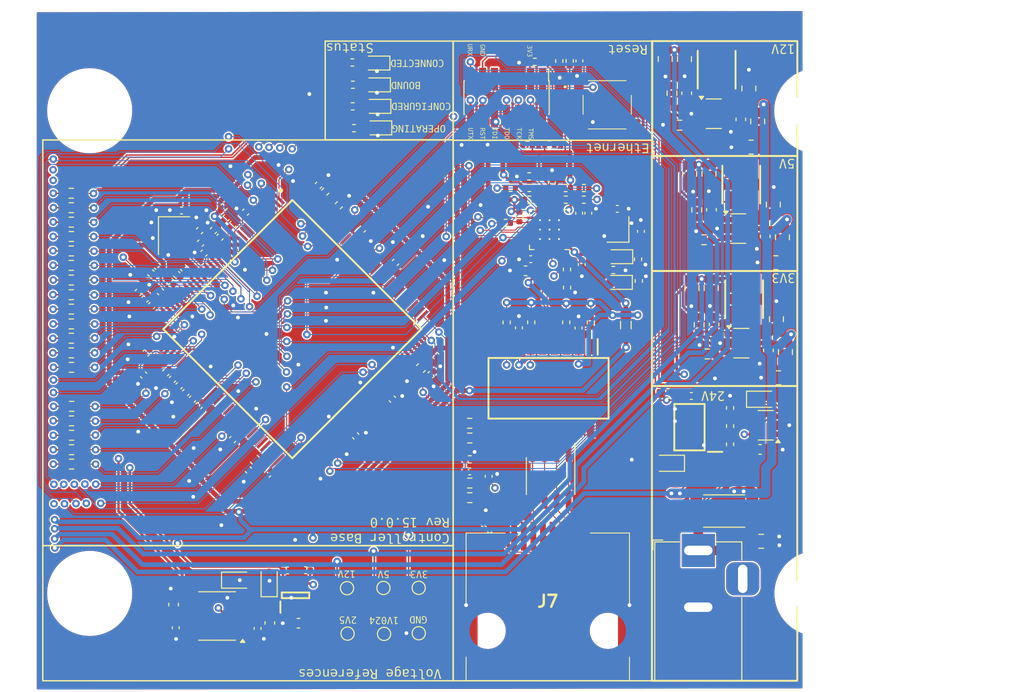
<source format=kicad_pcb>
(kicad_pcb (version 20240108) (generator "pcbnew") (generator_version "8.0")
  (layers (0 "F.Cu" signal) (1 "In1.Cu" signal) (2 "In2.Cu" signal) (31 "B.Cu" signal) (34 "B.Paste" user) (35 "F.Paste" user) (36 "B.SilkS" user "B.Silkscreen") (37 "F.SilkS" user "F.Silkscreen") (38 "B.Mask" user) (39 "F.Mask" user) (44 "Edge.Cuts" user))
  (net 0 "")
  (net 1 "GND")
  (net 2 "+3V3")
  (net 3 "+2V5")
  (net 4 "Net-(C16-Pad1)")
  (net 5 "Net-(D2-A)")
  (net 6 "Net-(T1-TX+)")
  (net 7 "Net-(T1-TX-)")
  (net 8 "Net-(T1-RX+)")
  (net 9 "Net-(T1-RX-)")
  (net 10 "Net-(D6-A)")
  (net 11 "/Micro/DEBUG_RESET")
  (net 12 "/Micro/RMII_MDC")
  (net 13 "/Micro/RMII_REF_CLK")
  (net 14 "/Micro/RMII_MDIO")
  (net 15 "/Micro/RMII_CRS_DV")
  (net 16 "/PWM2")
  (net 17 "/PWM0")
  (net 18 "/AIN19")
  (net 19 "/AIN17")
  (net 20 "/AIN15")
  (net 21 "/AIN11")
  (net 22 "/AIN9")
  (net 23 "/AIN7")
  (net 24 "/AIN5")
  (net 25 "/AIN3")
  (net 26 "/AIN1")
  (net 27 "/PWM3")
  (net 28 "/PWM1")
  (net 29 "/AIN18")
  (net 30 "/AIN16")
  (net 31 "/AIN12")
  (net 32 "/AIN10")
  (net 33 "/AIN8")
  (net 34 "/AIN6")
  (net 35 "/AIN4")
  (net 36 "/AIN2")
  (net 37 "+1V024")
  (net 38 "/Micro/RMII_RXD0")
  (net 39 "/Micro/RMII_RXD1")
  (net 40 "Net-(J7-Pad4)")
  (net 41 "Net-(J7-Pad7)")
  (net 42 "Net-(T1-NC_3)")
  (net 43 "Net-(T1-NC_6)")
  (net 50 "/Micro/AIN0_Filt")
  (net 51 "/Micro/AIN1_Filt")
  (net 52 "/Micro/AIN2_Filt")
  (net 53 "/Micro/AIN3_Filt")
  (net 54 "/Micro/AIN4_Filt")
  (net 55 "/Micro/AIN5_Filt")
  (net 56 "/Micro/AIN6_Filt")
  (net 57 "/Micro/AIN7_Filt")
  (net 58 "/Micro/AIN8_Filt")
  (net 59 "/Micro/AIN9_Filt")
  (net 60 "/Micro/AIN10_Filt")
  (net 61 "/Micro/AIN11_Filt")
  (net 62 "/Micro/AIN12_Filt")
  (net 63 "Net-(C8004-Pad2)")
  (net 64 "/Micro/AIN15_Filt")
  (net 65 "/Micro/AIN16_Filt")
  (net 66 "Net-(IC1-VCAP_1)")
  (net 67 "Net-(IC1-VCAP_2)")
  (net 68 "Net-(U5-XTAL1{slash}CLKIN)")
  (net 69 "Net-(U5-VDDCR)")
  (net 70 "/Micro/AIN17_Filt")
  (net 79 "/Micro/RMII_TX_EN")
  (net 80 "/Micro/RMII_TXD0")
  (net 81 "/Micro/RMII_TXD1")
  (net 82 "/Micro/DEBUG_TMS{slash}SWDIO")
  (net 83 "/Micro/DEBUG_TCK{slash}SWCLK")
  (net 84 "/Micro/DEBUG_TDI")
  (net 100 "/Micro/UART_TX")
  (net 126 "/Micro/UART_RX")
  (net 128 "/Micro/DEBUG_TDO{slash}SWO")
  (net 134 "Net-(IC1-BOOT0)")
  (net 138 "Net-(IC1-PDR_ON)")
  (net 139 "/Micro/Ethernet/RX-")
  (net 140 "/Micro/Ethernet/RX+")
  (net 141 "Net-(U5-RXD1{slash}MODE1)")
  (net 142 "Net-(U5-RXD0{slash}MODE0)")
  (net 143 "Net-(U5-CRS_DV{slash}MODE2)")
  (net 144 "Net-(U5-~{INT}{slash}REFCLKO)")
  (net 145 "Net-(U5-RBIAS)")
  (net 146 "Net-(U5-RXER{slash}PHYAD0)")
  (net 147 "Net-(D36-K)")
  (net 148 "/Micro/AIN18_Filt")
  (net 149 "Net-(D36-A)")
  (net 150 "/Micro/AIN19_Filt")
  (net 151 "Net-(D2-K)")
  (net 154 "/Micro/Ethernet/TX-")
  (net 155 "/Micro/Ethernet/TX+")
  (net 156 "Net-(D37-A)")
  (net 157 "Net-(T1-CT_1)")
  (net 158 "Net-(U5-XTAL2)")
  (net 159 "Net-(D38-A)")
  (net 160 "Net-(D39-A)")
  (net 161 "/Micro/LED0")
  (net 162 "/Micro/LED1")
  (net 163 "/Micro/LED2")
  (net 164 "/Micro/LED3")
  (net 165 "/Micro/HSECLK")
  (net 173 "unconnected-(J4-Pin_2-Pad2)")
  (net 175 "Net-(J4-Pin_11)")
  (net 176 "Net-(R54-Pad1)")
  (net 177 "+5V")
  (net 178 "+24V")
  (net 179 "+12V")
  (net 180 "Net-(U4001-+)")
  (net 181 "Net-(C7001-Pad2)")
  (net 182 "Net-(IC10001-CB)")
  (net 183 "Net-(IC10001-SW)")
  (net 184 "Net-(IC12001-SW)")
  (net 185 "Net-(IC12001-CB)")
  (net 186 "Net-(IC8002-SW)")
  (net 187 "Net-(IC10001-FB)")
  (net 188 "Net-(R8006-Pad2)")
  (net 189 "Net-(IC8002-CB)")
  (net 190 "Net-(C12002-Pad2)")
  (net 191 "/AIN14_DAC1")
  (net 192 "Net-(IC8002-FB)")
  (net 193 "Net-(IC12001-FB)")
  (net 195 "Net-(IC8001-+IN)")
  (net 202 "Net-(J4-Pin_3)")
  (net 204 "/AIN0")
  (net 205 "/ENCODER0_0")
  (net 206 "/COUNTER0")
  (net 207 "/FREQ0")
  (net 208 "/FREQ1")
  (net 209 "/ENCODER0_1")
  (net 210 "/AIN13_DAC0")
  (footprint "Resistor_SMD:R_0402_1005Metric" (layer "F.Cu") (at 148.866061 63.285638 45)
    (property "Reference" "R4" (hide yes))
    (property "Value" "10k")
  )
  (footprint "Connector_PinHeader_1.27mm:PinHeader_2x07_P1.27mm_Vertical_SMD" (layer "F.Cu") (at 166.6 51.9 -90)
    (property "Reference" "J4" (hide yes))
    (property "Value" "Conn_02x07_Odd_Even")
  )
  (footprint "Capacitor_SMD:C_0402_1005Metric" (layer "F.Cu") (at 154.530437 83.776262 135)
    (property "Reference" "C38" (hide yes))
    (property "Value" "0.1uF")
  )
  (footprint "Capacitor_SMD:C_0402_1005Metric" (layer "F.Cu") (at 145.355 101.87)
    (property "Reference" "C6002" (hide yes))
    (property "Value" "0.1uF")
  )
  (footprint "Diode_SMD:D_SOD-323" (layer "F.Cu") (at 141.5 103.06 90)
    (property "Reference" "D7001" (hide yes))
    (property "Value" "BZT52C3V3")
  )
  (footprint "Resistor_SMD:R_0402_1005Metric" (layer "F.Cu") (at 172.858 62.694 180)
    (property "Reference" "R27" (hide yes))
    (property "Value" "10k")
  )
  (footprint "Resistor_SMD:R_0402_1005Metric" (layer "F.Cu") (at 169.018 62.694 180)
    (property "Reference" "R56" (hide yes))
    (property "Value" "1.5k")
  )
  (footprint "Resistor_SMD:R_0402_1005Metric" (layer "F.Cu") (at 147.430437 61.846262 -135)
    (property "Reference" "R6" (hide yes))
    (property "Value" "10k")
  )
  (footprint "Resistor_SMD:R_0805_2012Metric" (layer "F.Cu") (at 195.06 69.36 180)
    (property "Reference" "R8001" (hide yes))
    (property "Value" "1R 0805")
  )
  (footprint "Resistor_SMD:R_0805_2012Metric" (layer "F.Cu") (at 192.4488 57.1392 180)
    (property "Reference" "R12003" (hide yes))
    (property "Value" "1R 0805")
  )
  (footprint "Capacitor_SMD:C_0402_1005Metric" (layer "F.Cu") (at 139.019411 64.010589 45)
    (property "Reference" "C44" (hide yes))
    (property "Value" "1uF 0402")
  )
  (footprint "LED_SMD:LED_0603_1608Metric" (layer "F.Cu") (at 152.975 55.105 180)
    (property "Reference" "D38" (hide yes))
    (property "Value" "Purple LED")
  )
  (footprint "Capacitor_SMD:C_0805_2012Metric" (layer "F.Cu") (at 194.8 63.21 90)
    (property "Reference" "C8005" (hide yes))
    (property "Value" "10uF 50V 0805")
  )
  (footprint "Resistor_SMD:R_0402_1005Metric" (layer "F.Cu") (at 175.508 75.664 90)
    (property "Reference" "R16" (hide yes))
    (property "Value" "49.9")
  )
  (footprint "Resistor_SMD:R_0603_1608Metric" (layer "F.Cu") (at 120.6126 90.6486)
    (property "Reference" "R52" (hide yes))
    (property "Value" "10R 0603")
  )
  (footprint "Capacitor_SMD:C_0402_1005Metric" (layer "F.Cu") (at 174.3 48.025 90)
    (property "Reference" "C19" (hide yes))
    (property "Value" "0.1uF")
  )
  (footprint "LED_SMD:LED_0603_1608Metric" (layer "F.Cu") (at 178.45 68.725 180)
    (property "Reference" "D2" (hide yes))
    (property "Value" "Purple LED")
  )
  (footprint "Capacitor_SMD:C_0402_1005Metric" (layer "F.Cu") (at 140.2772 108.0254 90)
    (property "Reference" "C5001" (hide yes))
    (property "Value" "0.1uF")
  )
  (footprint "Capacitor_SMD:C_0402_1005Metric" (layer "F.Cu") (at 135.609411 65.950589 45)
    (property "Reference" "C48" (hide yes))
    (property "Value" "1uF 0402")
  )
  (footprint "Resistor_SMD:R_0603_1608Metric" (layer "F.Cu") (at 186.9625 75.915 -90)
    (property "Reference" "R7001" (hide yes))
    (property "Value" "51k 0603")
  )
  (footprint "Capacitor_SMD:C_0805_2012Metric" (layer "F.Cu") (at 188.2325 72.045 -90)
    (property "Reference" "C7004" (hide yes))
    (property "Value" "10uF 50V 0805")
  )
  (footprint "Capacitor_SMD:C_0402_1005Metric" (layer "F.Cu") (at 130.005437 72.421262 -45)
    (property "Reference" "C43" (hide yes))
    (property "Value" "10nF")
  )
  (footprint "Capacitor_SMD:C_0805_2012Metric" (layer "F.Cu") (at 195.1325 75.325 90)
    (property "Reference" "C7002" (hide yes))
    (property "Value" "10uF 50V 0805")
  )
  (footprint "Capacitor_SMD:C_0603_1608Metric" (layer "F.Cu") (at 188.5425 75.88 -90)
    (property "Reference" "C7003" (hide yes))
    (property "Value" "0.1uF 50V 0603")
  )
  (footprint "Resistor_SMD:R_0402_1005Metric" (layer "F.Cu") (at 174.768 62.694)
    (property "Reference" "R23" (hide yes))
    (property "Value" "33R")
  )
  (footprint "Capacitor_SMD:C_0402_1005Metric" (layer "F.Cu") (at 171.388 60.914 -90)
    (property "Reference" "C26" (hide yes))
    (property "Value" "0.1uF")
  )
  (footprint "Resistor_SMD:R_0603_1608Metric" (layer "F.Cu") (at 120.6276 84.5436)
    (property "Reference" "R44" (hide yes))
    (property "Value" "10R 0603")
  )
  (footprint "Resistor_SMD:R_0603_1608Metric" (layer "F.Cu") (at 120.5842 78.8914)
    (property "Reference" "R40" (hide yes))
    (property "Value" "10R 0603")
  )
  (footprint "Resistor_SMD:R_0402_1005Metric" (layer "F.Cu") (at 169.208 75.664 90)
    (property "Reference" "R14" (hide yes))
    (property "Value" "49.9")
  )
  (footprint "Capacitor_SMD:C_0603_1608Metric" (layer "F.Cu") (at 141.576 107.442 90)
    (property "Reference" "C5002" (hide yes))
    (property "Value" "10uF")
  )
  (footprint "aaa:INDPM4040X300N" (layer "F.Cu") (at 191.41 61.1 -90)
    (property "Reference" "L8001" (hide yes))
    (property "Value" "18uH  FNR4030S180MT" (hide yes))
  )
  (footprint "Resistor_SMD:R_0603_1608Metric" (layer "F.Cu") (at 120.5842 62.0164)
    (property "Reference" "R8" (hide yes))
    (property "Value" "10R 0603")
  )
  (footprint "Resistor_SMD:R_0603_1608Metric" (layer "F.Cu") (at 162.708 92.654 180)
    (property "Reference" "R20" (hide yes))
    (property "Value" "75")
  )
  (footprint "Capacitor_SMD:C_0402_1005Metric" (layer "F.Cu") (at 137.63 88.061 45)
    (property "Reference" "C12" (hide yes))
    (property "Value" "0.1uF")
  )
  (footprint "Capacitor_SMD:C_0402_1005Metric" (layer "F.Cu") (at 128.240589 81.230589 135)
    (property "Reference" "C30" (hide yes))
    (property "Value" "0.1uF")
  )
  (footprint "Resistor_SMD:R_0402_1005Metric" (layer "F.Cu") (at 150.33 52.83 180)
    (property "Reference" "R50" (hide yes))
    (property "Value" "10k")
  )
  (footprint "Package_SO:SOIC-8_3.9x4.9mm_P1.27mm" (layer "F.Cu") (at 171.253 91.914 -90)
    (property "Reference" "D5" (hide yes))
    (property "Value" "CDNBS08-SLVU2.8-4")
  )
  (footprint "Resistor_SMD:R_0402_1005Metric" (layer "F.Cu") (at 173 71.985 90)
    (property "Reference" "R57" (hide yes))
    (property "Value" "100R")
  )
  (footprint "aaa:SOT95P280X145-6N" (layer "F.Cu") (at 144.29 104.52 90)
    (property "Reference" "IC5004" (hide yes))
    (property "Value" "REF35102QDBVR" (hide yes))
  )
  (footprint "Resistor_SMD:R_0402_1005Metric" (layer "F.Cu") (at 162.718 90.144)
    (property "Reference" "R21" (hide yes))
    (property "Value" "1M")
  )
  (footprint "Connector_BarrelJack:BarrelJack_Horizontal" (layer "F.Cu") (at 186.8675 99.775 90)
    (property "Reference" "J8001" (hide yes))
    (property "Value" "Barrel_Jack PJ-202BH")
  )
  (footprint "Package_TO_SOT_SMD:SOT-23-6" (layer "F.Cu") (at 193.9975 86.545 180)
    (property "Reference" "U4001" (hide yes))
    (property "Value" "INA181A2")
  )
  (footprint "aaa:63391601" (layer "F.Cu") (at 170.958 105.7465)
    (property "Reference" "J7")
    (property "Value" "6339160-1" (hide yes))
  )
  (footprint "Capacitor_SMD:C_0402_1005Metric" (layer "F.Cu") (at 167.908 76.244 -90)
    (property "Reference" "C15" (hide yes))
    (property "Value" "0.1uF")
  )
  (footprint "aaa:TS1187ABAB" (layer "F.Cu") (at 177.24 52.665)
    (property "Reference" "S1" (hide yes))
    (property "Value" "TS-1187A-B-A-B" (hide yes))
  )
  (footprint "Capacitor_SMD:C_0805_2012Metric" (layer "F.Cu") (at 193.52 98.81)
    (property "Reference" "C4003" (hide yes))
    (property "Value" "10uF 50V 0805")
  )
  (footprint "Resistor_SMD:R_0603_1608Metric" (layer "F.Cu") (at 120.5842 63.5414)
    (property "Reference" "R9" (hide yes))
    (property "Value" "10R 0603")
  )
  (footprint "Resistor_SMD:R_0603_1608Metric" (layer "F.Cu") (at 162.698 86.334)
    (property "Reference" "R18" (hide yes))
    (property "Value" "75")
  )
  (footprint "TestPoint:TestPoint_Pad_D1.0mm" (layer "F.Cu") (at 153.65 108.6)
    (property "Reference" "TP10005" (hide yes))
    (property "Value" "TestPoint_+1V024")
  )
  (footprint "Resistor_SMD:R_0402_1005Metric" (layer "F.Cu") (at 172.908 75.664 90)
    (property "Reference" "R15" (hide yes))
    (property "Value" "49.9")
  )
  (footprint "Capacitor_SMD:C_0805_2012Metric" (layer "F.Cu") (at 183.3688 47.8192 -90)
    (property "Reference" "C9004" (hide yes))
    (property "Value" "10uF 50V 0805")
  )
  (footprint "Capacitor_SMD:C_0402_1005Metric" (layer "F.Cu") (at 154.860437 69.321262 -135)
    (property "Reference" "C36" (hide yes))
    (property "Value" "0.1uF")
  )
  (footprint "Capacitor_SMD:C_0805_2012Metric" (layer "F.Cu") (at 195.77 66.67 -90)
    (property "Reference" "C8004" (hide yes))
    (property "Value" "10uF 50V 0805")
  )
  (footprint "Resistor_SMD:R_0603_1608Metric" (layer "F.Cu") (at 184.8938 54.8192 180)
    (property "Reference" "R9002" (hide yes))
    (property "Value" "22.1k 0603")
  )
  (footprint "Capacitor_SMD:C_0603_1608Metric" (layer "F.Cu") (at 157.545437 80.496262 -135)
    (property "Reference" "C10" (hide yes))
    (property "Value" "10uF")
  )
  (footprint "Resistor_SMD:R_0603_1608Metric" (layer "F.Cu") (at 184.0938 51.4442 -90)
    (property "Reference" "R9001" (hide yes))
    (property "Value" "243k 0603")
  )
  (footprint "Package_TO_SOT_SMD:SOT-23-6" (layer "F.Cu") (at 191.0875 65.75)
    (property "Reference" "IC8002" (hide yes))
    (property "Value" "TPS560430XDBVR")
  )
  (footprint "MountingHole:MountingHole_5mm" (layer "F.Cu") (at 122.5296 53.2892)
    (property "Reference" "H1003" (hide yes))
    (property "Value" "MountingHole_for_10-32")
  )
  (footprint "Capacitor_SMD:C_0603_1608Metric" (layer "F.Cu") (at 168.603 70.214)
    (property "Reference" "C23" (hide yes))
    (property "Value" "10uF")
  )
  (footprint "Capacitor_SMD:C_0603_1608Metric" (layer "F.Cu") (at 193.4 89.095)
    (property "Reference" "C4001" (hide yes))
    (property "Value" "0.1uF 0603")
  )
  (footprint "Resistor_SMD:R_0603_1608Metric" (layer "F.Cu") (at 187.8225 79.005 180)
    (property "Reference" "R10001" (hide yes))
    (property "Value" "22.1k 0603")
  )
  (footprint "Capacitor_SMD:C_0402_1005Metric" (layer "F.Cu") (at 174.278 64.124 -90)
    (property "Reference" "C25" (hide yes))
    (property "Value" "470pF 0402")
  )
  (footprint "Capacitor_SMD:C_0402_1005Metric" (layer "F.Cu") (at 130.580589 80.979411 -135)
    (property "Reference" "C59" (hide yes))
    (property "Value" "1uF 0402")
  )
  (footprint "Resistor_SMD:R_0402_1005Metric" (layer "F.Cu") (at 167.028 61.444)
    (property "Reference" "R47" (hide yes))
    (property "Value" "33R")
  )
  (footprint "Capacitor_SMD:C_0603_1608Metric" (layer "F.Cu") (at 183.682 83.17 180)
    (property "Reference" "C4005" (hide yes))
    (property "Value" "10uF")
  )
  (footprint "Capacitor_SMD:C_0402_1005Metric" (layer "F.Cu") (at 128.5 78.89 -135)
    (property "Reference" "C56" (hide yes))
    (property "Value" "1uF 0402")
  )
  (footprint "Capacitor_SMD:C_0805_2012Metric" (layer "F.Cu") (at 186.2025 72.0525 -90)
    (property "Reference" "C10006" (hide yes))
    (property "Value" "2.2uF 50V 0805")
  )
  (footprint "Capacitor_SMD:C_0402_1005Metric" (layer "F.Cu") (at 132.690589 83.079411 -135)
    (property "Reference" "C62" (hide yes))
    (property "Value" "1uF 0402")
  )
  (footprint "Resistor_SMD:R_0402_1005Metric" (layer "F.Cu") (at 172.988 70.064 90)
    (property "Reference" "R54" (hide yes))
    (property "Value" "12k")
  )
  (footprint "Capacitor_SMD:C_0603_1608Metric" (layer "F.Cu") (at 193.94 66.58 -90)
    (property "Reference" "C8001" (hide yes))
    (property "Value" "0.1uF 50V 0603")
  )
  (footprint "Capacitor_SMD:C_0603_1608Metric" (layer "F.Cu") (at 191.3688 54.2042 -90)
    (property "Reference" "C9001" (hide yes))
    (property "Value" "0.1uF 50V 0603")
  )
  (footprint "Capacitor_SMD:C_0402_1005Metric" (layer "F.Cu") (at 136.740589 63.439411 -135)
    (property "Reference" "C33" (hide yes))
    (property "Value" "0.1uF")
  )
  (footprint "Capacitor_SMD:C_0402_1005Metric" (layer "F.Cu") (at 136.950589 64.619411 45)
    (property "Reference" "C46" (hide yes))
    (property "Value" "1uF 0402")
  )
  (footprint "Capacitor_SMD:C_0603_1608Metric" (layer "F.Cu") (at 185.6438 51.4442 -90)
    (property "Reference" "C9002" (hide yes))
    (property "Value" "0.1uF 50V 0603")
  )
  (footprint "Capacitor_SMD:C_0402_1005Metric" (layer "F.Cu") (at 134.610589 68.349411 -135)
    (property "Reference" "C50" (hide yes))
    (property "Value" "1uF 0402")
  )
  (footprint "Capacitor_SMD:C_0402_1005Metric" (layer "F.Cu") (at 180.808 66.044 -90)
    (property "Reference" "C21" (hide yes))
    (property "Value" "5.6pF 0402")
  )
  (footprint "MountingHole:MountingHole_5mm" (layer "F.Cu") (at 199.39 53.3146)
    (property "Reference" "H1002" (hide yes))
    (property "Value" "MountingHole_for_10-32")
  )
  (footprint "Capacitor_SMD:C_0402_1005Metric" (layer "F.Cu") (at 134.090589 84.469411 45)
    (property "Reference" "C29" (hide yes))
    (property "Value" "0.1uF")
  )
  (footprint "Resistor_SMD:R_0603_1608Metric" (layer "F.Cu") (at 120.5842 74.2664)
    (property "Reference" "R37" (hide yes))
    (property "Value" "10R 0603")
  )
  (footprint "Capacitor_SMD:C_0402_1005Metric" (layer "F.Cu") (at 127.67 72.5 45)
    (property "Reference" "C31" (hide yes))
    (property "Value" "0.1uF")
  )
  (footprint "Resistor_SMD:R_0402_1005Metric" (layer "F.Cu") (at 150.2975 48.19 180)
    (property "Reference" "R55" (hide yes))
    (property "Value" "10k")
  )
  (footprint "Resistor_SMD:R_0402_1005Metric" (layer "F.Cu") (at 150.465 55.135 180)
    (property "Reference" "R53" (hide yes))
    (property "Value" "10k")
  )
  (footprint "Resistor_SMD:R_0603_1608Metric" (layer "F.Cu") (at 120.6076 86.0786)
    (property "Reference" "R45" (hide yes))
    (property "Value" "10R 0603")
  )
  (footprint "aaa:INDPM4040X300N" (layer "F.Cu") (at 188.8088 48.9592 -90)
    (property "Reference" "L9001" (hide yes))
    (property "Value" "33uH  FNR4020S330MT" (hide yes))
  )
  (footprint "Resistor_SMD:R_0402_1005Metric" (layer "F.Cu") (at 150.35 50.545 180)
    (property "Reference" "R5" (hide yes))
    (property "Value" "10k")
  )
  (footprint "Resistor_SMD:R_0402_1005Metric" (layer "F.Cu") (at 167.958 64.514 -90)
    (property "Reference" "R29" (hide yes))
    (property "Value" "10k")
  )
  (footprint "Package_TO_SOT_SMD:SOT-23-6" (layer "F.Cu") (at 188.5013 53.6092)
    (property "Reference" "IC12001" (hide yes))
    (property "Value" "TPS560430XDBVR")
  )
  (footprint "Capacitor_SMD:C_0402_1005Metric" (layer "F.Cu") (at 131.740589 70.610589 135)
    (property "Reference" "C53" (hide yes))
    (property "Value" "1uF 0402")
  )
  (footprint "Resistor_SMD:R_0603_1608Metric" (layer "F.Cu") (at 120.6042 80.4164)
    (property "Reference" "R41" (hide yes))
    (property "Value" "10R 0603")
  )
  (footprint "Resistor_SMD:R_0603_1608Metric" (layer "F.Cu") (at 120.5942 66.5864)
    (property "Reference" "R11" (hide yes))
    (property "Value" "10R 0603")
  )
  (footprint "Resistor_SMD:R_0402_1005Metric" (layer "F.Cu") (at 180.5805 71.289 -90)
    (property "Reference" "R34" (hide yes))
    (property "Value" "1.5k")
  )
  (footprint "Resistor_SMD:R_0402_1005Metric" (layer "F.Cu") (at 173.275 48.025 90)
    (property "Reference" "R2" (hide yes))
    (property "Value" "10k")
  )
  (footprint "Capacitor_SMD:C_0402_1005Metric" (layer "F.Cu") (at 164.71 91.94 -90)
    (property "Reference" "C13" (hide yes))
    (property "Value" "0.1uF")
  )
  (footprint "aaa:SOIC127P600X175-8N" (layer "F.Cu") (at 185.932 86.745 180)
    (property "Reference" "IC8001" (hide yes))
    (property "Value" "INA826AIDR" (hide yes))
  )
  (footprint "Resistor_SMD:R_0603_1608Metric" (layer "F.Cu") (at 162.715 94.2)
    (property "Reference" "R19" (hide yes))
    (property "Value" "75")
  )
  (footprint "LED_SMD:LED_0603_1608Metric" (layer "F.Cu") (at 178.408 71.439 180)
    (property "Reference" "D36" (hide yes))
    (property "Value" "Purple LED")
  )
  (footprint "aaa:INDPM4040X300N" (layer "F.Cu") (at 191.7125 73.215 -90)
    (property "Reference" "L7001" (hide yes))
    (property "Value" "12uH FNR4030S120MT" (hide yes))
  )
  (footprint "Resistor_SMD:R_0402_1005Metric" (layer "F.Cu") (at 190.232 84.71 -90)
    (property "Reference" "R8005" (hide yes))
    (property "Value" "1.5k")
  )
  (footprint "Package_TO_SOT_SMD:SOT-23-6" (layer "F.Cu") (at 191.425 77.865)
    (property "Reference" "IC10001" (hide yes))
    (property "Value" "TPS560430XDBVR")
  )
  (footprint "Capacitor_SMD:C_0402_1005Metric" (layer "F.Cu") (at 150.655437 87.671262 135)
    (property "Reference" "C39" (hide yes))
    (property "Value" "0.1uF")
  )
  (footprint "aaa:SOIC127P940X622-16N" (layer "F.Cu") (at 171.038 82.634 -90)
    (property "Reference" "T1" (hide yes))
    (property "Value" "H1102NLT" (hide yes))
  )
  (footprint "Capacitor_SMD:C_0402_1005Metric" (layer "F.Cu") (at 129 70.44 -45)
    (property "Reference" "C28" (hide yes))
    (property "Value" "0.1uF")
  )
  (footprint "Capacitor_SMD:C_0402_1005Metric" (layer "F.Cu") (at 186.13 83.45 180)
    (property "Reference" "C4004" (hide yes))
    (property "Value" "0.1uF")
  )
  (footprint "MountingHole:MountingHole_5mm" (layer "F.Cu") (at 122.5296 104.3178)
    (property "Reference" "H1004" (hide yes))
    (property "Value" "MountingHole_for_10-32")
  )
  (footprint "Resistor_SMD:R_0402_1005Metric" (layer "F.Cu") (at 169.008 61.454)
    (property "Reference" "R28" (hide yes))
    (property "Value" "10k")
  )
  (footprint "Capacitor_SMD:C_0402_1005Metric" (layer "F.Cu") (at 136.309411 66.650589 -135)
    (property "Reference" "C47" (hide yes))
    (property "Value" "1uF 0402")
  )
  (footprint "Capacitor_SMD:C_0402_1005Metric" (layer "F.Cu") (at 151.360437 65.796262 -135)
    (property "Reference" "C35" (hide yes))
    (property "Value" "0.1uF")
  )
  (footprint "Resistor_SMD:R_0603_1608Metric" (layer "F.Cu") (at 162.715 87.89 180)
    (property "Reference" "R17" (hide yes))
    (property "Value" "75")
  )
  (footprint "Capacitor_SMD:C_0402_1005Metric" (layer "F.Cu") (at 174.548 69.554 90)
    (property "Reference" "C24" (hide yes))
    (property "Value" "0.1uF")
  )
  (footprint "Crystal:Crystal_SMD_2016-4Pin_2.0x1.6mm" (layer "F.Cu") (at 178.383 65.839 90)
    (property "Reference" "Y2" (hide yes))
    (property "Value" "NX2016SA-25.000M-STD-CZS-1")
  )
  (footprint "Capacitor_SMD:C_0603_1608Metric" (layer "F.Cu") (at 131.4022 105.4954 -90)
    (property "Reference" "C5004" (hide yes))
    (property "Value" "10uF")
  )
  (footprint "Resistor_SMD:R_0603_1608Metric" (layer "F.Cu") (at 120.6076 89.1286)
    (property "Reference" "R51" (hide yes))
    (property "Value" "10R 0603")
  )
  (footprint "Capacitor_SMD:C_0805_2012Metric" (layer "F.Cu") (at 188 59.95 -90)
    (property "Reference" "C8002" (hide yes))
    (property "Value" "2.2uF 50V 0805")
  )
  (footprint "LED_SMD:LED_0603_1608Metric" (layer "F.Cu") (at 152.7825 48.25 180)
    (property "Reference" "D39" (hide yes))
    (property "Value" "Purple LED")
  )
  (footprint "Capacitor_SMD:C_0805_2012Metric" (layer "F.Cu") (at 185.4088 47.8292 -90)
    (property "Reference" "C9003" (hide yes))
    (property "Value" "2.2uF 50V 0805")
  )
  (footprint "Capacitor_SMD:C_0603_1608Metric" (layer "F.Cu") (at 188.26 63.755 -90)
    (property "Reference" "C8006" (hide yes))
    (property "Value" "0.1uF 50V 0603")
  )
  (footprint "Capacitor_SMD:C_0402_1005Metric" (layer "F.Cu") (at 134.249411 67.290589 -135)
    (property "Reference" "C49" (hide yes))
    (property "Value" "1uF 0402")
  )
  (footprint "Capacitor_SMD:C_0603_1608Metric" (layer "F.Cu") (at 194.2825 78.635 -90)
    (property "Reference" "C10005" (hide yes))
    (property "Value" "0.1uF 50V 0603")
  )
  (footprint "Resistor_SMD:R_2512_6332Metric" (layer "F.Cu") (at 189.61 95.61 180)
    (property "Reference" "R8004" (hide yes))
    (property "Value" "MRF6432(2512)LR006FTS 0.006 1%")
  )
  (footprint "LED_SMD:LED_0603_1608Metric" (layer "F.Cu") (at 152.8825 52.83 180)
    (property "Reference" "D37" (hide yes))
    (property "Value" "Purple LED")
  )
  (footprint "Capacitor_SMD:C_0402_1005Metric" (layer "F.Cu") (at 162.708 91.424)
    (property "Reference" "C16" (hide yes))
    (property "Value" "4.7nF")
  )
  (footprint "Resistor_SMD:R_0805_2012Metric" (layer "F.Cu") (at 195.35 81.525 180)
    (property "Reference" "R10003" (hide yes))
    (property "Value" "1R 0805")
  )
  (footprint "Capacitor_SMD:C_0402_1005Metric" (layer "F.Cu") (at 175.248 64.124 -90)
    (property "Reference" "C27" (hide yes))
    (property "Value" "1uF 0402")
  )
  (footprint "Capacitor_SMD:C_0402_1005Metric" (layer "F.Cu") (at 128.380589 73.189411 45)
    (property "Reference" "C42" (hide yes))
    (property "Value" "10nF")
  )
  (footprint "Capacitor_SMD:C_0402_1005Metric" (layer "F.Cu") (at 137.65 65.31 45)
    (property "Reference" "C45" (hide yes))
    (property "Value" "1uF 0402")
  )
  (footprint "MountingHole:MountingHole_5mm" (layer "F.Cu") (at 199.4154 104.3178)
    (property "Reference" "H1001" (hide yes))
    (property "Value" "MountingHole_for_10-32")
  )
  (footprint "Diode_SMD:D_SOD-323" (layer "F.Cu") (at 138.0772 102.9154)
    (property "Reference" "D5001" (hide yes))
    (property "Value" "BZT52C3V3")
  )
  (footprint "Resistor_SMD:R_0603_1608Metric" (layer "F.Cu") (at 120.5842 77.3414)
    (property "Reference" "R39" (hide yes))
    (property "Value" "10R 0603")
  )
  (footprint "Resistor_SMD:R_0402_1005Metric" (layer "F.Cu") (at 168.988 60.234)
    (property "Reference" "R30" (hide yes))
    (property "Value" "10k")
  )
  (footprint "Capacitor_SMD:C_0402_1005Metric" (layer "F.Cu") (at 131.280589 81.679411 -135)
    (property "Reference" "C60" (hide yes))
    (property "Value" "1uF 0402")
  )
  (footprint "TestPoint:TestPoint_Pad_D1.0mm" (layer "F.Cu") (at 153.585 103.7425)
    (property "Reference" "TP10002" (hide yes))
    (property "Value" "TestPoint_+5V")
  )
  (footprint "TestPoint:TestPoint_Pad_D1.0mm" (layer "F.Cu") (at 157.32 108.53)
    (property "Reference" "TP4001" (hide yes))
    (property "Value" "TestPoint_GND_1")
  )
  (footprint "Capacitor_SMD:C_0402_1005Metric" (layer "F.Cu") (at 169.158 68.984)
    (property "Reference" "C22" (hide yes))
    (property "Value" "0.1uF")
  )
  (footprint "Resistor_SMD:R_0603_1608Metric" (layer "F.Cu") (at 120.6126 87.6036)
    (property "Reference" "R46" (hide yes))
    (property "Value" "10R 0603")
  )
  (footprint "Capacitor_SMD:C_0402_1005Metric" (layer "F.Cu") (at 158.616026 81.185673 45)
    (property "Reference" "C17" (hide yes))
    (property "Value" "0.1uF")
  )
  (footprint "Capacitor_SMD:C_0805_2012Metric" (layer "F.Cu") (at 192.2188 50.9392 90)
    (property "Reference" "C12003" (hide yes))
    (property "Value" "10uF 50V 0805")
  )
  (footprint "Resistor_SMD:R_0603_1608Metric" (layer "F.Cu") (at 186.71 63.77 -90)
    (property "Reference" "R8002" (hide yes))
    (property "Value" "88.7k 0603")
  )
  (footprint "Resistor_SMD:R_0402_1005Metric" (layer "F.Cu") (at 166.608 75.664 90)
    (property "Reference" "R13" (hide yes))
    (property "Value" "49.9")
  )
  (footprint "Capacitor_SMD:C_0805_2012Metric" (layer "F.Cu") (at 185.95 59.97 -90)
    (property "Reference" "C8003" (hide yes))
    (property "Value" "10uF 50V 0805")
  )
  (footprint "Capacitor_SMD:C_0402_1005Metric" (layer "F.Cu") (at 134.150589 65.969411 45)
    (property "Reference" "C51" (hide yes))
    (property "Value" "1uF 0402")
  )
  (footprint "Resistor_SMD:R_0402_1005Metric" (layer "F.Cu") (at 190.232 86.635 -90)
    (property "Reference" "R8007" (hide yes))
    (property "Value" "10k")
  )
  (footprint "Crystal:Crystal_SMD_3225-4Pin_3.2x2.5mm" (layer "F.Cu") (at 131.45 66.5 -90)
    (property "Reference" "Y1" (hide yes))
    (property "Value" "SiT1602BI-21-33S-48.000000")
  )
  (footprint "Capacitor_SMD:C_0402_1005Metric" (layer "F.Cu") (at 133.390589 83.779411 -135)
    (property "Reference" "C63" (hide yes))
    (property "Value" "1uF 0402")
  )
  (footprint "Capacitor_SMD:C_0402_1005Metric" (layer "F.Cu") (at 131.04 71.32 135)
    (property "Reference" "C54" (hide yes))
    (property "Value" "1uF 0402")
  )
  (footprint "Capacitor_SMD:C_0805_2012Metric" (layer "F.Cu") (at 193.1488 54.4192 -90)
    (property "Reference" "C12002" (hide yes))
    (property "Value" "10uF 50V 0805")
  )
  (footprint "Resistor_SMD:R_0603_1608Metric" (layer "F.Cu") (at 187.48 66.93 180)
    (property "Reference" "R8003" (hide yes))
    (property "Value" "22.1k 0603")
  )
  (footprint "TestPoint:TestPoint_Pad_D1.0mm" (layer "F.Cu") (at 149.735 103.7675 90)
    (property "Reference" "TP10001" (hide yes))
    (property "Value" "TestPoint_+12V")
  )
  (footprint "Capacitor_SMD:C_0402_1005Metric" (layer "F.Cu") (at 131.981178 82.368822 -135)
    (property "Reference" "C61" (hide yes))
    (property "Value" "1uF 0402")
  )
  (footprint "Package_SO:SOIC-8_3.9x4.9mm_P1.27mm" (layer "F.Cu") (at 136.0022 106.7054 180)
    (property "Reference" "U6002" (hide yes))
    (property "Value" "ADR4525")
  )
  (footprint "Resistor_SMD:R_0402_1005Metric" (layer "F.Cu") (at 169.585 48.125 180)
    (property "Reference" "R2001" (hide yes))
    (property "Value" "100R 0402")
  )
  (footprint "Capacitor_SMD:C_0603_1608Metric" (layer "F.Cu") (at 139.982429 90.173254 -45)
    (property "Reference" "C9" (hide yes))
    (property "Value" "10uF")
  )
  (footprint "aaa:QFP50P2200X2200X160-144N" (layer "F.Cu") (at 143.95 76.38 -45)
    (property "Reference" "IC1" (hide yes))
    (property "Value" "STM32H743ZIT6" (hide yes))
  )
  (footprint "Resistor_SMD:R_0402_1005Metric" (layer "F.Cu") (at 172.175 48.035 90)
    (property "Reference" "R58" (hide yes))
    (property "Value" "100R 0402")
  )
  (footprint "Resistor_SMD:R_0402_1005Metric" (layer "F.Cu") (at 174.778 61.464)
    (property "Reference" "R26" (hide yes))
    (property "Value" "33R")
  )
  (footprint "Resistor_SMD:R_0603_1608Metric" (layer "F.Cu") (at 120.5842 65.0664)
    (property "Reference" "R10" (hide yes))
    (property "Value" "10R 0603")
  )
  (footprint "Resistor_SMD:R_0402_1005Metric" (layer "F.Cu") (at 168.815 56.9)
    (property "Reference" "R1" (hide yes))
    (property "Value" "10k")
  )
  (footprint "Resistor_SMD:R_0402_1005Metric" (layer "F.Cu") (at 180.5055 68.999 -90)
    (property "Reference" "R31" (hide yes))
    (property "Value" "10k")
  )
  (footprint "Capacitor_SMD:C_0402_1005Metric" (layer "F.Cu") (at 129.7 69.74 -45)
    (property "Reference" "C32" (hide yes))
    (property "Value" "0.1uF")
  )
  (footprint "TestPoint:TestPoint_Pad_D1.0mm" (layer "F.Cu") (at 157.31 103.73 90)
    (property "Reference" "TP10004" (hide yes))
    (property "Value" "TestPoint_+3V3")
  )
  (footprint "Capacitor_SMD:C_0402_1005Metric" (layer "F.Cu") (at 143.445 101.895)
    (property "Reference" "C6001" (hide yes))
    (property "Value" "0.1uF")
  )
  (footprint "Resistor_SMD:R_0402_1005Metric" (layer "F.Cu") (at 166.498 65.154 180)
    (property "Reference" "R48" (hide yes))
    (property "Value" "33R")
  )
  (footprint "Resistor_SMD:R_0402_1005Metric" (layer "F.Cu") (at 177.8855 70.129)
    (property "Reference" "R33" (hide yes))
    (property "Value" "10k")
  )
  (footprint "Resistor_SMD:R_0402_1005Metric" (layer "F.Cu") (at 172.848 61.464 180)
    (property "Reference" "R49" (hide yes))
    (property "Value" "10k")
  )
  (footprint "Capacitor_SMD:C_0402_1005Metric" (layer "F.Cu") (at 131.6272 107.9504 90)
    (property "Reference" "C5003" (hide yes))
    (property "Value" "0.1uF")
  )
  (footprint "Package_DFN_QFN:VQFN-24-1EP_4x4mm_P0.5mm_EP2.5x2.5mm_ThermalVias" (layer "F.Cu") (at 171.138 65.8615 180)
    (property "Reference" "U5" (hide yes))
    (property "Value" "LAN8742A")
  )
  (footprint "Diode_SMD:D_SOD-323" (layer "F.Cu") (at 183.8 90.56 180)
    (property "Reference" "D5002" (hide yes))
    (property "Value" "BZT52C3V3")
  )
  (footprint "Capacitor_SMD:C_0603_1608Metric" (layer "F.Cu") (at 144.6 107.47)
    (property "Reference" "C6003" (hide yes))
    (property "Value" "10uF")
  )
  (footprint "Diode_SMD:D_SOD-323" (layer "F.Cu") (at 193.58 83.79)
    (property "Reference" "D5003" (hide yes))
    (property "Value" "BZT52C3V3")
  )
  (footprint "Capacitor_SMD:C_0402_1005Metric" (layer "F.Cu") (at 139.303018 91.253843 -45)
    (property "Reference" "C18" (hide yes))
    (property "Value" "0.1uF")
  )
  (footprint "Capacitor_SMD:C_0805_2012Metric" (layer "F.Cu") (at 196.0825 78.805 -90)
    (property "Reference" "C7001" (hide yes))
    (property "Value" "10uF 50V 0805")
  )
  (footprint "Resistor_SMD:R_0603_1608Metric" (layer "F.Cu") (at 120.5842 68.1164)
    (property "Reference" "R22" (hide yes))
    (property "Value" "10R 0603")
  )
  (footprint "Capacitor_SMD:C_0402_1005Metric" (layer "F.Cu") (at 132.460589 69.890589 135)
    (property "Reference" "C52" (hide yes))
    (property "Value" "1uF 0402")
  )
  (footprint "Capacitor_SMD:C_0402_1005Metric" (layer "F.Cu") (at 141.33 91.706 45)
    (property "Reference" "C11" (hide yes))
    (property "Value" "0.1uF")
  )
  (footprint "Inductor_SMD:L_0805_2012Metric" (layer "F.Cu") (at 179.208 75.9515 90)
    (property "Reference" "FB1" (hide yes))
    (property "Value" "GZ2012D601TF")
  )
  (footprint "Capacitor_SMD:C_0402_1005Metric" (layer "F.Cu") (at 174.208 76.264 -90)
    (property "Reference" "C14" (hide yes))
    (property "Value" "0.1uF")
  )
  (footprint "Resistor_SMD:R_0402_1005Metric" (layer "F.Cu") (at 171.135 56.85 180)
    (property "Reference" "R3" (hide yes))
    (property "Value" "10k")
  )
  (footprint "Resistor_SMD:R_0402_1005Metric" (layer "F.Cu") (at 190.232 88.555 90)
    (property "Reference" "R8006" (hide yes))
    (property "Value" "10k")
  )
  (footprint "Resistor_SMD:R_0603_1608Metric" (layer "F.Cu") (at 120.5842 75.8314)
    (property "Reference" "R38" (hide yes))
    (property "Value" "10R 0603")
  )
  (footprint "Resistor_SMD:R_0603_1608Metric" (layer "F.Cu") (at 120.5842 72.7414)
    (property "Reference" "R36" (hide yes))
    (property "Value" "10R 0603")
  )
  (footprint "Capacitor_SMD:C_0402_1005Metric" (layer "F.Cu") (at 132.235589 63.839411)
    (property "Reference" "C40" (hide yes))
    (property "Value" "0.1uF")
  )
  (footprint "Resistor_SMD:R_0603_1608Metric" (layer "F.Cu") (at 120.5842 71.1914)
    (property "Reference" "R35" (hide yes))
    (property "Value" "10R 0603")
  )
  (footprint "TestPoint:TestPoint_Pad_D1.0mm" (layer "F.Cu") (at 149.79 108.57)
    (property "Reference" "TP10003" (hide yes))
    (property "Value" "TestPoint_+2V5")
  )
  (footprint "Capacitor_SMD:C_0402_1005Metric" (layer "F.Cu") (at 178.308 63.664 180)
    (property "Reference" "C20" (hide yes))
    (property "Value" "5.6pF 0402")
  )
  (footprint "Capacitor_SMD:C_0402_1005Metric" (layer "F.Cu") (at 146.710437 61.171262 -135)
    (property "Reference" "C34" (hide yes))
    (property "Value" "0.1uF")
  )
  (footprint "Capacitor_SMD:C_0402_1005Metric" (layer "F.Cu") (at 129.090589 73.889411 -135)
    (property "Reference" "C55" (hide yes))
    (property "Value" "1uF 0402")
  )
  (footprint "Resistor_SMD:R_0603_1608Metric" (layer "F.Cu") (at 120.5842 69.6414)
    (property "Reference" "R32" (hide yes))
    (property "Value" "10R 0603")
  )
  (footprint "Capacitor_SMD:C_0402_1005Metric" (layer "F.Cu") (at 159.119848 79.185673 135)
    (property "Reference" "C37" (hide yes))
    (property "Value" "0.1uF")
  )
  (footprint "LED_SMD:LED_0603_1608Metric" (layer "F.Cu") (at 152.83 50.56 180)
    (property "Reference" "D6" (hide yes))
    (property "Value" "Purple LED")
  )
  (gr_rect (start 181.964 70.231) (end 197.3326 82.391) (stroke (width 0.2)) (fill none) (layer "F.SilkS"))
  (gr_rect (start 117.575 56.379375) (end 160.95 99.270625) (stroke (width 0.15)) (fill none) (layer "F.SilkS"))
  (gr_rect (start 181.964 58.07) (end 197.34 70.231) (stroke (width 0.2)) (fill none) (layer "F.SilkS"))
  (gr_rect (start 160.9526 56.414) (end 181.964 113.554) (stroke (width 0.15)) (fill none) (layer "F.SilkS"))
  (gr_rect (start 160.95 45.93) (end 181.964 56.414) (stroke (width 0.15)) (fill none) (layer "F.SilkS"))
  (gr_rect (start 117.575 99.270625) (end 160.9526 113.554) (stroke (width 0.15)) (fill none) (layer "F.SilkS"))
  (gr_rect (start 182 45.93) (end 197.34 58.07) (stroke (width 0.2)) (fill none) (layer "F.SilkS"))
  (gr_rect (start 181.964 82.391) (end 197.3326 113.554) (stroke (width 0.2)) (fill none) (layer "F.SilkS"))
  (gr_rect (start 147.4246 45.93) (end 160.95 56.37) (stroke (width 0.15)) (fill none) (layer "F.SilkS"))
  (gr_text "5V" (at 197.0786 58.2168 180) (layer "F.SilkS") (effects (font (size 1 1)) (justify left bottom)))
  (gr_text "RST" (at 164.03 55.7122 270) (layer "F.SilkS") (effects (font (size 0.5 0.5) (thickness 0.125))))
  (gr_text "UTX" (at 162.76 55.7022 270) (layer "F.SilkS") (effects (font (size 0.5 0.5) (thickness 0.125))))
  (gr_text "TDI" (at 165.32 55.6922 270) (layer "F.SilkS") (effects (font (size 0.5 0.5) (thickness 0.125))))
  (gr_text "OPERATING" (at 160.1724 54.6862 180) (layer "F.SilkS") (effects (font (size 0.75 0.75)) (justify left bottom)))
  (gr_text "Voltage References" (at 152.146 112.7506 180) (layer "F.SilkS") (effects (font (size 1 1))))
  (gr_text "TMS" (at 169.14 55.75 270) (layer "F.SilkS") (effects (font (size 0.5 0.5) (thickness 0.125))))
  (gr_text "BOUND" (at 157.5308 50.1142 180) (layer "F.SilkS") (effects (font (size 0.75 0.75)) (justify left bottom)))
  (gr_text "3V3" (at 197.1294 70.3072 180) (layer "F.SilkS") (effects (font (size 1 1)) (justify left bottom)))
  (gr_text "3V3" (at 158.2928 101.8032 180) (layer "F.SilkS") (effects (font (size 0.75 0.75)) (justify left bottom)))
  (gr_text "1V024" (at 155.2194 106.68 180) (layer "F.SilkS") (effects (font (size 0.75 0.75)) (justify left bottom)))
  (gr_text "Reset" (at 179.4002 46.7614 180) (layer "F.SilkS") (effects (font (size 1 1))))
  (gr_text "GND" (at 164.03 46.89 270) (layer "F.SilkS") (effects (font (size 0.5 0.5) (thickness 0.125))))
  (gr_text "Ethernet" (at 178.3334 57.1754 180) (layer "F.SilkS") (effects (font (size 1 1))))
  (gr_text "TDO" (at 166.61 55.6922 270) (layer "F.SilkS") (effects (font (size 0.5 0.5) (thickness 0.125))))
  (gr_text "Status" (at 150.0124 46.5836 180) (layer "F.SilkS") (effects (font (size 1 1))))
  (gr_text "2V5" (at 150.7744 106.6292 180) (layer "F.SilkS") (effects (font (size 0.75 0.75)) (justify left bottom)))
  (gr_text "TCK" (at 167.9 55.7022 270) (layer "F.SilkS") (effects (font (size 0.5 0.5) (thickness 0.125))))
  (gr_text "12V" (at 150.6474 101.7778 180) (layer "F.SilkS") (effects (font (size 0.75 0.75)) (justify left bottom)))
  (gr_text "URX" (at 162.7 46.84 -90) (layer "F.SilkS") (effects (font (size 0.5 0.5) (thickness 0.125))))
  (gr_text "CONNECTED" (at 159.9946 47.7774 180) (layer "F.SilkS") (effects (font (size 0.75 0.75)) (justify left bottom)))
  (gr_text "12V" (at 197.104 46.101 180) (layer "F.SilkS") (effects (font (size 1 1)) (justify left bottom)))
  (gr_text "3V3" (at 169.01 46.99 270) (layer "F.SilkS") (effects (font (size 0.5 0.5) (thickness 0.125))))
  (gr_text "5V" (at 154.2288 101.8032 180) (layer "F.SilkS") (effects (font (size 0.75 0.75)) (justify left bottom)))
  (gr_text "CONFIGURED" (at 160.7312 52.324 180) (layer "F.SilkS") (effects (font (size 0.75 0.75)) (justify left bottom)))
  (gr_text "24V" (at 189.6872 82.7786 180) (layer "F.SilkS") (effects (font (size 1 1)) (justify left bottom)))
  (gr_text "Controller Base\nRev 15.0.0" (at 160.5788 97.5868 180) (layer "F.SilkS") (effects (font (size 1 1)) (justify left)))
  (gr_text "GND" (at 158.2166 106.6038 180) (layer "F.SilkS") (effects (font (size 0.75 0.75)) (justify left bottom)))
  (segment (start 137.243204 67.903204) (end 137.93 68.59) (width 0.1) (layer "F.Cu") (net 1))
  (segment (start 137.611472 82.301472) (end 138.24 82.93) (width 0.1) (layer "F.Cu") (net 1))
  (segment (start 171.408 59.584) (end 171.408 59.564) (width 0.25) (layer "F.Cu") (net 1))
  (segment (start 181.5455 70.789) (end 181.5755 70.759) (width 0.25) (layer "F.Cu") (net 1))
  (segment (start 171.388 59.584) (end 171.408 59.584) (width 0.25) (layer "F.Cu") (net 1))
  (segment (start 163.228 91.384) (end 163.188 91.424) (width 0.1) (layer "F.Cu") (net 1))
  (segment (start 173.85 72.5) (end 173.845 72.495) (width 0.25) (layer "F.Cu") (net 1))
  (segment (start 137.93 68.59) (end 137.976993 68.59) (width 0.1) (layer "F.Cu") (net 1))
  (segment (start 138.94 70.1) (end 138.96 70.11) (width 0.1) (layer "F.Cu") (net 1))
  (segment (start 135.553655 82.301472) (end 137.611472 82.301472) (width 0.1) (layer "F.Cu") (net 1))
  (segment (start 176.933 66.539) (end 176.908 66.514) (width 0.1) (layer "F.Cu") (net 1))
  (segment (start 171.388 59.584) (end 171.388 59.584) (width 0.25) (layer "F.Cu") (net 1))
  (segment (start 135.119651 82.735476) (end 135.553655 82.301472) (width 0.1) (layer "F.Cu") (net 1))
  (segment (start 167.688 60.234) (end 167.678 60.224) (width 0.25) (layer "F.Cu") (net 1))
  (segment (start 181.5755 69.559) (end 181.5255 69.509) (width 0.25) (layer "F.Cu") (net 1))
  (segment (start 137.240971 67.903204) (end 137.243204 67.903204) (width 0.1) (layer "F.Cu") (net 1))
  (segment (start 188.644 88.65) (end 188.644 88.6695) (width 0.15) (layer "F.Cu") (net 1))
  (segment (start 179.1455 70.129) (end 179.1755 70.159) (width 0.25) (layer "F.Cu") (net 1))
  (segment (start 138.96 69.573007) (end 138.94 70.1) (width 0.1) (layer "F.Cu") (net 1))
  (segment (start 180.808 64.614) (end 180.808 64.589) (width 0.1) (layer "F.Cu") (net 1))
  (segment (start 171.408 59.564) (end 171.398 59.574) (width 0.25) (layer "F.Cu") (net 1))
  (segment (start 167.828 69.014) (end 167.818 69.004) (width 0.25) (layer "F.Cu") (net 1))
  (segment (start 167.818 69.004) (end 167.798 68.984) (width 0.25) (layer "F.Cu") (net 1))
  (segment (start 137.976993 68.59) (end 138.96 69.573007) (width 0.1) (layer "F.Cu") (net 1))
  (segment (start 176.278 63.644) (end 176.288 63.634) (width 0.25) (layer "F.Cu") (net 1))
  (via (at 159.59 80.31) (size 0.8) (drill 0.4) (layers "F.Cu" "B.Cu") (net 1))
  (via (at 133.477 94.107) (size 0.8) (drill 0.4) (layers "F.Cu" "B.Cu") (net 1))
  (via (at 136.4488 97.1042) (size 0.8) (drill 0.4) (layers "F.Cu" "B.Cu") (net 1))
  (via (at 147.77 60.1) (size 0.8) (drill 0.4) (layers "F.Cu" "B.Cu") (net 1))
  (via (at 193.13 69.33) (size 0.8) (drill 0.4) (layers "F.Cu" "B.Cu") (net 1))
  (via (at 165.608 91.694) (size 0.8) (drill 0.4) (layers "F.Cu" "B.Cu") (net 1))
  (via (at 190.3088 55.5192) (size 0.8) (drill 0.4) (layers "F.Cu" "B.Cu") (net 1))
  (via (at 127.6604 87.2236) (size 0.8) (drill 0.4) (layers "F.Cu" "B.Cu") (net 1))
  (via (at 151.72 87.33) (size 0.8) (drill 0.4) (layers "F.Cu" "B.Cu") (net 1))
  (via (at 152.9725 53.68) (size 0.8) (drill 0.4) (layers "F.Cu" "B.Cu") (net 1))
  (via (at 126.8222 70.6374) (size 0.8) (drill 0.4) (layers "F.Cu" "B.Cu") (net 1))
  (via (at 133.8 64.575) (size 0.8) (drill 0.4) (layers "F.Cu" "B.Cu") (net 1))
  (via (at 190.23 83.42) (size 0.8) (drill 0.4) (layers "F.Cu" "B.Cu") (net 1))
  (via (at 156.07 81.88) (size 0.8) (drill 0.4) (layers "F.Cu" "B.Cu") (net 1))
  (via (at 138.401 102.9208) (size 0.8) (drill 0.4) (layers "F.Cu" "B.Cu") (net 1))
  (via (at 138.81 92.51) (size 0.8) (drill 0.4) (layers "F.Cu" "B.Cu") (net 1))
  (via (at 148.69 69.04) (size 0.8) (drill 0.4) (layers "F.Cu" "B.Cu") (net 1))
  (via (at 141.54 102.99) (size 0.8) (drill 0.4) (layers "F.Cu" "B.Cu") (net 1))
  (via (at 187.98 61.8) (size 0.8) (drill 0.4) (layers "F.Cu" "B.Cu") (net 1))
  (via (at 131.37 85.63) (size 0.8) (drill 0.4) (layers "F.Cu" "B.Cu") (net 1))
  (via (at 138.05 63.625) (size 0.8) (drill 0.4) (layers "F.Cu" "B.Cu") (net 1))
  (via (at 152.9025 51.39) (size 0.8) (drill 0.4) (layers "F.Cu" "B.Cu") (net 1))
  (via (at 142.94 107.47) (size 0.8) (drill 0.4) (layers "F.Cu" "B.Cu") (net 1))
  (via (at 163.86 63.26) (size 0.8) (drill 0.4) (layers "F.Cu" "B.Cu") (net 1))
  (via (at 167.908 75.0062) (size 0.8) (drill 0.4) (layers "F.Cu" "B.Cu") (net 1))
  (via (at 135 65.125) (size 0.8) (drill 0.4) (layers "F.Cu" "B.Cu") (net 1))
  (via (at 183.1388 54.7792) (size 0.8) (drill 0.4) (layers "F.Cu" "B.Cu") (net 1))
  (via (at 138.24 82.93) (size 0.8) (drill 0.4) (layers "F.Cu" "B.Cu") (net 1))
  (via (at 126.72 75.04) (size 0.8) (drill 0.4) (layers "F.Cu" "B.Cu") (net 1))
  (via (at 133.38 75.04) (size 0.8) (drill 0.4) (layers "F.Cu" "B.Cu") (net 1))
  (via (at 188.86 65.74) (size 0.8) (drill 0.4) (layers "F.Cu" "B.Cu") (net 1))
  (via (at 167.92 48.21) (size 0.8) (drill 0.4) (layers "F.Cu" "B.Cu") (net 1))
  (via (at 171.408 59.584) (size 0.8) (drill 0.4) (layers "F.Cu" "B.Cu") (net 1))
  (via (at 137.0772 104.7854) (size 0.8) (drill 0.4) (layers "F.Cu" "B.Cu") (net 1))
  (via (at 179.8066 65.1764) (size 0.8) (drill 0.4) (layers "F.Cu" "B.Cu") (net 1))
  (via (at 152.9975 55.92) (size 0.8) (drill 0.4) (layers "F.Cu" "B.Cu") (net 1))
  (via (at 164.6 56.875) (size 0.8) (drill 0.4) (layers "F.Cu" "B.Cu") (net 1))
  (via (at 186.325 61.85) (size 0.8) (drill 0.4) (layers "F.Cu" "B.Cu") (net 1))
  (via (at 136.33 89.1) (size 0.8) (drill 0.4) (layers "F.Cu" "B.Cu") (net 1))
  (via (at 145.75 51.525) (size 0.8) (drill 0.4) (layers "F.Cu" "B.Cu") (net 1))
  (via (at 176.0474 63.6524) (size 0.8) (drill 0.4) (layers "F.Cu" "B.Cu") (net 1))
  (via (at 143.8402 104.775) (size 0.8) (drill 0.4) (layers "F.Cu" "B.Cu") (net 1))
  (via (at 179.1755 70.159) (size 0.8) (drill 0.4) (layers "F.Cu" "B.Cu") (net 1))
  (via (at 130.84 68.54) (size 0.8) (drill 0.4) (layers "F.Cu" "B.Cu") (net 1))
  (via (at 146.93 92.19) (size 0.8) (drill 0.4) (layers "F.Cu" "B.Cu") (net 1))
  (via (at 181.2798 69.559) (size 0.8) (drill 0.4) (layers "F.Cu" "B.Cu") (net 1))
  (via (at 138.2 75.15) (size 0.8) (drill 0.4) (layers "F.Cu" "B.Cu") (net 1))
  (via (at 174.2186 75.0316) (size 0.8) (drill 0.4) (layers "F.Cu" "B.Cu") (net 1))
  (via (at 134.864645 63.80962) (size 0.8) (drill 0.4) (layers "F.Cu" "B.Cu") (net 1))
  (via (at 154.58 67.18) (size 0.8) (drill 0.4) (layers "F.Cu" "B.Cu") (net 1))
  (via (at 135.32 80.33) (size 0.8) (drill 0.4) (layers "F.Cu" "B.Cu") (net 1))
  (via (at 161.85 56.91) (size 0.8) (drill 0.4) (layers "F.Cu" "B.Cu") (net 1))
  (via (at 154.59 78.33) (size 0.8) (drill 0.4) (layers "F.Cu" "B.Cu") (net 1))
  (via (at 163.2204 89.3572) (size 0.8) (drill 0.4) (layers "F.Cu" "B.Cu") (net 1))
  (via (at 126.63 73.53) (size 0.8) (drill 0.4) (layers "F.Cu" "B.Cu") (net 1))
  (via (at 138.94 70.1) (size 0.8) (drill 0.4) (layers "F.Cu" "B.Cu") (net 1))
  (via (at 179.84 90.18) (size 0.8) (drill 0.4) (layers "F.Cu" "B.Cu") (net 1))
  (via (at 183.3988 49.6742) (size 0.8) (drill 0.4) (layers "F.Cu" "B.Cu") (net 1))
  (via (at 151.14 82.02) (size 0.8) (drill 0.4) (layers "F.Cu" "B.Cu") (net 1))
  (via (at 131.1004 103.8046) (size 0.8) (drill 0.4) (layers "F.Cu" "B.Cu") (net 1))
  (via (at 129.2 66.75) (size 0.8) (drill 0.4) (layers "F.Cu" "B.Cu") (net 1))
  (via (at 189.1725 77.8575) (size 0.8) (drill 0.4) (layers "F.Cu" "B.Cu") (net 1))
  (via (at 193.06 67.89) (size 0.8) (drill 0.4) (layers "F.Cu" "B.Cu") (net 1))
  (via (at 167.9194 69.004) (size 0.8) (drill 0.4) (layers "F.Cu" "B.Cu") (net 1))
  (via (at 131.48 77.18) (size 0.8) (drill 0.4) (layers "F.Cu" "B.Cu") (net 1))
  (via (at 152.9 49.11) (size 0.8) (drill 0.4) (layers "F.Cu" "B.Cu") (net 1))
  (via (at 129.575 63.8) (size 0.8) (drill 0.4) (layers "F.Cu" "B.Cu") (net 1))
  (via (at 157.734 66.548) (size 0.8) (drill 0.4) (layers "F.Cu" "B.Cu") (net 1))
  (via (at 149.7 89.6) (size 0.8) (drill 0.4) (layers "F.Cu" "B.Cu") (net 1))
  (via (at 194.85 61.36) (size 0.8) (drill 0.4) (layers "F.Cu" "B.Cu") (net 1))
  (via (at 187.457 88.645) (size 0.8) (drill 0.4) (layers "F.Cu" "B.Cu") (net 1))
  (via (at 184.407 84.82) (size 0.8) (drill 0.4) (layers "F.Cu" "B.Cu") (net 1))
  (via (at 196.49 86.54) (size 0.8) (drill 0.4) (layers "F.Cu" "B.Cu") (net 1))
  (via (at 187.0025 78.065) (size 0.8) (drill 0.4) (layers "F.Cu" "B.Cu") (net 1))
  (via (at 166.9542 70.1802) (size 0.8) (drill 0.4) (layers "F.Cu" "B.Cu") (net 1))
  (via (at 152.52 72.53) (size 0.8) (drill 0.4) (layers "F.Cu" "B.Cu") (net 1))
  (via (at 195.1225 73.425) (size 0.8) (drill 0.4) (layers "F.Cu" "B.Cu") (net 1))
  (via (at 190.3688 57.1592) (size 0.8) (drill 0.4) (layers "F.Cu" "B.Cu") (net 1))
  (via (at 186.1325 73.955) (size 0.8) (drill 0.4) (layers "F.Cu" "B.Cu") (net 1))
  (via (at 133.5278 88.9508) (size 0.8) (drill 0.4) (layers "F.Cu" "B.Cu") (net 1))
  (via (at 141.22 76.89) (size 0.8) (drill 0.4) (layers "F.Cu" "B.Cu") (net 1))
  (via (at 195.42 98.3) (size 0.8) (drill 0.4) (layers "F.Cu" "B.Cu") (net 1))
  (via (at 155.57 83.45) (size 0.8) (drill 0.4) (layers "F.Cu" "B.Cu") (net 1))
  (via (at 147.54 74.1) (size 0.8) (drill 0.4) (layers "F.Cu" "B.Cu") (net 1))
  (via (at 167.688 60.234) (size 0.8) (drill 0.4) (layers "F.Cu" "B.Cu") (net 1))
  (via (at 147.51 72.52) (size 0.8) (drill 0.4) (layers "F.Cu" "B.Cu") (net 1))
  (via (at 180.7972 64.8462) (size 0.8) (drill 0.4) (layers "F.Cu" "B.Cu") (net 1))
  (via (at 175.72 54.49) (size 0.8) (drill 0.4) (layers "F.Cu" "B.Cu") (net 1))
  (via (at 129.54 82.61) (size 0.8) (drill 0.4) (layers "F.Cu" "B.Cu") (net 1))
  (via (at 164.4 95.525) (size 0.8) (drill 0.4) (layers "F.Cu" "B.Cu") (net 1))
  (via (at 128.83 71.68) (size 0.8) (drill 0.4) (layers "F.Cu" "B.Cu") (net 1))
  (via (at 176.933 66.539) (size 0.8) (drill 0.4) (layers "F.Cu" "B.Cu") (net 1))
  (via (at 156.01 108.52) (size 0.8) (drill 0.4) (layers "F.Cu" "B.Cu") (net 1))
  (via (at 129.05 65.1) (size 0.8) (drill 0.4) (layers "F.Cu" "B.Cu") (net 1))
  (via (at 195.44 99.23) (size 0.8) (drill 0.4) (layers "F.Cu" "B.Cu") (net 1))
  (via (at 172.22 49.8) (size 0.8) (drill 0.4) (layers "F.Cu" "B.Cu") (net 1))
  (via (at 131.6592 109.1386) (size 0.8) (drill 0.4) (layers "F.Cu" "B.Cu") (net 1))
  (via (at 126.62 77.99) (size 0.8) (drill 0.4) (layers "F.Cu" "B.Cu") (net 1))
  (via (at 162.323 105.5565) (size 0.8) (drill 0.4) (layers "F.Cu" "B.Cu") (net 1))
  (via (at 149.96 62.28) (size 0.8) (drill 0.4) (layers "F.Cu" "B.Cu") (net 1))
  (via (at 158.89 82.43) (size 0.8) (drill 0.4) (layers "F.Cu" "B.Cu") (net 1))
  (via (at 131.22 84.11) (size 0.8) (drill 0.4) (layers "F.Cu" "B.Cu") (net 1))
  (via (at 144.2466 98.6536) (size 0.8) (drill 0.4) (layers "F.Cu" "B.Cu") (net 1))
  (via (at 137.41 59.16) (size 0.8) (drill 0.4) (layers "F.Cu" "B.Cu") (net 1))
  (via (at 185.4238 49.6492) (size 0.8) (drill 0.4) (layers "F.Cu" "B.Cu") (net 1))
  (via (at 142.5 59.025) (size 0.8) (drill 0.4) (layers "F.Cu" "B.Cu") (net 1))
  (via (at 152.25 67.07) (size 0.8) (drill 0.4) (layers "F.Cu" "B.Cu") (net 1))
  (via (at 186.64 66.03) (size 0.8) (drill 0.4) (layers "F.Cu" "B.Cu") (net 1))
  (via (at 137.71 73.87) (size 0.8) (drill 0.4) (layers "F.Cu" "B.Cu") (net 1))
  (via (at 174.05 49.61) (size 0.8) (drill 0.4) (layers "F.Cu" "B.Cu") (net 1))
  (via (at 160.02 69.088) (size 0.8) (drill 0.4) (layers "F.Cu" "B.Cu") (net 1))
  (via (at 158.3 63.44) (size 0.8) (drill 0.4) (layers "F.Cu" "B.Cu") (net 1))
  (via (at 188.1025 73.935) (size 0.8) (drill 0.4) (layers "F.Cu" "B.Cu") (net 1))
  (via (at 144.59 80.13) (size 0.8) (drill 0.4) (layers "F.Cu" "B.Cu") (net 1))
  (via (at 173.85 72.5) (size 0.8) (drill 0.4) (layers "F.Cu" "B.Cu") (net 1))
  (via (at 179.593 105.5565) (size 0.8) (drill 0.4) (layers "F.Cu" "B.Cu") (net 1))
  (via (at 186.1388 53.6092) (size 0.8) (drill 0.4) (layers "F.Cu" "B.Cu") (net 1))
  (via (at 181.3306 70.7898) (size 0.8) (drill 0.4) (layers "F.Cu" "B.Cu") (net 1))
  (via (at 147.81 85.62) (size 0.8) (drill 0.4) (layers "F.Cu" "B.Cu") (net 1))
  (via (at 188.63 81.59) (size 0.8) (drill 0.4) (layers "F.Cu" "B.Cu") (net 1))
  (via (at 133.625 68.275) (size 0.8) (drill 0.4) (layers "F.Cu" "B.Cu") (net 1))
  (via (at 140.941 109.1184) (size 0.8) (drill 0.4) (layers "F.Cu" "B.Cu") (net 1))
  (via (at 192.2188 48.9592) (size 0.8) (drill 0.4) (layers "F.Cu" "B.Cu") (net 1))
  (via (at 174.558 70.7898) (size 0.8) (drill 0.4) (layers "F.Cu" "B.Cu") (net 1))
  (via (at 133.0452 92.4306) (size 0.8) (drill 0.4) (layers "F.Cu" "B.Cu") (net 1))
  (via (at 144.025 60.725) (size 0.8) (drill 0.4) (layers "F.Cu" "B.Cu") (net 1))
  (via (at 184.407 86.12) (size 0.8) (drill 0.4) (layers "F.Cu" "B.Cu") (net 1))
  (via (at 193.5125 81.515) (size 0.8) (drill 0.4) (layers "F.Cu" "B.Cu") (net 1))
  (via (at 126.55 79.57) (size 0.8) (drill 0.4) (layers "F.Cu" "B.Cu") (net 1))
  (via (at 179.5018 63.6524) (size 0.8) (drill 0.4) (layers "F.Cu" "B.Cu") (net 1))
  (via (at 127.635 82.169) (size 0.8) (drill 0.4) (layers "F.Cu" "B.Cu") (net 1))
  (via (at 193.3625 80.0275) (size 0.8) (drill 0.4) (layers "F.Cu" "B.Cu") (net 1))
  (via (at 131 63.8) (size 0.8) (drill 0.4) (layers "F.Cu" "B.Cu") (net 1))
  (via (at 140.13 84.79) (size 0.8) (drill 0.4) (layers "F.Cu" "B.Cu") (net 1))
  (via (at 147.51 75.5) (size 0.8) (drill 0.4) (layers "F.Cu" "B.Cu") (net 1))
  (via (at 195.79 89.12) (size 0.8) (drill 0.4) (layers "F.Cu" "B.Cu") (net 1))
  (segment (start 134.37 91.9) (end 133.94 91.47) (width 0.5) (layer "F.Cu") (net 2))
  (segment (start 161.4 82.85) (end 161.4 76.25) (width 0.5) (layer "F.Cu") (net 2))
  (segment (start 152.123946 66.176054) (end 151.061407 66.176054) (width 0.5) (layer "F.Cu") (net 2))
  (segment (start 153.487456 70.694243) (end 154.521026 69.660673) (width 0.25) (layer "F.Cu") (net 2))
  (segment (start 124.6 70.82) (end 124.6 69.88) (width 0.5) (layer "F.Cu") (net 2))
  (segment (start 138.4772 107.3404) (end 140.0722 107.3404) (width 0.25) (layer "F.Cu") (net 2))
  (segment (start 124.6 71.59) (end 124.6 70.82) (width 0.5) (layer "F.Cu") (net 2))
  (segment (start 172.375 57.725) (end 172.8 57.725) (width 0.5) (layer "F.Cu") (net 2))
  (segment (start 139.65 94.59) (end 141.709792 92.530208) (width 0.5) (layer "F.Cu") (net 2))
  (segment (start 146.286025 61.425672) (end 146.371026 61.510673) (width 0.5) (layer "F.Cu") (net 2))
  (segment (start 170.625 56.85) (end 170.625 57.62) (width 0.15) (layer "F.Cu") (net 2))
  (segment (start 164.65 61.594803) (end 165.759197 62.704) (width 0.5) (layer "F.Cu") (net 2))
  (segment (start 192.86 88.86) (end 192.625 89.095) (width 0.15) (layer "F.Cu") (net 2))
  (segment (start 173.358 60.624) (end 173.348 60.614) (width 0.25) (layer "F.Cu") (net 2))
  (segment (start 124.6 67.35) (end 129.275 62.675) (width 0.5) (layer "F.Cu") (net 2))
  (segment (start 134.37 92.43) (end 136.53 94.59) (width 0.5) (layer "F.Cu") (net 2))
  (segment (start 186.9625 75.09) (end 186.383616 75.09) (width 0.25) (layer "F.Cu") (net 2))
  (segment (start 169.325 57.62) (end 169.43 57.725) (width 0.15) (layer "F.Cu") (net 2))
  (segment (start 165.759197 62.704) (end 167.428 62.704) (width 0.5) (layer "F.Cu") (net 2))
  (segment (start 183.22 88.65) (end 182.8075 88.65) (width 0.15) (layer "F.Cu") (net 2))
  (segment (start 131.153948 72.353948) (end 130.039411 71.239411) (width 0.25) (layer "F.Cu") (net 2))
  (segment (start 124.6 82.13) (end 124.6 80.98) (width 0.5) (layer "F.Cu") (net 2))
  (segment (start 186.2025 71.1025) (end 191.25 71.1025) (width 0.5) (layer "F.Cu") (net 2))
  (segment (start 145.24 103.27) (end 145.24 105.77) (width 0.25) (layer "F.Cu") (net 2))
  (segment (start 137.6172 107.3404) (end 136.1372 105.8604) (width 0.25) (layer "F.Cu") (net 2))
  (segment (start 149.23 60.24) (end 149.036699 60.24) (width 0.5) (layer "F.Cu") (net 2))
  (segment (start 149.960602 67.196097) (end 151.021026 66.135673) (width 0.25) (layer "F.Cu") (net 2))
  (segment (start 130.443006 78.926839) (end 129.856839 78.926839) (width 0.1) (layer "F.Cu") (net 2))
  (segment (start 152.095 90.425) (end 150.275645 88.605645) (width 0.5) (layer "F.Cu") (net 2))
  (segment (start 182.907 83.17) (end 183.08 83.17) (width 0.15) (layer "F.Cu") (net 2))
  (segment (start 129.275 62.675) (end 131.746178 62.675) (width 0.5) (layer "F.Cu") (net 2))
  (segment (start 166.2 57.725) (end 166.2 59.966) (width 0.5) (layer "F.Cu") (net 2))
  (segment (start 129.379203 78.730797) (end 127.901178 80.208822) (width 0.1) (layer "F.Cu") (net 2))
  (segment (start 156.31 103.73) (end 156.24 103.66) (width 0.15) (layer "F.Cu") (net 2))
  (segment (start 171.54 57.725) (end 172.375 57.725) (width 0.5) (layer "F.Cu") (net 2))
  (segment (start 167.428 62.704) (end 167.428 63.604) (width 0.25) (layer "F.Cu") (net 2))
  (segment (start 173.368 63.564) (end 173.178 63.754) (width 0.25) (layer "F.Cu") (net 2))
  (segment (start 130.008786 73.414608) (end 129.444178 72.85) (width 0.25) (layer "F.Cu") (net 2))
  (segment (start 160.39 78.38) (end 160.39 82.13) (width 0.5) (layer "F.Cu") (net 2))
  (segment (start 153.487456 70.731631) (end 153.487456 70.694243) (width 0.25) (layer "F.Cu") (net 2))
  (segment (start 149.244816 86.27101) (end 149.255185 86.27101) (width 0.25) (layer "F.Cu") (net 2))
  (segment (start 167.913 60.869) (end 167.103 60.869) (width 0.25) (layer "F.Cu") (net 2))
  (segment (start 185.21 83.89) (end 183.51 83.89) (width 0.15) (layer "F.Cu") (net 2))
  (segment (start 173.358 61.464) (end 173.358 60.624) (width 0.25) (layer "F.Cu") (net 2))
  (segment (start 147.766026 61.510673) (end 147.791061 61.485638) (width 0.1) (layer "F.Cu") (net 2))
  (segment (start 139.675 94.615) (end 139.65 94.59) (width 0.5) (layer "F.Cu") (net 2))
  (segment (start 146.371026 61.510673) (end 147.766026 61.510673) (width 0.1) (layer "F.Cu") (net 2))
  (segment (start 167.103 60.869) (end 166.298 60.064) (width 0.25) (layer "F.Cu") (net 2))
  (segment (start 191.25 71.1025) (end 191.7125 71.565) (width 0.5) (layer "F.Cu") (net 2))
  (segment (start 140.775 58.24) (end 146.86 58.24) (width 0.5) (layer "F.Cu") (net 2))
  (segment (start 138.009792 87.76197) (end 137.969411 87.721589) (width 0.5) (layer "F.Cu") (net 2))
  (segment (start 170.05 57.725) (end 170.73 57.725) (width 0.5) (layer "F.Cu") (net 2))
  (segment (start 185.2525 72.0525) (end 186.2025 71.1025) (width 0.25) (layer "F.Cu") (net 2))
  (segment (start 157.730097 77.795922) (end 158.780437 78.846262) (width 0.25) (layer "F.Cu") (net 2))
  (segment (start 138.32 59.909339) (end 139.989339 58.24) (width 0.5) (layer "F.Cu") (net 2))
  (segment (start 154.150645 83.477232) (end 154.191026 83.436851) (width 0.5) (layer "F.Cu") (net 2))
  (segment (start 124.6 80.98) (end 127.812356 80.98) (width 0.5) (layer "F.Cu") (net 2))
  (segment (start 136.887417 68.278242) (end 137.880437 69.271262) (width 0.25) (layer "F.Cu") (net 2))
  (segment (start 130.039411 71.239411) (end 130.039411 70.079411) (width 0.25) (layer "F.Cu") (net 2))
  (segment (start 166.298 60.064) (end 166.288 60.054) (width 0.25) (layer "F.Cu") (net 2))
  (segment (start 172.7 52.85) (end 172.7 52.95) (width 0.15) (layer "F.Cu") (net 2))
  (segment (start 184.6 72.705) (end 184.6 80.88) (width 0.25) (layer "F.Cu") (net 2))
  (segment (start 149.23 60.24) (end 153.645 64.655) (width 0.5) (layer "F.Cu") (net 2))
  (segment (start 167.958 64.004) (end 167.838 64.124) (width 0.25) (layer "F.Cu") (net 2))
  (segment (start 131.746178 62.675) (end 132.715589 61.705589) (width 0.5) (layer "F.Cu") (net 2))
  (segment (start 136.53 95.18) (end 136.53 94.59) (width 0.5) (layer "F.Cu") (net 2))
  (segment (start 145.24 105.77) (end 145.24 107.335) (width 0.25) (layer "F.Cu") (net 2))
  (segment (start 167.858 63.934) (end 167.098 63.934) (width 0.25) (layer "F.Cu") (net 2))
  (segment (start 185.65 83.45) (end 185.21 83.89) (width 0.15) (layer "F.Cu") (net 2))
  (segment (start 151.061407 66.176054) (end 151.021026 66.135673) (width 0.5) (layer "F.Cu") (net 2))
  (segment (start 124.6 67.5) (end 124.6 67.35) (width 0.5) (layer "F.Cu") (net 2))
  (segment (start 145.24 107.335) (end 145.375 107.47) (width 0.25) (layer "F.Cu") (net 2))
  (segment (start 130.31 69.808822) (end 130.039411 70.079411) (width 0.5) (layer "F.Cu") (net 2))
  (segment (start 173.158 63.774) (end 173.168 63.764) (width 0.25) (layer "F.Cu") (net 2))
  (segment (start 182.2825 84.315) (end 182.7075 83.89) (width 0.15) (layer "F.Cu") (net 2))
  (segment (start 166.298 60.064) (end 166.298 60.064) (width 0.25) (layer "F.Cu") (net 2))
  (segment (start 127.901178 80.208822) (end 127.901178 80.891178) (width 0.1) (layer "F.Cu") (net 2))
  (segment (start 149.951922 67.196097) (end 149.960602 67.196097) (width 0.25) (layer "F.Cu") (net 2))
  (segment (start 132.715589 64.984411) (end 132.3 65.4) (width 0.5) (layer "F.Cu") (net 2))
  (segment (start 161.4 76.25) (end 161.4 58.5) (width 0.5) (layer "F.Cu") (net 2))
  (segment (start 146.04 103.27) (end 146.16 103.39) (width 0.25) (layer "F.Cu") (net 2))
  (segment (start 136.360797 63.738441) (end 136.360797 62.819203) (width 0.5) (layer "F.Cu") (net 2))
  (segment (start 162.98 57.725) (end 164.65 57.725) (width 0.5) (layer "F.Cu") (net 2))
  (segment (start 182.657 82.92) (end 182.907 83.17) (width 0.15) (layer "F.Cu") (net 2))
  (segment (start 157.015 68.114221) (end 155.428167 69.701054) (width 0.5) (layer "F.Cu") (net 2))
  (segment (start 183.08 83.17) (end 183.51 83.89) (width 0.15) (layer "F.Cu") (net 2))
  (segment (start 130.31 69.402478) (end 130.31 69.808822) (width 0.5) (layer "F.Cu") (net 2))
  (segment (start 138.009792 88.62873) (end 138.009792 87.76197) (width 0.5) (layer "F.Cu") (net 2))
  (segment (start 130.731559 73.414608) (end 130.008786 73.414608) (width 0.25) (layer "F.Cu") (net 2))
  (segment (start 142.544272 90.160097) (end 142.519903 90.160097) (width 0.25) (layer "F.Cu") (net 2))
  (segment (start 171.388 61.394) (end 170.05 60.056) (width 0.25) (layer "F.Cu") (net 2))
  (segment (start 156.24 103.66) (end 156.24 98.13) (width 0.15) (layer "F.Cu") (net 2))
  (segment (start 134.43 84.13) (end 134.432233 84.13) (width 0.25) (layer "F.Cu") (net 2))
  (segment (start 162.675 82.875) (end 162.65 82.85) (width 0.5) (layer "F.Cu") (net 2))
  (segment (start 159.246699 78.38) (end 158.780437 78.846262) (width 0.5) (layer "F.Cu") (net 2))
  (segment (start 134.470381 84.170381) (end 134.43 84.13) (width 0.5) (layer "F.Cu") (net 2))
  (segment (start 170.73 57.725) (end 171.54 57.725) (width 0.5) (layer "F.Cu") (net 2))
  (segment (start 192.685 87.67) (end 192.86 87.495) (width 0.15) (layer "F.Cu") (net 2))
  (segment (start 150.275645 87.372232) (end 150.316026 87.331851) (width 0.5) (layer "F.Cu") (net 2))
  (segment (start 161.4 82.85) (end 162.675 82.875) (width 0.5) (layer "F.Cu") (net 2))
  (segment (start 166.298 60.064) (end 166.298 60.064) (width 0.25) (layer "F.Cu") (net 2))
  (segment (start 139.675 95.65) (end 139.675 94.615) (width 0.5) (layer "F.Cu") (net 2))
  (segment (start 124.6 69.88) (end 124.6 69.13) (width 0.5) (layer "F.Cu") (net 2))
  (segment (start 127.46 71.59) (end 128.72 72.85) (width 0.5) (layer "F.Cu") (net 2))
  (segment (start 131.79222 72.353948) (end 131.153948 72.353948) (width 0.25) (layer "F.Cu") (net 2))
  (segment (start 134.37 91.9) (end 134.37 92.43) (width 0.5) (layer "F.Cu") (net 2))
  (segment (start 173.275 48.535) (end 173.275 57.7) (width 0.15) (layer "F.Cu") (net 2))
  (segment (start 124.6 80.98) (end 124.6 71.59) (width 0.5) (layer "F.Cu") (net 2))
  (segment (start 169.395 57.69) (end 169.43 57.725) (width 0.1) (layer "F.Cu") (net 2))
  (segment (start 173.3 60.566) (end 173.358 60.624) (width 0.5) (layer "F.Cu") (net 2))
  (segment (start 157.015 68.025) (end 157.015 68.114221) (width 0.5) (layer "F.Cu") (net 2))
  (segment (start 154.150645 84.740645) (end 154.150645 83.477232) (width 0.5) (layer "F.Cu") (net 2))
  (segment (start 129.660797 78.730797) (end 129.379203 78.730797) (width 0.1) (layer "F.Cu") (net 2))
  (segment (start 136.887417 68.256757) (end 136.887417 68.278242) (width 0.25) (layer "F.Cu") (net 2))
  (segment (start 153.136097 82.381922) (end 154.191026 83.436851) (width 0.25) (layer "F.Cu") (net 2))
  (segment (start 161.4 82.85) (end 148.6 95.65) (width 0.5) (layer "F.Cu") (net 2))
  (segment (start 127.812356 80.98) (end 127.901178 80.891178) (width 0.5) (layer "F.Cu") (net 2))
  (segment (start 164.65 57.725) (end 164.65 61.594803) (width 0.5) (layer "F.Cu") (net 2))
  (segment (start 136.360797 62.819203) (end 138.32 60.86) (width 0.5) (layer "F.Cu") (net 2))
  (segment (start 170.45 48.125) (end 171.45 49.125) (width 0.15) (layer "F.Cu") (net 2))
  (segment (start 138.4772 107.3404) (end 137.6172 107.3404) (width 0.25) (layer "F.Cu") (net 2))
  (segment (start 139.008738 86.682262) (end 137.969411 87.721589) (width 0.25) (layer "F.Cu") (net 2))
  (segment (start 133.94 91.47) (end 135.168522 91.47) (width 0.5) (layer "F.Cu") (net 2))
  (segment (start 186.2025 71.1025) (end 184.6 72.705) (width 0.25) (layer "F.Cu") (net 2))
  (segment (start 157.31 103.73) (end 156.31 103.73) (width 0.15) (layer "F.Cu") (net 2))
  (segment (start 131.347522 88.16) (end 134.470381 85.037141) (width 0.5) (layer "F.Cu") (net 2))
  (segment (start 124.6 71.59) (end 127.46 71.59) (width 0.5) (layer "F.Cu") (net 2))
  (segment (start 171.45 49.125) (end 171.45 51.6) (width 0.15) (layer "F.Cu") (net 2))
  (segment (start 141.709792 92.530208) (end 141.709792 91.40697) (width 0.5) (layer "F.Cu") (net 2))
  (segment (start 169.43 57.725) (end 170.05 57.725) (width 0.5) (layer "F.Cu") (net 2))
  (segment (start 139.989339 58.24) (end 140.775 58.24) (width 0.5) (layer "F.Cu") (net 2))
  (segment (start 131.230563 73.913612) (end 130.731559 73.414608) (width 0.25) (layer "F.Cu") (net 2))
  (segment (start 132.715589 61.705589) (end 132.715589 63.839411) (width 0.5) (layer "F.Cu") (net 2))
  (segment (start 145.835 102.675) (end 145.24 103.27) (width 0.25) (layer "F.Cu") (net 2))
  (segment (start 184.88 81.16) (end 185.38 81.16) (width 0.25) (layer "F.Cu") (net 2))
  (segment (start 152.095 90.425) (end 147.93 94.59) (width 0.5) (layer "F.Cu") (net 2))
  (segment (start 185.2525 73.958884) (end 185.2525 72.0525) (width 0.25) (layer "F.Cu") (net 2))
  (segment (start 146.396061 61.485638) (end 146.371026 61.510673) (width 0.1) (layer "F.Cu") (net 2))
  (segment (start 140.0722 107.3404) (end 140.2772 107.5454) (width 0.25) (layer "F.Cu") (net 2))
  (segment (start 129.444178 72.85) (end 128.72 72.85) (width 0.25) (layer "F.Cu") (net 2))
  (segment (start 132.3 65.4) (end 130.6 65.4) (width 0.5) (layer "F.Cu") (net 2))
  (segment (start 191.7125 71.565) (end 191.7125 71.905) (width 0.5) (layer "F.Cu") (net 2))
  (segment (start 170.095 48.125) (end 170.45 48.125) (width 0.15) (layer "F.Cu") (net 2))
  (segment (start 146.286025 60.103975) (end 146.286025 61.425672) (width 0.5) (layer "F.Cu") (net 2))
  (segment (start 142.519903 90.160097) (end 141.669411 91.010589) (width 0.25) (layer "F.Cu") (net 2))
  (segment (start 145.355728 62.599903) (end 145.355728 62.525971) (width 0.25) (layer "F.Cu") (net 2))
  (segment (start 138.32 60.86) (end 138.32 59.909339) (width 0.5) (layer "F.Cu") (net 2))
  (segment (start 182.7075 83.89) (end 183.51 83.89) (width 0.15) (layer "F.Cu") (net 2))
  (segment (start 126.85 84.38) (end 124.6 82.13) (width 0.5) (layer "F.Cu") (net 2))
  (segment (start 171.388 61.394) (end 171.388 63.924) (width 0.25) (layer "F.Cu") (net 2))
  (segment (start 155.965 86.555) (end 152.095 90.425) (width 0.5) (layer "F.Cu") (net 2))
  (segment (start 137.474411 61.705589) (end 138.32 60.86) (width 0.5) (layer "F.Cu") (net 2))
  (segment (start 134.470381 85.037141) (end 134.470381 84.170381) (width 0.5) (layer "F.Cu") (net 2))
  (segment (start 141.709792 91.40697) (end 141.669411 91.366589) (width 0.5) (layer "F.Cu") (net 2))
  (segment (start 134.432233 84.13) (end 135.473204 83.089029) (width 0.25) (layer "F.Cu") (net 2))
  (segment (start 192.86 87.495) (end 191.835 87.505) (width 0.15) (layer "F.Cu") (net 2))
  (segment (start 139.008738 86.624563) (end 139.008738 86.682262) (width 0.25) (layer "F.Cu") (net 2))
  (segment (start 140.2772 107.5454) (end 140.6976 107.5454) (width 0.25) (layer "F.Cu") (net 2))
  (segment (start 191.835 87.505) (end 191.825 87.495) (width 0.15) (layer "F.Cu") (net 2))
  (segment (start 153.645 64.655) (end 152.123946 66.176054) (width 0.5) (layer "F.Cu") (net 2))
  (segment (start 149.036699 60.24) (end 147.791061 61.485638) (width 0.5) (layer "F.Cu") (net 2))
  (segment (start 167.078 64.124) (end 167.068 64.124) (width 0.25) (layer "F.Cu") (net 2))
  (segment (start 145.24 103.27) (end 146.04 103.27) (width 0.25) (layer "F.Cu") (net 2))
  (segment (start 166.2 57.725) (end 169.43 57.725) (width 0.5) (layer "F.Cu") (net 2))
  (segment (start 133.94 91.47) (end 130.63 88.16) (width 0.5) (layer "F.Cu") (net 2))
  (segment (start 146.86 58.24) (end 147.23 58.24) (width 0.5) (layer "F.Cu") (net 2))
  (segment (start 140.6976 107.5454) (end 141.576 106.667) (width 0.25) (layer "F.Cu") (net 2))
  (segment (start 173.178 63.774) (end 173.158 63.774) (width 0.25) (layer "F.Cu") (net 2))
  (segment (start 173.3 57.725) (end 173.3 60.566) (width 0.5) (layer "F.Cu") (net 2))
  (segment (start 170.05 60.056) (end 170.05 57.725) (width 0.25) (layer "F.Cu") (net 2))
  (segment (start 130.63 88.16) (end 126.85 84.38) (width 0.5) (layer "F.Cu") (net 2))
  (segment (start 182.8075 88.65) (end 182.2825 88.125) (width 0.15) (layer "F.Cu") (net 2))
  (segment (start 139.675 95.65) (end 137 95.65) (width 0.5) (layer "F.Cu") (net 2))
  (segment (start 161.4 58.5) (end 162.05 57.85) (width 0.5) (layer "F.Cu") (net 2))
  (segment (start 153.645 64.655) (end 157.015 68.025) (width 0.5) (layer "F.Cu") (net 2))
  (segment (start 147.69 58.7) (end 149.23 60.24) (width 0.5) (layer "F.Cu") (net 2))
  (segment (start 136.401178 63.778822) (end 136.360797 63.738441) (width 0.5) (layer "F.Cu") (net 2))
  (segment (start 173.275 57.7) (end 173.3 57.725) (width 0.15) (layer "F.Cu") (net 2))
  (segment (start 148.6 95.65) (end 139.675 95.65) (width 0.5) (layer "F.Cu") (net 2))
  (segment (start 129.856839 78.926839) (end 129.660797 78.730797) (width 0.1) (layer "F.Cu") (net 2))
  (segment (start 132.291223 72.852951) (end 131.79222 72.353948) (width 0.25) (layer "F.Cu") (net 2))
  (segment (start 186.383616 75.09) (end 185.2525 73.958884) (width 0.25) (layer "F.Cu") (net 2))
  (segment (start 192.86 87.495) (end 192.86 88.86) (width 0.15) (layer "F.Cu") (net 2))
  (segment (start 182.2825 88.125) (end 182.2825 84.315) (width 0.15) (layer "F.Cu") (net 2))
  (segment (start 155.965 86.555) (end 154.150645 84.740645) (width 0.5) (layer "F.Cu") (net 2))
  (segment (start 172.8 57.725) (end 173.3 57.725) (width 0.5) (layer "F.Cu") (net 2))
  (segment (start 171.45 51.6) (end 172.7 52.85) (width 0.15) (layer "F.Cu") (net 2))
  (segment (start 153.133903 82.381922) (end 153.136097 82.381922) (width 0.25) (layer "F.Cu") (net 2))
  (segment (start 164.65 57.725) (end 166.2 57.725) (width 0.5) (layer "F.Cu") (net 2))
  (segment (start 170.625 57.62) (end 170.73 57.725) (width 0.15) (layer "F.Cu") (net 2))
  (segment (start 160.39 78.38) (end 159.246699 78.38) (width 0.5) (layer "F.Cu") (net 2))
  (segment (start 173.368 62.694) (end 173.368 63.564) (width 0.25) (layer "F.Cu") (net 2))
  (segment (start 145.355728 62.525971) (end 146.371026 61.510673) (width 0.25) (layer "F.Cu") (net 2))
  (segment (start 154.561407 69.701054) (end 154.521026 69.660673) (width 0.5) (layer "F.Cu") (net 2))
  (segment (start 157.730097 77.785728) (end 157.730097 77.795922) (width 0.25) (layer "F.Cu") (net 2))
  (segment (start 128.407522 67.5) (end 130.31 69.402478) (width 0.5) (layer "F.Cu") (net 2))
  (segment (start 139.65 94.59) (end 136.53 94.59) (width 0.5) (layer "F.Cu") (net 2))
  (segment (start 147.93 94.59) (end 139.65 94.59) (width 0.5) (layer "F.Cu") (net 2))
  (segment (start 124.6 67.5) (end 128.407522 67.5) (width 0.5) (layer "F.Cu") (net 2))
  (segment (start 168.508 62.694) (end 167.428 62.704) (width 0.25) (layer "F.Cu") (net 2))
  (segment (start 173.178 63.754) (end 173.178 63.774) (width 0.25) (layer "F.Cu") (net 2))
  (segment (start 179.208 77.014) (end 179.233 78.314) (width 0.5) (layer "F.Cu") (net 2))
  (segment (start 145.835 101.87) (end 145.835 102.675) (width 0.25) (layer "F.Cu") (net 2))
  (segment (start 137 95.65) (end 136.53 95.18) (width 0.5) (layer "F.Cu") (net 2))
  (segment (start 172.7 52.95) (end 172.8 53.05) (width 0.15) (layer "F.Cu") (net 2))
  (segment (start 132.715589 63.839411) (end 132.715589 64.984411) (width 0.5) (layer "F.Cu") (net 2))
  (segment (start 172.8 53.05) (end 172.8 57.725) (width 0.15) (layer "F.Cu") (net 2))
  (segment (start 162.175 57.725) (end 162.98 57.725) (width 0.5) (layer "F.Cu") (net 2))
  (segment (start 124.6 69.13) (end 124.6 67.5) (width 0.5) (layer "F.Cu") (net 2))
  (segment (start 169.325 56.9) (end 169.325 57.62) (width 0.15) (layer "F.Cu") (net 2))
  (segment (start 168.498 61.454) (end 167.913 60.869) (width 0.25) (layer "F.Cu") (net 2))
  (segment (start 135.73 64.45) (end 136.401178 63.778822) (width 0.5) (layer "F.Cu") (net 2))
  (segment (start 130.87701 78.492835) (end 130.443006 78.926839) (width 0.1) (layer "F.Cu") (net 2))
  (segment (start 186.19 71.115) (end 186.2025 71.1025) (width 0.5) (layer "F.Cu") (net 2))
  (segment (start 150.275645 88.605645) (end 150.275645 87.372232) (width 0.5) (layer "F.Cu") (net 2))
  (segment (start 184.6 80.88) (end 184.88 81.16) (width 0.25) (layer "F.Cu") (net 2))
  (segment (start 166.2 59.966) (end 166.298 60.064) (width 0.5) (layer "F.Cu") (net 2))
  (segment (start 167.428 62.704) (end 167.418 62.694) (width 0.25) (layer "F.Cu") (net 2))
  (segment (start 141.669411 91.010589) (end 141.669411 91.366589) (width 0.25) (layer "F.Cu") (net 2))
  (segment (start 179.233 78.314) (end 179.208 78.289) (width 0.5) (layer "F.Cu") (net 2))
  (segment (start 188.225 71.1025) (end 188.2325 71.095) (width 1) (layer "F.Cu") (net 2))
  (segment (start 155.428167 69.701054) (end 154.561407 69.701054) (width 0.5) (layer "F.Cu") (net 2))
  (segment (start 130.63 88.16) (end 131.347522 88.16) (width 0.5) (layer "F.Cu") (net 2))
  (segment (start 160.39 82.13) (end 155.965 86.555) (width 0.5) (layer "F.Cu") (net 2))
  (segment (start 132.715589 61.705589) (end 137.474411 61.705589) (width 0.5) (layer "F.Cu") (net 2))
  (segment (start 147.69 58.7) (end 146.286025 60.103975) (width 0.5) (layer "F.Cu") (net 2))
  (segment (start 147.23 58.24) (end 147.69 58.7) (width 0.5) (layer "F.Cu") (net 2))
  (segment (start 157.015 68.025) (end 160.39 71.4) (width 0.5) (layer "F.Cu") (net 2))
  (segment (start 162.05 57.85) (end 162.175 57.725) (width 0.5) (layer "F.Cu") (net 2))
  (segment (start 160.39 71.4) (end 160.39 78.38) (width 0.5) (layer "F.Cu") (net 2))
  (segment (start 167.428 63.604) (end 167.098 63.934) (width 0.25) (layer "F.Cu") (net 2))
  (segment (start 135.168522 91.47) (end 138.009792 88.62873) (width 0.5) (layer "F.Cu") (net 2))
  (segment (start 170.645 57.64) (end 170.73 57.725) (width 0.1) (layer "F.Cu") (net 2))
  (segment (start 149.255185 86.27101) (end 150.316026 87.331851) (width 0.25) (layer "F.Cu") (net 2))
  (via (at 138.3 95.7) (size 0.8) (drill 0.4) (layers "F.Cu" "B.Cu") (net 2))
  (via (at 173.178 63.774) (size 0.8) (drill 0.4) (layers "F.Cu" "B.Cu") (net 2))
  (via (at 185.38 81.16) (size 0.8) (drill 0.4) (layers "F.Cu" "B.Cu") (net 2))
  (via (at 118.8212 96.52) (size 0.8) (drill 0.4) (layers "F.Cu" "B.Cu") (net 2))
  (via (at 167.428 62.704) (size 0.8) (drill 0.4) (layers "F.Cu" "B.Cu") (net 2))
  (via (at 136.1372 105.8604) (size 0.8) (drill 0.4) (layers "F.Cu" "B.Cu") (net 2))
  (via (at 156.24 98.13) (size 0.8) (drill 0.4) (layers "F.Cu" "B.Cu") (net 2))
  (via (at 135.73 64.45) (size 0.8) (drill 0.4) (layers "F.Cu" "B.Cu") (net 2))
  (via (at 146.16 103.39) (size 0.8) (drill 0.4) (layers "F.Cu" "B.Cu") (net 2))
  (via (at 191.735 87.495) (size 0.8) (drill 0.4) (layers "F.Cu" "B.Cu") (net 2))
  (via (at 146.13 98.46) (size 0.8) (drill 0.4) (layers "F.Cu" "B.Cu") (net 2))
  (via (at 166.298 60.064) (size 0.8) (drill 0.4) (layers "F.Cu" "B.Cu") (net 2))
  (via (at 179.233 78.314) (size 0.8) (drill 0.4) (layers "F.Cu" "B.Cu") (net 2))
  (via (at 167.098 63.934) (size 0.8) (drill 0.4) (layers "F.Cu" "B.Cu") (net 2))
  (via (at 173.358 60.624) (size 0.8) (drill 0.4) (layers "F.Cu" "B.Cu") (net 2))
  (via (at 187.225 71.075) (size 0.8) (drill 0.4) (layers "F.Cu" "B.Cu") (net 2))
  (via (at 183.51 83.89) (size 0.8) (drill 0.4) (layers "F.Cu" "B.Cu") (net 2))
  (via (at 131.82 99.01) (size 0.8) (drill 0.4) (layers "F.Cu" "B.Cu") (net 2))
  (via (at 162.675 82.875) (size 0.8) (drill 0.4) (layers "F.Cu" "B.Cu") (net 2))
  (via (at 137.880437 69.271262) (size 0.8) (drill 0.4) (layers "F.Cu" "B.Cu") (net 2))
  (segment (start 173.3 92.210661) (end 167.960661 97.55) (width 0.5) (layer "B.Cu") (net 2))
  (segment (start 146.13 98.46) (end 146.12 98.32) (width 0.5) (layer "B.Cu") (net 2))
  (segment (start 162.675 82.875) (end 174.672 82.875) (width 0.5) (layer "B.Cu") (net 2))
  (segment (start 126.0348 96.7486) (end 119.0498 96.7486) (width 0.5) (layer "B.Cu") (net 2))
  (segment (start 167.960661 97.55) (end 150.35 97.55) (width 0.5) (layer "B.Cu") (net 2))
  (segment (start 173.3 90.152669) (end 173.3 92.210661) (width 0.5) (layer "B.Cu") (net 2))
  (segment (start 137.880437 69.271262) (end 137.880437 66.600437) (width 0.5) (layer "B.Cu") (net 2))
  (segment (start 138.835 98.425) (end 131.82 98.425) (width 0.5) (layer "B.Cu") (net 2))
  (segment (start 191.76 87.47) (end 191.735 87.495) (width 0.15) (layer "B.Cu") (net 2))
  (segment (start 187.225 76.227669) (end 173.3 90.152669) (width 0.5) (layer "B.Cu") (net 2))
  (segment (start 146.12 97.55) (end 139.71 97.55) (width 0.5) (layer "B.Cu") (net 2))
  (segment (start 139.45 97.55) (end 138.5 96.6) (width 0.5) (layer "B.Cu") (net 2))
  (segment (start 138.5 95.9) (end 138.3 95.7) (width 0.5) (layer "B.Cu") (net 2))
  (segment (start 139.71 97.55) (end 139.45 97.55) (width 0.5) (layer "B.Cu") (net 2))
  (segment (start 187.225 71.075) (end 187.225 76.227669) (width 0.5) (layer "B.Cu") (net 2))
  (segment (start 138.5 96.6) (end 138.5 95.9) (width 0.5) (layer "B.Cu") (net 2))
  (segment (start 150.35 97.55) (end 146.12 97.55) (width 0.5) (layer "B.Cu") (net 2))
  (segment (start 174.672 82.875) (end 179.233 78.314) (width 0.5) (layer "B.Cu") (net 2))
  (segment (start 131.82 98.425) (end 127.7112 98.425) (width 0.5) (layer "B.Cu") (net 2))
  (segment (start 139.71 97.55) (end 138.835 98.425) (width 0.5) (layer "B.Cu") (net 2))
  (segment (start 119.0498 96.7486) (end 118.8212 96.52) (width 0.5) (layer "B.Cu") (net 2))
  (segment (start 137.880437 66.600437) (end 135.73 64.45) (width 0.5) (layer "B.Cu") (net 2))
  (segment (start 127.7112 98.425) (end 126.0348 96.7486) (width 0.5) (layer "B.Cu") (net 2))
  (segment (start 146.12 97.55) (end 146.13 98.46) (width 0.5) (layer "B.Cu") (net 2))
  (segment (start 131.82 98.425) (end 131.82 99.01) (width 0.5) (layer "B.Cu") (net 2))
  (segment (start 131.584117 73.560058) (end 130.784732 72.760673) (width 0.1) (layer "F.Cu") (net 3))
  (segment (start 125.5776 95.631) (end 125.5776 90.043) (width 0.25) (layer "F.Cu") (net 3))
  (segment (start 129.339411 70.779411) (end 128.079411 70.779411) (width 0.1) (layer "F.Cu") (net 3))
  (segment (start 133.6722 106.2704) (end 131.4022 106.2704) (width 0.25) (layer "F.Cu") (net 3))
  (segment (start 129.339411 70.928319) (end 129.339411 70.779411) (width 0.1) (layer "F.Cu") (net 3))
  (segment (start 143.183173 108.57) (end 142.226 107.612827) (width 0.15) (layer "F.Cu") (net 3))
  (segment (start 131.4022 107.2454) (end 131.6272 107.4704) (width 0.25) (layer "F.Cu") (net 3))
  (segment (start 142.226 106.2596) (end 139.4714 103.505) (width 0.15) (layer "F.Cu") (net 3))
  (segment (start 130.344848 72.760673) (end 130.344848 71.933756) (width 0.1) (layer "F.Cu") (net 3))
  (segment (start 137.0272 102.9154) (end 133.6722 106.2704) (width 0.25) (layer "F.Cu") (net 3))
  (segment (start 142.226 107.612827) (end 142.226 106.2596) (width 0.15) (layer "F.Cu") (net 3))
  (segment (start 128.079411 70.779411) (end 126.075 68.775) (width 0.1) (layer "F.Cu") (net 3))
  (segment (start 149.79 108.57) (end 143.183173 108.57) (width 0.15) (layer "F.Cu") (net 3))
  (segment (start 130.344848 71.933756) (end 129.339411 70.928319) (width 0.1) (layer "F.Cu") (net 3))
  (segment (start 139.4714 103.505) (end 137.6168 103.505) (width 0.15) (layer "F.Cu") (net 3))
  (segment (start 131.4022 106.2704) (end 132.3272 105.3454) (width 0.25) (layer "F.Cu") (net 3))
  (segment (start 131.4022 106.2704) (end 131.4022 107.2454) (width 0.25) (layer "F.Cu") (net 3))
  (segment (start 130.784732 72.760673) (end 130.344848 72.760673) (width 0.1) (layer "F.Cu") (net 3))
  (segment (start 132.3272 105.3454) (end 132.3272 102.3806) (width 0.25) (layer "F.Cu") (net 3))
  (segment (start 132.3272 102.3806) (end 125.5776 95.631) (width 0.25) (layer "F.Cu") (net 3))
  (segment (start 137.6168 103.505) (end 137.0272 102.9154) (width 0.15) (layer "F.Cu") (net 3))
  (via (at 126.075 68.775) (size 0.8) (drill 0.4) (layers "F.Cu" "B.Cu") (net 3))
  (via (at 118.6688 60.6552) (size 0.8) (drill 0.4) (layers "F.Cu" "B.Cu") (net 3))
  (via (at 125.5776 90.0684) (size 0.8) (drill 0.4) (layers "F.Cu" "B.Cu") (net 3))
  (segment (start 162.188 87.624) (end 162.188 86.334) (width 0.1) (layer "F.Cu") (net 4))
  (segment (start 162.198 92.654) (end 162.228 92.624) (width 0.1) (layer "F.Cu") (net 4))
  (segment (start 162.208 90.144) (end 162.188 90.124) (width 0.1) (layer "F.Cu") (net 4))
  (segment (start 162.228 90.164) (end 162.208 90.144) (width 0.1) (layer "F.Cu") (net 4))
  (segment (start 162.228 92.624) (end 162.228 91.424) (width 0.1) (layer "F.Cu") (net 4))
  (segment (start 162.208 92.664) (end 162.198 92.654) (width 0.1) (layer "F.Cu") (net 4))
  (segment (start 162.208 93.874) (end 162.208 92.664) (width 0.1) (layer "F.Cu") (net 4))
  (segment (start 162.228 91.424) (end 162.228 90.164) (width 0.1) (layer "F.Cu") (net 4))
  (segment (start 162.188 90.124) (end 162.188 87.624) (width 0.1) (layer "F.Cu") (net 4))
  (segment (start 173.0755 66.1115) (end 174.953 66.1115) (width 0.25) (layer "F.Cu") (net 5))
  (segment (start 174.953 66.1115) (end 177.6505 68.809) (width 0.25) (layer "F.Cu") (net 5))
  (segment (start 175.483 87.4345) (end 175.483 87.012) (width 0.1) (layer "F.Cu") (net 6))
  (segment (start 174.514 97.17) (end 173.158 95.814) (width 0.1) (layer "F.Cu") (net 6))
  (segment (start 173.4785 89.439) (end 175.483 87.4345) (width 0.1) (layer "F.Cu") (net 6))
  (segment (start 173.158 95.814) (end 173.158 94.389) (width 0.1) (layer "F.Cu") (net 6))
  (segment (start 173.158 89.439) (end 173.158 94.389) (width 0.1) (layer "F.Cu") (net 6))
  (segment (start 173.158 89.439) (end 173.4785 89.439) (width 0.1) (layer "F.Cu") (net 6))
  (segment (start 174.514 98.2765) (end 174.514 97.17) (width 0.1) (layer "F.Cu") (net 6))
  (segment (start 171.888 89.439) (end 171.888 94.389) (width 0.1) (layer "F.Cu") (net 7))
  (segment (start 173.498 97.0565) (end 173.498 98.2765) (width 0.1) (layer "F.Cu") (net 7))
  (segment (start 171.888 89.439) (end 171.888 88.4895) (width 0.1) (layer "F.Cu") (net 7))
  (segment (start 171.888 94.389) (end 171.888 95.4465) (width 0.1) (layer "F.Cu") (net 7))
  (segment (start 171.888 95.4465) (end 173.498 97.0565) (width 0.1) (layer "F.Cu") (net 7))
  (segment (start 172.943 87.4345) (end 172.943 87.012) (width 0.1) (layer "F.Cu") (net 7))
  (segment (start 171.888 88.4895) (end 172.943 87.4345) (width 0.1) (layer "F.Cu") (net 7))
  (segment (start 170.618 94.389) (end 170.618 95.1925) (width 0.1) (layer "F.Cu") (net 8))
  (segment (start 169.133 87.4345) (end 170.618 88.9195) (width 0.1) (layer "F.Cu") (net 8))
  (segment (start 172.482 97.0565) (end 172.482 98.2765) (width 0.1) (layer "F.Cu") (net 8))
  (segment (start 170.618 89.439) (end 170.618 94.389) (width 0.1) (layer "F.Cu") (net 8))
  (segment (start 170.618 88.9195) (end 170.618 89.439) (width 0.1) (layer "F.Cu") (net 8))
  (segment (start 169.133 87.012) (end 169.133 87.4345) (width 0.1) (layer "F.Cu") (net 8))
  (segment (start 170.618 95.1925) (end 172.482 97.0565) (width 0.1) (layer "F.Cu") (net 8))
  (segment (start 166.593 87.4345) (end 168.5975 89.439) (width 0.1) (layer "F.Cu") (net 9))
  (segment (start 166.593 87.012) (end 166.593 87.4345) (width 0.1) (layer "F.Cu") (net 9))
  (segment (start 169.348 94.389) (end 169.434 94.475) (width 0.1) (layer "F.Cu") (net 9))
  (segment (start 169.348 94.389) (end 169.348 89.439) (width 0.1) (layer "F.Cu") (net 9))
  (segment (start 169.434 94.475) (end 169.434 98.2765) (width 0.1) (layer "F.Cu") (net 9))
  (segment (start 168.5975 89.439) (end 169.348 89.439) (width 0.1) (layer "F.Cu") (net 9))
  (segment (start 150.86 50.545) (end 152.0275 50.545) (width 0.1) (layer "F.Cu") (net 10))
  (segment (start 152.0275 50.545) (end 152.0425 50.56) (width 0.1) (layer "F.Cu") (net 10))
  (segment (start 167.768 65.664) (end 167.518 65.914) (width 0.1) (layer "F.Cu") (net 11))
  (segment (start 163.38 55.36) (end 164.06 54.68) (width 0.1) (layer "F.Cu") (net 11))
  (segment (start 175.73 50.82) (end 175.71 50.8) (width 0.1) (layer "F.Cu") (net 11))
  (segment (start 167.8205 65.6115) (end 167.768 65.664) (width 0.1) (layer "F.Cu") (net 11))
  (segment (start 160.22 66.59) (end 160.23 66.51) (width 0.1) (layer "F.Cu") (net 11))
  (segment (start 164.06 52.24) (end 164.1 52.2) (width 0.15) (layer "F.Cu") (net 11))
  (segment (start 163.818 65.934) (end 163.798 65.914) (width 0.1) (layer "F.Cu") (net 11))
  (segment (start 174.3 47.545) (end 174.785 48.03) (width 0.15) (layer "F.Cu") (net 11))
  (segment (start 164.06 53.85) (end 164.06 52.24) (width 0.15) (layer "F.Cu") (net 11))
  (segment (start 160.23 56.31) (end 161.18 55.36) (width 0.1) (layer "F.Cu") (net 11))
  (segment (start 164.06 54.68) (end 164.06 53.85) (width 0.1) (layer "F.Cu") (net 11))
  (segment (start 174.785 50.245) (end 174.24 50.79) (width 0.15) (layer "F.Cu") (net 11))
  (segment (start 175.72 50.81) (end 175.73 50.81) (width 0.1) (layer "F.Cu") (net 11))
  (segment (start 136.75 73.23) (end 136.75 73.24) (width 0.1) (layer "F.Cu") (net 11))
  (segment (start 175.71 50.79) (end 175.73 50.81) (width 0.15) (layer "F.Cu") (net 11))
  (segment (start 160.22 66.59) (end 160.23 56.31) (width 0.1) (layer "F.Cu") (net 11))
  (segment (start 136.74 73.23) (end 136.75 73.23) (width 0.1) (layer "F.Cu") (net 11))
  (segment (start 175.7 50.79) (end 175.72 50.81) (width 0.1) (layer "F.Cu") (net 11))
  (segment (start 134.492994 71.519188) (end 135.029188 71.519188) (width 0.1) (layer "F.Cu") (net 11))
  (segment (start 134.05899 71.085184) (end 134.492994 71.519188) (width 0.1) (layer "F.Cu") (net 11))
  (segment (start 167.518 65.914) (end 163.818 65.934) (width 0.1) (layer "F.Cu") (net 11))
  (segment (start 174.24 50.79) (end 175.71 50.79) (width 0.15) (layer "F.Cu") (net 11))
  (segment (start 174.785 48.03) (end 174.785 50.245) (width 0.15) (layer "F.Cu") (net 11))
  (segment (start 173.275 47.515) (end 174.27 47.515) (width 0.15) (layer "F.Cu") (net 11))
  (segment (start 136.75 73.24) (end 136.73 73.22) (width 0.1) (layer "F.Cu") (net 11))
  (segment (start 161.18 55.36) (end 163.38 55.36) (width 0.1) (layer "F.Cu") (net 11))
  (segment (start 164.02 54.78) (end 163.895 54.655) (width 0.1) (layer "F.Cu") (net 11))
  (segment (start 175.73 50.81) (end 175.73 50.82) (width 0.1) (layer "F.Cu") (net 11))
  (segment (start 135.029188 71.519188) (end 136.74 73.23) (width 0.1) (layer "F.Cu") (net 11))
  (segment (start 174.27 47.515) (end 174.3 47.545) (width 0.15) (layer "F.Cu") (net 11))
  (segment (start 169.2005 65.6115) (end 167.8205 65.6115) (width 0.1) (layer "F.Cu") (net 11))
  (via (at 160.22 66.59) (size 0.8) (drill 0.4) (layers "F.Cu" "B.Cu") (net 11))
  (via (at 136.75 73.23) (size 0.8) (drill 0.4) (layers "F.Cu" "B.Cu") (net 11))
  (via (at 163.818 65.934) (size 0.8) (drill 0.4) (layers "F.Cu" "B.Cu") (net 11))
  (via (at 164.1 52.2) (size 0.8) (drill 0.4) (layers "F.Cu" "B.Cu") (net 11))
  (via (at 175.73 50.81) (size 0.8) (drill 0.4) (layers "F.Cu" "B.Cu") (net 11))
  (segment (start 137.61804 74.57) (end 139.65196 74.57) (width 0.1) (layer "B.Cu") (net 11))
  (segment (start 147.71196 68.72) (end 164.1 52.33196) (width 0.1) (layer "B.Cu") (net 11))
  (segment (start 136.75 73.70196) (end 137.61804 74.57) (width 0.1) (layer "B.Cu") (net 11))
  (segment (start 164.1 52.2) (end 164.23196 52.2) (width 0.1) (layer "B.Cu") (net 11))
  (segment (start 164.23196 52.2) (end 165.62196 50.81) (width 0.1) (layer "B.Cu") (net 11))
  (segment (start 139.65196 74.57) (end 145.50196 68.72) (width 0.1) (layer "B.Cu") (net 11))
  (segment (start 145.50196 68.72) (end 147.71196 68.72) (width 0.1) (layer "B.Cu") (net 11))
  (segment (start 164.1 52.33196) (end 164.1 52.2) (width 0.1) (layer "B.Cu") (net 11))
  (segment (start 165.62196 50.81) (end 175.73 50.81) (width 0.1) (layer "B.Cu") (net 11))
  (segment (start 136.75 73.23) (end 136.75 73.70196) (width 0.1) (layer "B.Cu") (net 11))
  (segment (start 136.119593 74.56) (end 133.351884 71.792291) (width 0.1) (layer "F.Cu") (net 12))
  (segment (start 143.45 73.39) (end 142.28 74.56) (width 0.1) (layer "F.Cu") (net 12))
  (segment (start 169.2005 64.6115) (end 169.183 64.594) (width 0.1) (layer "F.Cu") (net 12))
  (segment (start 142.28 74.56) (end 136.119593 74.56) (width 0.1) (layer "F.Cu") (net 12))
  (segment (start 169.183 64.594) (end 163.356 64.594) (width 0.1) (layer "F.Cu") (net 12))
  (via (at 163.576 64.516) (size 0.8) (drill 0.4) (layers "F.Cu" "B.Cu") (net 12))
  (via (at 143.45 73.39) (size 0.8) (drill 0.4) (layers "F.Cu" "B.Cu") (net 12))
  (segment (start 154.56 73.39) (end 163.434 64.516) (width 0.1) (layer "B.Cu") (net 12))
  (segment (start 143.45 73.39) (end 154.56 73.39) (width 0.1) (layer "B.Cu") (net 12))
  (segment (start 163.434 64.516) (end 163.576 64.516) (width 0.1) (layer "B.Cu") (net 12))
  (segment (start 131.53 75.6) (end 130.550718 74.620718) (width 0.1) (layer "F.Cu") (net 13))
  (segment (start 130.550718 74.620718) (end 130.523456 74.620718) (width 0.1) (layer "F.Cu") (net 13))
  (segment (start 142.45 75.75) (end 133.50196 75.75) (width 0.1) (layer "F.Cu") (net 13))
  (segment (start 165.988 65.154) (end 165.116 65.154) (width 0.1) (layer "F.Cu") (net 13))
  (segment (start 132.77196 76.48) (end 132.3 76.48) (width 0.1) (layer "F.Cu") (net 13))
  (segment (start 133.50196 75.75) (end 132.77196 76.48) (width 0.1) (layer "F.Cu") (net 13))
  (segment (start 132.3 76.48) (end 131.53 75.71) (width 0.1) (layer "F.Cu") (net 13))
  (segment (start 143.43 74.77) (end 142.45 75.75) (width 0.1) (layer "F.Cu") (net 13))
  (segment (start 165.116 65.154) (end 165.04 65.23) (width 0.1) (layer "F.Cu") (net 13))
  (segment (start 131.53 75.71) (end 131.53 75.6) (width 0.1) (layer "F.Cu") (net 13))
  (via (at 143.43 74.77) (size 0.8) (drill 0.4) (layers "F.Cu" "B.Cu") (net 13))
  (via (at 165.04 65.23) (size 0.8) (drill 0.4) (layers "F.Cu" "B.Cu") (net 13))
  (segment (start 155.77396 74.77) (end 165.03 65.51396) (width 0.1) (layer "B.Cu") (net 13))
  (segment (start 165.03 65.51396) (end 165.04 65.23) (width 0.1) (layer "B.Cu") (net 13))
  (segment (start 165.04 65.23) (end 165.03 65.22) (width 0.1) (layer "B.Cu") (net 13))
  (segment (start 143.43 74.77) (end 155.77396 74.77) (width 0.1) (layer "B.Cu") (net 13))
  (segment (start 133.72 76.04) (end 143.22 76.04) (width 0.1) (layer "F.Cu") (net 14))
  (segment (start 169.214 63.924) (end 169.12 63.83) (width 0.1) (layer "F.Cu") (net 14))
  (segment (start 143.22 76.04) (end 143.38 76.2) (width 0.1) (layer "F.Cu") (net 14))
  (segment (start 130.169903 74.974272) (end 131.885631 76.69) (width 0.1) (layer "F.Cu") (net 14))
  (segment (start 169.888 63.924) (end 169.214 63.924) (width 0.1) (layer "F.Cu") (net 14))
  (segment (start 133.07 76.69) (end 133.72 76.04) (width 0.1) (layer "F.Cu") (net 14))
  (segment (start 169.888 63.054) (end 169.528 62.694) (width 0.1) (layer "F.Cu") (net 14))
  (segment (start 169.888 63.924) (end 169.888 63.054) (width 0.1) (layer "F.Cu") (net 14))
  (segment (start 131.885631 76.69) (end 133.07 76.69) (width 0.1) (layer "F.Cu") (net 14))
  (via (at 143.38 76.2) (size 0.8) (drill 0.4) (layers "F.Cu" "B.Cu") (net 14))
  (via (at 169.12 63.83) (size 0.8) (drill 0.4) (layers "F.Cu" "B.Cu") (net 14))
  (segment (start 143.38 76.2) (end 155.89804 76.2) (width 0.1) (layer "B.Cu") (net 14))
  (segment (start 169.12 63.83) (end 169.16 63.87) (width 0.1) (layer "B.Cu") (net 14))
  (segment (start 168.22804 63.87) (end 169.12 63.83) (width 0.1) (layer "B.Cu") (net 14))
  (segment (start 155.89804 76.2) (end 168.22804 63.87) (width 0.1) (layer "B.Cu") (net 14))
  (segment (start 133.388272 78.81) (end 132.291223 79.907049) (width 0.1) (layer "F.Cu") (net 15))
  (segment (start 143.36 77.68) (end 136.42 77.68) (width 0.1) (layer "F.Cu") (net 15))
  (segment (start 136.42 77.68) (end 135.29 78.81) (width 0.1) (layer "F.Cu") (net 15))
  (segment (start 166.518 61.444) (end 165.626 61.444) (width 0.1) (layer "F.Cu") (net 15))
  (segment (start 135.29 78.81) (end 133.388272 78.81) (width 0.1) (layer "F.Cu") (net 15))
  (segment (start 165.626 61.444) (end 165.6 61.47) (width 0.1) (layer "F.Cu") (net 15))
  (via (at 143.36 77.68) (size 0.8) (drill 0.4) (layers "F.Cu" "B.Cu") (net 15))
  (via (at 165.6 61.47) (size 0.8) (drill 0.4) (layers "F.Cu" "B.Cu") (net 15))
  (segment (start 165.6 61.47) (end 165.59 61.46) (width 0.1) (layer "B.Cu") (net 15))
  (segment (start 169.68 64.06196) (end 169.68 63.53) (width 0.1) (layer "B.Cu") (net 15))
  (segment (start 169.68 63.53) (end 167.61 61.46) (width 0.1) (layer "B.Cu") (net 15))
  (segment (start 143.36 77.68) (end 156.06196 77.68) (width 0.1) (layer "B.Cu") (net 15))
  (segment (start 167.61 61.46) (end 165.6 61.47) (width 0.1) (layer "B.Cu") (net 15))
  (segment (start 156.06196 77.68) (end 169.68 64.06196) (width 0.1) (layer "B.Cu") (net 15))
  (segment (start 147.123495 64.36767) (end 147.123495 64.376505) (width 0.1) (layer "F.Cu") (net 16))
  (segment (start 145.03 66.47) (end 145.03 66.54) (width 0.1) (layer "F.Cu") (net 16))
  (segment (start 147.123495 64.376505) (end 145.03 66.47) (width 0.1) (layer "F.Cu") (net 16))
  (via (at 121.0818 94.8182) (size 0.8) (drill 0.4) (layers "F.Cu" "B.Cu") (net 16))
  (via (at 145.03 66.54) (size 0.8) (drill 0.4) (layers "F.Cu" "B.Cu") (net 16))
  (segment (start 117.600279 57.884879) (end 117.877957 57.6072) (width 0.1) (layer "B.Cu") (net 16))
  (segment (start 125.6792 57.6614) (end 135.7088 57.6614) (width 0.1) (layer "B.Cu") (net 16))
  (segment (start 125.5014 57.8392) (end 119.463043 57.8392) (width 0.1) (layer "B.Cu") (net 16))
  (segment (start 120.5572 94.2936) (end 118.7284 94.2936) (width 0.1) (layer "B.Cu") (net 16))
  (segment (start 136.5924 56.7778) (end 138.1878 56.7778) (width 0.1) (layer "B.Cu") (net 16))
  (segment (start 145.03 66.54) (end 145.03 66.54) (width 0.1) (layer "B.Cu") (net 16))
  (segment (start 121.0818 94.8182) (end 120.5572 94.2936) (width 0.1) (layer "B.Cu") (net 16))
  (segment (start 145.03 66.54) (end 145.02 66.53) (width 0.1) (layer "B.Cu") (net 16))
  (segment (start 145.03 66.54) (end 145.03 66.54) (width 0.1) (layer "B.Cu") (net 16))
  (segment (start 135.7088 57.6614) (end 136.5924 56.7778) (width 0.1) (layer "B.Cu") (net 16))
  (segment (start 142.85 61.44) (end 142.85 64.36) (width 0.1) (layer "B.Cu") (net 16))
  (segment (start 118.7284 94.2936) (end 117.311378 92.876578) (width 0.1) (layer "B.Cu") (net 16))
  (segment (start 117.877957 57.6072) (end 119.231043 57.6072) (width 0.1) (layer "B.Cu") (net 16))
  (segment (start 117.311378 58.17378) (end 117.600279 57.884879) (width 0.1) (layer "B.Cu") (net 16))
  (segment (start 125.6792 57.6614) (end 125.5014 57.8392) (width 0.1) (layer "B.Cu") (net 16))
  (segment (start 138.1878 56.7778) (end 142.85 61.44) (width 0.1) (layer "B.Cu") (net 16))
  (segment (start 142.85 64.36) (end 145.03 66.54) (width 0.1) (layer "B.Cu") (net 16))
  (segment (start 117.311378 92.876578) (end 117.311378 58.17378) (width 0.1) (layer "B.Cu") (net 16))
  (segment (start 119.463043 57.8392) (end 119.231043 57.6072) (width 0.1) (layer "B.Cu") (net 16))
  (segment (start 153.84101 81.59101) (end 152.38 80.13) (width 0.1) (layer "F.Cu") (net 17))
  (segment (start 153.84101 81.674816) (end 153.84101 81.59101) (width 0.1) (layer "F.Cu") (net 17))
  (via (at 118.7568 94.8436) (size 0.8) (drill 0.4) (layers "F.Cu" "B.Cu") (net 17))
  (via (at 123.698 94.7928) (size 0.8) (drill 0.4) (layers "F.Cu" "B.Cu") (net 17))
  (via (at 152.38 80.13) (size 0.8) (drill 0.4) (layers "F.Cu" "B.Cu") (net 17))
  (segment (start 152.38 80.08) (end 152.35 80.11) (width 0.1) (layer "B.Cu") (net 17))
  (segment (start 152.33 80.13) (end 152.33 80.13) (width 0.1) (layer "B.Cu") (net 17))
  (segment (start 134.0272 94.7928) (end 148.69 80.13) (width 0.1) (layer "B.Cu") (net 17))
  (segment (start 123.698 94.7928) (end 134.0272 94.7928) (width 0.1) (layer "B.Cu") (net 17))
  (segment (start 152.38 80.13) (end 152.38 80.08) (width 0.1) (layer "B.Cu") (net 17))
  (segment (start 148.69 80.13) (end 152.38 80.13) (width 0.1) (layer "B.Cu") (net 17))
  (segment (start 119.7876 90.6486) (end 118.6826 90.6486) (width 0.15) (layer "F.Cu") (net 18))
  (via (at 118.6826 90.6486) (size 0.8) (drill 0.4) (layers "F.Cu" "B.Cu") (net 18))
  (segment (start 119.7876 87.6036) (end 118.6876 87.6036) (width 0.15) (layer "F.Cu") (net 19))
  (segment (start 118.6876 87.6036) (end 118.6826 87.5986) (width 0.15) (layer "F.Cu") (net 19))
  (via (at 118.6826 87.5986) (size 0.8) (drill 0.4) (layers "F.Cu" "B.Cu") (net 19))
  (segment (start 118.7076 84.5436) (end 118.7026 84.5386) (width 0.15) (layer "F.Cu") (net 20))
  (segment (start 119.8026 84.5436) (end 118.7076 84.5436) (width 0.15) (layer "F.Cu") (net 20))
  (via (at 118.7026 84.5386) (size 0.8) (drill 0.4) (layers "F.Cu" "B.Cu") (net 20))
  (segment (start 119.7592 78.8914) (end 118.6392 78.8914) (width 0.15) (layer "F.Cu") (net 21))
  (via (at 118.6392 78.8914) (size 0.8) (drill 0.4) (layers "F.Cu" "B.Cu") (net 21))
  (segment (start 119.7592 75.8314) (end 118.6692 75.8314) (width 0.15) (layer "F.Cu") (net 22))
  (via (at 118.6692 75.8314) (size 0.8) (drill 0.4) (layers "F.Cu" "B.Cu") (net 22))
  (segment (start 119.7592 72.7414) (end 118.6592 72.7414) (width 0.15) (layer "F.Cu") (net 23))
  (segment (start 118.6592 72.7414) (end 118.6492 72.7314) (width 0.15) (layer "F.Cu") (net 23))
  (via (at 118.6492 72.7314) (size 0.8) (drill 0.4) (layers "F.Cu" "B.Cu") (net 23))
  (segment (start 119.7592 69.6414) (end 118.6792 69.6414) (width 0.15) (layer "F.Cu") (net 24))
  (segment (start 118.6792 69.6414) (end 118.6592 69.6214) (width 0.15) (layer "F.Cu") (net 24))
  (via (at 118.6592 69.6214) (size 0.8) (drill 0.4) (layers "F.Cu" "B.Cu") (net 24))
  (segment (start 118.6742 66.5864) (end 118.6692 66.5814) (width 0.15) (layer "F.Cu") (net 25))
  (segment (start 119.7692 66.5864) (end 118.6742 66.5864) (width 0.15) (layer "F.Cu") (net 25))
  (via (at 118.6692 66.5814) (size 0.8) (drill 0.4) (layers "F.Cu" "B.Cu") (net 25))
  (segment (start 137.635 58.225) (end 126.7206 58.225) (width 0.15) (layer "F.Cu") (net 26))
  (segment (start 120.8342 61.580528) (end 120.8342 62.4664) (width 0.15) (layer "F.Cu") (net 26))
  (segment (start 120.8342 62.4664) (end 119.7592 63.5414) (width 0.15) (layer "F.Cu") (net 26))
  (segment (start 181.4068 46.66) (end 149.2 46.66) (width 0.15) (layer "F.Cu") (net 26))
  (segment (start 121.166664 61.248064) (end 120.8342 61.580528) (width 0.15) (layer "F.Cu") (net 26))
  (segment (start 187.065 84.4475) (end 187.065 83.145642) (width 0.15) (layer "F.Cu") (net 26))
  (segment (start 181.4068 55.6172) (end 181.4068 46.66) (width 0.15) (layer "F.Cu") (net 26))
  (segment (start 183.6325 87.38) (end 184.85 88.5975) (width 0.15) (layer "F.Cu") (net 26))
  (segment (start 187.065 83.145642) (end 186.439358 82.52) (width 0.15) (layer "F.Cu") (net 26))
  (segment (start 118.6992 63.5414) (end 118.6892 63.5314) (width 0.15) (layer "F.Cu") (net 26))
  (segment (start 186.439358 82.52) (end 182.62 82.52) (width 0.15) (layer "F.Cu") (net 26))
  (segment (start 119.7592 63.5414) (end 118.6992 63.5414) (width 0.15) (layer "F.Cu") (net 26))
  (segment (start 182.33 82.23) (end 182.33 56.5404) (width 0.15) (layer "F.Cu") (net 26))
  (segment (start 149.2 46.66) (end 137.635 58.225) (width 0.15) (layer "F.Cu") (net 26))
  (segment (start 184.85 88.5975) (end 184.85 90.56) (width 0.15) (layer "F.Cu") (net 26))
  (segment (start 182.62 82.52) (end 182.33 82.23) (width 0.15) (layer "F.Cu") (net 26))
  (segment (start 183.22 87.38) (end 183.6325 87.38) (width 0.15) (layer "F.Cu") (net 26))
  (segment (start 184.1325 87.38) (end 187.065 84.4475) (width 0.15) (layer "F.Cu") (net 26))
  (segment (start 182.33 56.5404) (end 181.4068 55.6172) (width 0.15) (layer "F.Cu") (net 26))
  (segment (start 123.697536 61.248064) (end 121.166664 61.248064) (width 0.15) (layer "F.Cu") (net 26))
  (segment (start 183.22 87.38) (end 184.1325 87.38) (width 0.15) (layer "F.Cu") (net 26))
  (segment (start 126.7206 58.225) (end 123.697536 61.248064) (width 0.15) (layer "F.Cu") (net 26))
  (via (at 118.6892 63.5314) (size 0.8) (drill 0.4) (layers "F.Cu" "B.Cu") (net 26))
  (segment (start 146.769942 64.014117) (end 145.544059 65.24) (width 0.1) (layer "F.Cu") (net 27))
  (segment (start 145.544059 65.24) (end 144.86 65.24) (width 0.1) (layer "F.Cu") (net 27))
  (via (at 122.174 94.7928) (size 0.8) (drill 0.4) (layers "F.Cu" "B.Cu") (net 27))
  (via (at 137.2108 56.0324) (size 0.8) (drill 0.4) (layers "F.Cu" "B.Cu") (net 27))
  (via (at 137.2108 57.3278) (size 0.8) (drill 0.4) (layers "F.Cu" "B.Cu") (net 27))
  (via (at 144.86 65.24) (size 0.8) (drill 0.4) (layers "F.Cu" "B.Cu") (net 27))
  (segment (start 136.3472 58.1914) (end 119.5324 58.1914) (width 0.1) (layer "B.Cu") (net 27))
  (segment (start 143.41 61.16) (end 138.5975 56.3475) (width 0.1) (layer "B.Cu") (net 27))
  (segment (start 144.86 65.24) (end 144.85 65.23) (width 0.1) (layer "B.Cu") (net 27))
  (segment (start 117.511378 58.443222) (end 117.511378 92.749822) (width 0.1) (layer "B.Cu") (net 27))
  (segment (start 121.0056 93.6244) (end 122.174 94.7928) (width 0.1) (layer "B.Cu") (net 27))
  (segment (start 144.85 65.23) (end 144.84 65.23) (width 0.1) (layer "B.Cu") (net 27))
  (segment (start 144.86 65.24) (end 144.83 65.23) (width 0.1) (layer "B.Cu") (net 27))
  (segment (start 118.385957 93.6244) (end 121.0056 93.6244) (width 0.1) (layer "B.Cu") (net 27))
  (segment (start 119.1602 57.8192) (end 118.1354 57.8192) (width 0.1) (layer "B.Cu") (net 27))
  (segment (start 117.511378 92.749822) (end 118.385957 93.6244) (width 0.1) (layer "B.Cu") (net 27))
  (segment (start 138.2824 56.0324) (end 138.5975 56.3475) (width 0.1) (layer "B.Cu") (net 27))
  (segment (start 118.1354 57.8192) (end 117.511378 58.443222) (width 0.1) (layer "B.Cu") (net 27))
  (segment (start 137.2108 57.3278) (end 136.3472 58.1914) (width 0.1) (layer "B.Cu") (net 27))
  (segment (start 137.2108 56.0324) (end 138.2824 56.0324) (width 0.1) (layer "B.Cu") (net 27))
  (segment (start 119.5324 58.1914) (end 119.1602 57.8192) (width 0.1) (layer "B.Cu") (net 27))
  (segment (start 143.41 63.83) (end 143.41 61.16) (width 0.1) (layer "B.Cu") (net 27))
  (segment (start 144.83 65.23) (end 144.81 65.23) (width 0.1) (layer "B.Cu") (net 27))
  (segment (start 144.81 65.23) (end 143.41 63.83) (width 0.1) (layer "B.Cu") (net 27))
  (segment (start 144.87 88.260155) (end 144.87 87.84) (width 0.1) (layer "F.Cu") (net 28))
  (segment (start 146.062835 89.45299) (end 144.87 88.260155) (width 0.1) (layer "F.Cu") (net 28))
  (via (at 119.8626 94.8436) (size 0.8) (drill 0.4) (layers "F.Cu" "B.Cu") (net 28))
  (via (at 144.87 87.84) (size 0.8) (drill 0.4) (layers "F.Cu" "B.Cu") (net 28))
  (segment (start 144.87 87.84) (end 144.87 87.82) (width 0.1) (layer "B.Cu") (net 28))
  (segment (start 119.8626 94.8436) (end 120.904 95.885) (width 0.1) (layer "B.Cu") (net 28))
  (segment (start 136.805 95.885) (end 144.85 87.84) (width 0.1) (layer "B.Cu") (net 28))
  (segment (start 144.85 87.84) (end 144.87 87.84) (width 0.1) (layer "B.Cu") (net 28))
  (segment (start 120.904 95.885) (end 136.805 95.885) (width 0.1) (layer "B.Cu") (net 28))
  (segment (start 144.87 87.82) (end 144.86 87.83) (width 0.1) (layer "B.Cu") (net 28))
  (segment (start 119.7826 89.1286) (end 118.6726 89.1286) (width 0.15) (layer "F.Cu") (net 29))
  (via (at 118.6726 89.1286) (size 0.8) (drill 0.4) (layers "F.Cu" "B.Cu") (net 29))
  (segment (start 119.7826 86.0786) (end 118.6726 86.0786) (width 0.15) (layer "F.Cu") (net 30))
  (via (at 118.6726 86.0786) (size 0.8) (drill 0.4) (layers "F.Cu" "B.Cu") (net 30))
  (segment (start 119.7792 80.4164) (end 118.6942 80.4164) (width 0.15) (layer "F.Cu") (net 31))
  (segment (start 118.6942 80.4164) (end 118.6892 80.4114) (width 0.15) (layer "F.Cu") (net 31))
  (via (at 118.6892 80.4114) (size 0.8) (drill 0.4) (layers "F.Cu" "B.Cu") (net 31))
  (segment (start 119.7592 77.3414) (end 118.6492 77.3414) (width 0.15) (layer "F.Cu") (net 32))
  (segment (start 118.6492 77.3414) (end 118.6392 77.3514) (width 0.15) (layer "F.Cu") (net 32))
  (via (at 118.6392 77.3514) (size 0.8) (drill 0.4) (layers "F.Cu" "B.Cu") (net 32))
  (segment (start 118.6642 74.2664) (end 118.6592 74.2714) (width 0.15) (layer "F.Cu") (net 33))
  (segment (start 119.7592 74.2664) (end 118.6642 74.2664) (width 0.15) (layer "F.Cu") (net 33))
  (via (at 118.6592 74.2714) (size 0.8) (drill 0.4) (layers "F.Cu" "B.Cu") (net 33))
  (segment (start 119.7592 71.1914) (end 118.6792 71.1914) (width 0.15) (layer "F.Cu") (net 34))
  (via (at 118.6792 71.1914) (size 0.8) (drill 0.4) (layers "F.Cu" "B.Cu") (net 34))
  (segment (start 118.6642 68.1164) (end 118.6492 68.1014) (width 0.15) (layer "F.Cu") (net 35))
  (segment (start 119.7592 68.1164) (end 118.6642 68.1164) (width 0.15) (layer "F.Cu") (net 35))
  (via (at 118.6492 68.1014) (size 0.8) (drill 0.4) (layers "F.Cu" "B.Cu") (net 35))
  (segment (start 119.7592 65.0664) (end 118.6842 65.0664) (width 0.15) (layer "F.Cu") (net 36))
  (segment (start 118.6842 65.0664) (end 118.6692 65.0514) (width 0.15) (layer "F.Cu") (net 36))
  (via (at 118.6692 65.0514) (size 0.8) (drill 0.4) (layers "F.Cu" "B.Cu") (net 36))
  (segment (start 143.34 103.27) (end 142.56 103.27) (width 0.15) (layer "F.Cu") (net 37))
  (segment (start 143.34 103.27) (end 142.865 103.745) (width 0.15) (layer "F.Cu") (net 37))
  (segment (start 142.965 102.895) (end 143.34 103.27) (width 0.25) (layer "F.Cu") (net 37))
  (segment (start 142.865 103.745) (end 142.865 106.8176) (width 0.15) (layer "F.Cu") (net 37))
  (segment (start 152.9238 107.8738) (end 153.65 108.6) (width 0.15) (layer "F.Cu") (net 37))
  (segment (start 142.56 103.27) (end 142.34 103.27) (width 0.15) (layer "F.Cu") (net 37))
  (segment (start 145.01128 108.1532) (end 149.1234 108.1532) (width 0.15) (layer "F.Cu") (net 37))
  (segment (start 142.965 101.895) (end 142.555 101.485) (width 0.25) (layer "F.Cu") (net 37))
  (segment (start 144.21952 106.8176) (end 144.7292 107.32728) (width 0.15) (layer "F.Cu") (net 37))
  (segment (start 142.965 101.895) (end 142.965 102.895) (width 0.25) (layer "F.Cu") (net 37))
  (segment (start 133.411116 101.485) (end 126.7714 94.845284) (width 0.25) (layer "F.Cu") (net 37))
  (segment (start 142.34 103.27) (end 141.5 104.11) (width 0.15) (layer "F.Cu") (net 37))
  (segment (start 142.555 101.485) (end 133.411116 101.485) (width 0.25) (layer "F.Cu") (net 37))
  (segment (start 142.865 106.8176) (end 144.21952 106.8176) (width 0.15) (layer "F.Cu") (net 37))
  (segment (start 126.7714 94.845284) (end 126.7714 91.0336) (width 0.25) (layer "F.Cu") (net 37))
  (segment (start 149.1234 108.1532) (end 149.4028 107.8738) (width 0.15) (layer "F.Cu") (net 37))
  (segment (start 144.7292 107.32728) (end 144.7292 107.87112) (width 0.15) (layer "F.Cu") (net 37))
  (segment (start 149.4028 107.8738) (end 152.9238 107.8738) (width 0.15) (layer "F.Cu") (net 37))
  (segment (start 144.7292 107.87112) (end 145.01128 108.1532) (width 0.15) (layer "F.Cu") (net 37))
  (via (at 118.6588 59.5352) (size 0.8) (drill 0.4) (layers "F.Cu" "B.Cu") (net 37))
  (via (at 126.7714 91.0336) (size 0.8) (drill 0.4) (layers "F.Cu" "B.Cu") (net 37))
  (segment (start 142.27 78.14) (end 143.38 79.25) (width 0.1) (layer "F.Cu") (net 38))
  (segment (start 132.644777 80.260602) (end 133.765379 79.14) (width 0.1) (layer "F.Cu") (net 38))
  (segment (start 135.52 79.14) (end 136.52 78.14) (width 0.1) (layer "F.Cu") (net 38))
  (segment (start 133.765379 79.14) (end 135.52 79.14) (width 0.1) (layer "F.Cu") (net 38))
  (segment (start 176.084 61.464) (end 176.12 61.5) (width 0.1) (layer "F.Cu") (net 38))
  (segment (start 136.52 78.14) (end 142.27 78.14) (width 0.1) (layer "F.Cu") (net 38))
  (segment (start 175.288 61.464) (end 176.084 61.464) (width 0.1) (layer "F.Cu") (net 38))
  (via (at 176.12 61.5) (size 0.8) (drill 0.4) (layers "F.Cu" "B.Cu") (net 38))
  (via (at 143.38 79.25) (size 0.8) (drill 0.4) (layers "F.Cu" "B.Cu") (net 38))
  (segment (start 144.19 71.77) (end 153.82 71.77) (width 0.1) (layer "B.Cu") (net 38))
  (segment (start 142.8 78.67) (end 142.8 73.16) (width 0.1) (layer "B.Cu") (net 38))
  (segment (start 153.82 71.77) (end 164.68 60.91) (width 0.1) (layer "B.Cu") (net 38))
  (segment (start 172.85204 60.91) (end 173.42204 61.48) (width 0.1) (layer "B.Cu") (net 38))
  (segment (start 176.12 61.5) (end 176.11 61.48) (width 0.1) (layer "B.Cu") (net 38))
  (segment (start 173.42204 61.48) (end 176.12 61.5) (width 0.1) (layer "B.Cu") (net 38))
  (segment (start 164.68 60.91) (end 172.85204 60.91) (width 0.1) (layer "B.Cu") (net 38))
  (segment (start 143.38 79.25) (end 142.8 78.67) (width 0.1) (layer "B.Cu") (net 38))
  (segment (start 142.8 73.16) (end 144.19 71.77) (width 0.1) (layer "B.Cu") (net 38))
  (segment (start 175.278 62.694) (end 176.126 62.694) (width 0.1) (layer "F.Cu") (net 39))
  (segment (start 134.172485 79.44) (end 135.89 79.44) (width 0.1) (layer "F.Cu") (net 39))
  (segment (start 176.126 62.694) (end 176.16 62.66) (width 0.1) (layer "F.Cu") (net 39))
  (segment (start 136.82 78.51) (end 140.94 78.51) (width 0.1) (layer "F.Cu") (net 39))
  (segment (start 140.94 78.51) (end 143.34 80.91) (width 0.1) (layer "F.Cu") (net 39))
  (segment (start 135.89 79.44) (end 136.82 78.51) (width 0.1) (layer "F.Cu") (net 39))
  (segment (start 132.99833 80.614155) (end 134.172485 79.44) (width 0.1) (layer "F.Cu") (net 39))
  (via (at 176.16 62.66) (size 0.8) (drill 0.4) (layers "F.Cu" "B.Cu") (net 39))
  (via (at 143.34 80.91) (size 0.8) (drill 0.4) (layers "F.Cu" "B.Cu") (net 39))
  (segment (start 174.43596 59.024) (end 176.69 61.27804) (width 0.1) (layer "B.Cu") (net 39))
  (segment (start 176.16 62.64) (end 176.16 62.66) (width 0.1) (layer "B.Cu") (net 39))
  (segment (start 152.07 70.8) (end 163.846 59.024) (width 0.1) (layer "B.Cu") (net 39))
  (segment (start 176.16 62.66) (end 176.14 62.66) (width 0.1) (layer "B.Cu") (net 39))
  (segment (start 143.34 80.91) (end 142.59 80.16) (width 0.1) (layer "B.Cu") (net 39))
  (segment (start 142.59 80.16) (end 142.59 73.01) (width 0.1) (layer "B.Cu") (net 39))
  (segment (start 144.8 70.8) (end 152.07 70.8) (width 0.1) (layer "B.Cu") (net 39))
  (segment (start 176.69 61.27804) (end 176.69 62.11) (width 0.1) (layer "B.Cu") (net 39))
  (segment (start 176.69 62.11) (end 176.16 62.64) (width 0.1) (layer "B.Cu") (net 39))
  (segment (start 176.14 62.66) (end 176.15 62.65) (width 0.1) (layer "B.Cu") (net 39))
  (segment (start 142.59 73.01) (end 144.8 70.8) (width 0.1) (layer "B.Cu") (net 39))
  (segment (start 163.846 59.024) (end 174.43596 59.024) (width 0.1) (layer "B.Cu") (net 39))
  (segment (start 163.228 93.874) (end 163.228 96.2525) (width 0.1) (layer "F.Cu") (net 40))
  (segment (start 166.937 99.9615) (end 169.985 99.9615) (width 0.1) (layer "F.Cu") (net 40))
  (segment (start 169.985 99.9615) (end 170.45 99.4965) (width 0.1) (layer "F.Cu") (net 40))
  (segment (start 163.228 96.2525) (end 166.937 99.9615) (width 0.1) (layer "F.Cu") (net 40))
  (segment (start 170.45 99.4965) (end 170.45 98.2765) (width 0.1) (layer "F.Cu") (net 40))
  (segment (start 170.45 98.2765) (end 171.466 98.2765) (width 0.1) (layer "F.Cu") (net 40))
  (segment (start 163.218 92.654) (end 167.402 96.838) (width 0.1) (layer "F.Cu") (net 41))
  (segment (start 167.402 96.838) (end 167.402 98.2765) (width 0.1) (layer "F.Cu") (net 41))
  (segment (start 168.418 98.2765) (end 167.402 98.2765) (width 0.1) (layer "F.Cu") (net 41))
  (segment (start 163.208 87.624) (end 164.8025 86.0295) (width 0.1) (layer "F.Cu") (net 42))
  (segment (start 164.8025 86.0295) (end 167.6735 86.0295) (width 0.1) (layer "F.Cu") (net 42))
  (segment (start 167.6735 86.0295) (end 167.863 86.219) (width 0.1) (layer "F.Cu") (net 42))
  (segment (start 167.863 86.219) (end 167.863 87.012) (width 0.1) (layer "F.Cu") (net 42))
  (segment (start 164.038 86.334) (end 164.808 85.564) (width 0.1) (layer "F.Cu") (net 43))
  (segment (start 174.213 86.5895) (end 174.213 87.012) (width 0.1) (layer "F.Cu") (net 43))
  (segment (start 164.808 85.564) (end 173.1875 85.564) (width 0.1) (layer "F.Cu") (net 43))
  (segment (start 163.208 86.334) (end 164.038 86.334) (width 0.1) (layer "F.Cu") (net 43))
  (segment (start 173.1875 85.564) (end 174.213 86.5895) (width 0.1) (layer "F.Cu") (net 43))
  (segment (start 138.301631 66.842544) (end 140.419087 68.96) (width 0.1) (layer "F.Cu") (net 50))
  (segment (start 137.867627 66.007292) (end 137.867627 66.40854) (width 0.1) (layer "F.Cu") (net 50))
  (segment (start 140.419087 68.96) (end 142.39 68.96) (width 0.1) (layer "F.Cu") (net 50))
  (segment (start 142.42 68.97) (end 142.41 68.96) (width 0.1) (layer "F.Cu") (net 50))
  (segment (start 138.68 65.194919) (end 137.867627 66.007292) (width 0.1) (layer "F.Cu") (net 50))
  (segment (start 121.4092 62.0164) (end 122.9342 62.0414) (width 0.1) (layer "F.Cu") (net 50))
  (segment (start 122.9342 62.0414) (end 122.9092 62.0164) (width 0.1) (layer "F.Cu") (net 50))
  (segment (start 138.68 64.35) (end 138.68 65.194919) (width 0.1) (layer "F.Cu") (net 50))
  (segment (start 142.39 68.96) (end 142.42 68.97) (width 0.1) (layer "F.Cu") (net 50))
  (segment (start 142.41 68.96) (end 142.4 68.96) (width 0.1) (layer "F.Cu") (net 50))
  (segment (start 137.867627 66.40854) (end 138.301631 66.842544) (width 0.1) (layer "F.Cu") (net 50))
  (via (at 142.42 68.97) (size 0.8) (drill 0.4) (layers "F.Cu" "B.Cu") (net 50))
  (via (at 122.9342 62.0414) (size 0.8) (drill 0.4) (layers "F.Cu" "B.Cu") (net 50))
  (segment (start 138.047182 64.4) (end 135.247182 61.6) (width 0.1) (layer "B.Cu") (net 50))
  (segment (start 135.247182 61.6) (end 123.3756 61.6) (width 0.1) (layer "B.Cu") (net 50))
  (segment (start 123.3756 61.6) (end 122.9342 62.0414) (width 0.1) (layer "B.Cu") (net 50))
  (segment (start 138.05 64.4) (end 138.047182 64.4) (width 0.1) (layer "B.Cu") (net 50))
  (segment (start 142.42 68.97) (end 142.42 68.77) (width 0.1) (layer "B.Cu") (net 50))
  (segment (start 142.42 68.77) (end 138.05 64.4) (width 0.1) (layer "B.Cu") (net 50))
  (segment (start 137.948078 67.196097) (end 140.901981 70.15) (width 0.1) (layer "F.Cu") (net 51))
  (segment (start 121.4092 63.5414) (end 122.9592 63.5664) (width 0.1) (layer "F.Cu") (net 51))
  (segment (start 122.9592 63.5664) (end 122.9342 63.5414) (width 0.1) (layer "F.Cu") (net 51))
  (segment (start 137.378025 65.716847) (end 137.378025 66.626044) (width 0.1) (layer "F.Cu") (net 51))
  (segment (start 137.310589 65.649411) (end 137.378025 65.716847) (width 0.1) (layer "F.Cu") (net 51))
  (segment (start 137.378025 66.626044) (end 137.948078 67.196097) (width 0.1) (layer "F.Cu") (net 51))
  (segment (start 141.86 70.16) (end 141.85 70.15) (width 0.1) (layer "F.Cu") (net 51))
  (segment (start 140.901981 70.15) (end 141.86 70.16) (width 0.1) (layer "F.Cu") (net 51))
  (via (at 141.86 70.16) (size 0.8) (drill 0.4) (layers "F.Cu" "B.Cu") (net 51))
  (via (at 122.9592 63.5664) (size 0.8) (drill 0.4) (layers "F.Cu" "B.Cu") (net 51))
  (segment (start 141.86 69.035) (end 135.175 62.35) (width 0.1) (layer "B.Cu") (net 51))
  (segment (start 135.175 62.35) (end 124.1756 62.35) (width 0.1) (layer "B.Cu") (net 51))
  (segment (start 141.86 70.16) (end 141.86 69.035) (width 0.1) (layer "B.Cu") (net 51))
  (segment (start 124.1756 62.35) (end 122.9592 63.5664) (width 0.1) (layer "B.Cu") (net 51))
  (segment (start 137.168025 66.481975) (end 137.16 66.49) (width 0.1) (layer "F.Cu") (net 52))
  (segment (start 141.25 71.21) (end 141.26 71.21) (width 0.1) (layer "F.Cu") (net 52))
  (segment (start 136.611178 64.958822) (end 136.611178 65.65128) (width 0.1) (layer "F.Cu") (net 52))
  (segment (start 141.26 71.21) (end 141.26 71.22) (width 0.1) (layer "F.Cu") (net 52))
  (segment (start 122.9592 65.0914) (end 122.9592 65.0664) (width 0.1) (layer "F.Cu") (net 52))
  (segment (start 137.594524 67.554524) (end 141.25 71.21) (width 0.1) (layer "F.Cu") (net 52))
  (segment (start 137.168025 66.208127) (end 137.168025 66.481975) (width 0.1) (layer "F.Cu") (net 52))
  (segment (start 137.594524 67.549651) (end 137.594524 67.554524) (width 0.1) (layer "F.Cu") (net 52))
  (segment (start 141.26 71.22) (end 141.24 71.2) (width 0.1) (layer "F.Cu") (net 52))
  (segment (start 121.4092 65.0664) (end 122.9592 65.0914) (width 0.1) (layer "F.Cu") (net 52))
  (segment (start 136.611178 65.65128) (end 137.168025 66.208127) (width 0.1) (layer "F.Cu") (net 52))
  (segment (start 137.16 67.115127) (end 137.594524 67.549651) (width 0.1) (layer "F.Cu") (net 52))
  (segment (start 137.16 66.49) (end 137.16 67.115127) (width 0.1) (layer "F.Cu") (net 52))
  (via (at 122.9592 65.0914) (size 0.8) (drill 0.4) (layers "F.Cu" "B.Cu") (net 52))
  (via (at 141.26 71.21) (size 0.8) (drill 0.4) (layers "F.Cu" "B.Cu") (net 52))
  (segment (start 124.875 63.1756) (end 135.233418 63.1756) (width 0.1) (layer "B.Cu") (net 52))
  (segment (start 141.26 69.202182) (end 141.26 71.21) (width 0.1) (layer "B.Cu") (net 52))
  (segment (start 135.233418 63.1756) (end 135.381009 63.323191) (width 0.1) (layer "B.Cu") (net 52))
  (segment (start 122.9592 65.0914) (end 124.875 63.1756) (width 0.1) (layer "B.Cu") (net 52))
  (segment (start 135.381009 63.323191) (end 141.26 69.202182) (width 0.1) (layer "B.Cu") (net 52))
  (segment (start 140.2 72.382785) (end 140.22 72.9) (width 0.1) (layer "F.Cu") (net 53))
  (segment (start 140.22 72.9) (end 140.2 72.88) (width 0.1) (layer "F.Cu") (net 53))
  (segment (start 136.540311 68.610311) (end 137.17 69.24) (width 0.1) (layer "F.Cu") (net 53))
  (segment (start 136.648822 66.975858) (end 136.09986 67.52482) (width 0.1) (layer "F.Cu") (net 53))
  (segment (start 121.4192 66.5864) (end 122.9542 66.5864) (width 0.1) (layer "F.Cu") (net 53))
  (segment (start 137.17 69.24) (end 137.17 69.352785) (width 0.1) (layer "F.Cu") (net 53))
  (segment (start 122.9542 66.5864) (end 122.9592 66.5914) (width 0.1) (layer "F.Cu") (net 53))
  (segment (start 136.648822 66.311178) (end 136.648822 66.975858) (width 0.1) (layer "F.Cu") (net 53))
  (segment (start 137.17 69.352785) (end 140.2 72.382785) (width 0.1) (layer "F.Cu") (net 53))
  (segment (start 136.09986 67.52482) (end 136.09986 68.176307) (width 0.1) (layer "F.Cu") (net 53))
  (segment (start 136.09986 68.176307) (end 136.533864 68.610311) (width 0.1) (layer "F.Cu") (net 53))
  (segment (start 136.533864 68.610311) (end 136.540311 68.610311) (width 0.1) (layer "F.Cu") (net 53))
  (via (at 122.9592 66.5914) (size 0.8) (drill 0.4) (layers "F.Cu" "B.Cu") (net 53))
  (via (at 140.22 72.9) (size 0.8) (drill 0.4) (layers "F.Cu" "B.Cu") (net 53))
  (segment (start 136.43 69.11) (end 129.74 69.11) (width 0.1) (layer "B.Cu") (net 53))
  (segment (start 140.22 72.9) (end 136.43 69.11) (width 0.1) (layer "B.Cu") (net 53))
  (segment (start 122.9592 66.5914) (end 127.2214 66.5914) (width 0.1) (layer "B.Cu") (net 53))
  (segment (start 127.2214 66.5914) (end 129.74 69.11) (width 0.1) (layer "B.Cu") (net 53))
  (segment (start 121.4092 68.1164) (end 122.9842 68.1414) (width 0.1) (layer "F.Cu") (net 54))
  (segment (start 135.746307 68.52986) (end 136.180311 68.963864) (width 0.1) (layer "F.Cu") (net 54))
  (segment (start 135.27 66.29) (end 135.27 67.003636) (width 0.1) (layer "F.Cu") (net 54))
  (segment (start 136.180311 68.963864) (end 139.42 72.203553) (width 0.1) (layer "F.Cu") (net 54))
  (segment (start 135.88986 67.985059) (end 135.746307 68.128612) (width 0.1) (layer "F.Cu") (net 54))
  (segment (start 139.42 72.203553) (end 139.43 74) (width 0.1) (layer "F.Cu") (net 54))
  (segment (start 139.43 74) (end 139.42 73.99) (width 0.1) (layer "F.Cu") (net 54))
  (segment (start 135.88986 67.623496) (end 135.88986 67.985059) (width 0.1) (layer "F.Cu") (net 54))
  (segment (start 135.27 67.003636) (end 135.88986 67.623496) (width 0.1) (layer "F.Cu") (net 54))
  (segment (start 122.9842 68.1414) (end 122.9592 68.1164) (width 0.1) (layer "F.Cu") (net 54))
  (segment (start 135.746307 68.128612) (end 135.746307 68.52986) (width 0.1) (layer "F.Cu") (net 54))
  (via (at 139.43 74) (size 0.8) (drill 0.4) (layers "F.Cu" "B.Cu") (net 54))
  (via (at 122.9842 68.1414) (size 0.8) (drill 0.4) (layers "F.Cu" "B.Cu") (net 54))
  (segment (start 122.9842 68.1414) (end 128.0014 68.1414) (width 0.1) (layer "B.Cu") (net 54))
  (segment (start 139.43 74) (end 139.43 72.5) (width 0.1) (layer "B.Cu") (net 54))
  (segment (start 128.0014 68.1414) (end 129.1551 69.2951) (width 0.1) (layer "B.Cu") (net 54))
  (segment (start 129.18 69.32) (end 129.1551 69.2951) (width 0.1) (layer "B.Cu") (net 54))
  (segment (start 139.43 72.5) (end 136.25 69.32) (width 0.1) (layer "B.Cu") (net 54))
  (segment (start 136.25 69.32) (end 129.18 69.32) (width 0.1) (layer "B.Cu") (net 54))
  (segment (start 135.536307 67.898663) (end 135.536307 68.338612) (width 0.1) (layer "F.Cu") (net 55))
  (segment (start 135.826757 69.317417) (end 138.51 72.00066) (width 0.1) (layer "F.Cu") (net 55))
  (segment (start 134.588822 66.951178) (end 135.536307 67.898663) (width 0.1) (layer "F.Cu") (net 55))
  (segment (start 121.4092 69.6414) (end 123.0092 69.6414) (width 0.1) (layer "F.Cu") (net 55))
  (segment (start 138.52 73.18) (end 138.51 73.17) (width 0.1) (layer "F.Cu") (net 55))
  (segment (start 138.51 72.00066) (end 138.52 73.18) (width 0.1) (layer "F.Cu") (net 55))
  (segment (start 135.392754 68.482165) (end 135.392754 68.883414) (width 0.1) (layer "F.Cu") (net 55))
  (segment (start 135.536307 68.338612) (end 135.392754 68.482165) (width 0.1) (layer "F.Cu") (net 55))
  (segment (start 123.0092 69.6414) (end 122.9842 69.6414) (width 0.1) (layer "F.Cu") (net 55))
  (segment (start 135.392754 68.883414) (end 135.826757 69.317417) (width 0.1) (layer "F.Cu") (net 55))
  (via (at 123.0092 69.6414) (size 0.8) (drill 0.4) (layers "F.Cu" "B.Cu") (net 55))
  (via (at 138.52 73.18) (size 0.8) (drill 0.4) (layers "F.Cu" "B.Cu") (net 55))
  (segment (start 138.52 73.18) (end 138.52 71.886984) (width 0.1) (layer "B.Cu") (net 55))
  (segment (start 136.323016 69.69) (end 128.83 69.69) (width 0.1) (layer "B.Cu") (net 55))
  (segment (start 138.52 71.886984) (end 136.323016 69.69) (width 0.1) (layer "B.Cu") (net 55))
  (segment (start 123.0092 69.6414) (end 128.7814 69.6414) (width 0.1) (layer "B.Cu") (net 55))
  (segment (start 128.7814 69.6414) (end 128.83 69.69) (width 0.1) (layer "B.Cu") (net 55))
  (segment (start 135.0392 69.236967) (end 135.0392 68.0992) (width 0.1) (layer "F.Cu") (net 56))
  (segment (start 121.4092 71.1914) (end 123.0092 71.1914) (width 0.1) (layer "F.Cu") (net 56))
  (segment (start 135.473204 69.673204) (end 136.64 70.84) (width 0.1) (layer "F.Cu") (net 56))
  (segment (start 137.67 71.78804) (end 137.67 72.38) (width 0.1) (layer "F.Cu") (net 56))
  (segment (start 135.473204 69.670971) (end 135.473204 69.673204) (width 0.1) (layer "F.Cu") (net 56))
  (segment (start 136.72196 70.84) (end 137.67 71.78804) (width 0.1) (layer "F.Cu") (net 56))
  (segment (start 136.64 70.84) (end 136.72196 70.84) (width 0.1) (layer "F.Cu") (net 56))
  (segment (start 135.0392 68.0992) (end 134.95 68.01) (width 0.1) (layer "F.Cu") (net 56))
  (segment (start 135.473204 69.670971) (end 135.0392 69.236967) (width 0.1) (layer "F.Cu") (net 56))
  (segment (start 123.0092 71.1914) (end 122.9842 71.1914) (width 0.1) (layer "F.Cu") (net 56))
  (via (at 123.0092 71.1914) (size 0.8) (drill 0.4) (layers "F.Cu" "B.Cu") (net 56))
  (via (at 137.67 72.38) (size 0.8) (drill 0.4) (layers "F.Cu" "B.Cu") (net 56))
  (segment (start 128.540782 71.1914) (end 128.602182 71.13) (width 0.1) (layer "B.Cu") (net 56))
  (segment (start 128.602182 71.13) (end 137.045 71.13) (width 0.1) (layer "B.Cu") (net 56))
  (segment (start 137.67 71.755) (end 137.67 72.38) (width 0.1) (layer "B.Cu") (net 56))
  (segment (start 123.0092 71.1914) (end 128.540782 71.1914) (width 0.1) (layer "B.Cu") (net 56))
  (segment (start 137.045 71.13) (end 137.67 71.755) (width 0.1) (layer "B.Cu") (net 56))
  (segment (start 136.83 71.73) (end 136.83 71.74) (width 0.1) (layer "F.Cu") (net 57))
  (segment (start 135.124524 70.024524) (end 136.83 71.73) (width 0.1) (layer "F.Cu") (net 57))
  (segment (start 121.4092 72.7414) (end 123.0092 72.7664) (width 0.1) (layer "F.Cu") (net 57))
  (segment (start 134.430797 68.226187) (end 134.790381 68.585771) (width 0.1) (layer "F.Cu") (net 57))
  (segment (start 134.685647 69.59052) (end 135.119651 70.024524) (width 0.1) (layer "F.Cu") (net 57))
  (segment (start 134.790381 68.585771) (end 134.790381 69.084538) (width 0.1) (layer "F.Cu") (net 57))
  (segment (start 136.83 71.74) (end 136.84 71.74) (width 0.1) (layer "F.Cu") (net 57))
  (segment (start 135.119651 70.024524) (end 135.124524 70.024524) (width 0.1) (layer "F.Cu") (net 57))
  (segment (start 133.811178 66.308822) (end 133.811178 66.908924) (width 0.1) (layer "F.Cu") (net 57))
  (segment (start 134.685647 69.189272) (end 134.685647 69.59052) (width 0.1) (layer "F.Cu") (net 57))
  (segment (start 133.811178 66.908924) (end 134.430797 67.528543) (width 0.1) (layer "F.Cu") (net 57))
  (segment (start 134.790381 69.084538) (end 134.685647 69.189272) (width 0.1) (layer "F.Cu") (net 57))
  (segment (start 134.430797 67.528543) (end 134.430797 68.226187) (width 0.1) (layer "F.Cu") (net 57))
  (segment (start 123.0092 72.7664) (end 123.0092 72.7414) (width 0.1) (layer "F.Cu") (net 57))
  (segment (start 136.84 71.74) (end 136.82 71.72) (width 0.1) (layer "F.Cu") (net 57))
  (via (at 136.83 71.74) (size 0.8) (drill 0.4) (layers "F.Cu" "B.Cu") (net 57))
  (via (at 123.0092 72.7664) (size 0.8) (drill 0.4) (layers "F.Cu" "B.Cu") (net 57))
  (segment (start 123.0142 72.7614) (end 123.0092 72.7664) (width 0.1) (layer "B.Cu") (net 57))
  (segment (start 128.521418 72.7664) (end 129.547818 71.74) (width 0.1) (layer "B.Cu") (net 57))
  (segment (start 136.83 71.74) (end 136.83 71.69) (width 0.1) (layer "B.Cu") (net 57))
  (segment (start 123.0092 72.7664) (end 128.521418 72.7664) (width 0.1) (layer "B.Cu") (net 57))
  (segment (start 129.547818 71.74) (end 136.83 71.74) (width 0.1) (layer "B.Cu") (net 57))
  (segment (start 135.04 72.76) (end 135.11 72.83) (width 0.1) (layer "F.Cu") (net 58))
  (segment (start 133.718738 71.438738) (end 135.04 72.76) (width 0.1) (layer "F.Cu") (net 58))
  (segment (start 133.705437 71.438738) (end 133.718738 71.438738) (width 0.1) (layer "F.Cu") (net 58))
  (segment (start 121.4092 74.2664) (end 123.0092 74.2414) (width 0.1) (layer "F.Cu") (net 58))
  (segment (start 135.32 72.83) (end 135.31 72.83) (width 0.1) (layer "F.Cu") (net 58))
  (segment (start 135.11 72.83) (end 135.32 72.83) (width 0.1) (layer "F.Cu") (net 58))
  (segment (start 132.8 70.533301) (end 133.705437 71.438738) (width 0.1) (layer "F.Cu") (net 58))
  (segment (start 123.0092 74.2414) (end 123.0092 74.2664) (width 0.1) (layer "F.Cu") (net 58))
  (segment (start 132.8 70.23) (end 132.8 70.533301) (width 0.1) (layer "F.Cu") (net 58))
  (via (at 123.0092 74.2414) (size 0.8) (drill 0.4) (layers "F.Cu" "B.Cu") (net 58))
  (via (at 135.32 72.83) (size 0.8) (drill 0.4) (layers "F.Cu" "B.Cu") (net 58))
  (segment (start 131.7498 73.8378) (end 132.201318 73.8378) (width 0.1) (layer "B.Cu") (net 58))
  (segment (start 133.539118 72.5) (end 134.99 72.5) (width 0.1) (layer "B.Cu") (net 58))
  (segment (start 123.0092 74.2414) (end 131.3462 74.2414) (width 0.1) (layer "B.Cu") (net 58))
  (segment (start 132.201318 73.8378) (end 133.539118 72.5) (width 0.1) (layer "B.Cu") (net 58))
  (segment (start 131.3462 74.2414) (end 131.7498 73.8378) (width 0.1) (layer "B.Cu") (net 58))
  (segment (start 134.99 72.5) (end 135.32 72.83) (width 0.1) (layer "B.Cu") (net 58))
  (segment (start 134.12 73.267515) (end 134.12 73.28) (width 0.1) (layer "F.Cu") (net 59))
  (segment (start 123.0242 75.8314) (end 123.0342 75.8414) (width 0.1) (layer "F.Cu") (net 59))
  (segment (start 123.0592 75.8414) (end 123.0592 75.8664) (width 0.1) (layer "F.Cu") (net 59))
  (segment (start 123.0342 75.8414) (end 123.0592 75.8414) (width 0.1) (layer "F.Cu") (net 59))
  (segment (start 132.08 70.95) (end 132.08 71.227515) (width 0.1) (layer "F.Cu") (net 59))
  (segment (start 132.08 71.227515) (end 132.99833 72.145845) (width 0.1) (layer "F.Cu") (net 59))
  (segment (start 132.99833 72.145845) (end 134.12 73.267515) (width 0.1) (layer "F.Cu") (net 59))
  (segment (start 135.26 74.88) (end 135.25 74.87) (width 0.1) (layer "F.Cu") (net 59))
  (segment (start 135.25 74.32804) (end 135.26 74.88) (width 0.1) (layer "F.Cu") (net 59))
  (segment (start 134.12 73.28) (end 134.20196 73.28) (width 0.1) (layer "F.Cu") (net 59))
  (segment (start 134.20196 73.28) (end 135.25 74.32804) (width 0.1) (layer "F.Cu") (net 59))
  (segment (start 123.0592 75.8664) (end 123.0342 75.8414) (width 0.1) (layer "F.Cu") (net 59))
  (segment (start 121.4092 75.8314) (end 123.0242 75.8314) (width 0.1) (layer "F.Cu") (net 59))
  (via (at 123.0592 75.8414) (size 0.8) (drill 0.4) (layers "F.Cu" "B.Cu") (net 59))
  (via (at 135.26 74.88) (size 0.8) (drill 0.4) (layers "F.Cu" "B.Cu") (net 59))
  (segment (start 132.864757 73.71) (end 134.617818 73.71) (width 0.1) (layer "B.Cu") (net 59))
  (segment (start 134.617818 73.71) (end 135.26 74.352182) (width 0.1) (layer "B.Cu") (net 59))
  (segment (start 135.26 74.88) (end 135.26 74.33804) (width 0.1) (layer "B.Cu") (net 59))
  (segment (start 123.0592 75.8414) (end 130.733358 75.8414) (width 0.1) (layer "B.Cu") (net 59))
  (segment (start 135.26 74.352182) (end 135.26 74.88) (width 0.1) (layer "B.Cu") (net 59))
  (segment (start 130.733358 75.8414) (end 132.3976 74.177157) (width 0.1) (layer "B.Cu") (net 59))
  (segment (start 132.3976 74.177157) (end 132.864757 73.71) (width 0.1) (layer "B.Cu") (net 59))
  (segment (start 134.4 74.26) (end 134.39 74.25) (width 0.1) (layer "F.Cu") (net 60))
  (segment (start 134.39 74.26) (end 134.4 74.26) (width 0.1) (layer "F.Cu") (net 60))
  (segment (start 123.0592 77.3164) (end 123.0592 77.3414) (width 0.1) (layer "F.Cu") (net 60))
  (segment (start 131.80479 71.659411) (end 132.644777 72.499398) (width 0.1) (layer "F.Cu") (net 60))
  (segment (start 132.644777 72.504777) (end 134.39 74.25) (width 0.1) (layer "F.Cu") (net 60))
  (segment (start 121.4092 77.3414) (end 123.0592 77.3164) (width 0.1) (layer "F.Cu") (net 60))
  (segment (start 132.644777 72.499398) (end 132.644777 72.504777) (width 0.1) (layer "F.Cu") (net 60))
  (segment (start 131.379411 71.659411) (end 131.80479 71.659411) (width 0.1) (layer "F.Cu") (net 60))
  (segment (start 134.39 74.25) (end 134.39 74.26) (width 0.1) (layer "F.Cu") (net 60))
  (via (at 123.0592 77.3164) (size 0.8) (drill 0.4) (layers "F.Cu" "B.Cu") (net 60))
  (via (at 134.39 74.26) (size 0.8) (drill 0.4) (layers "F.Cu" "B.Cu") (net 60))
  (segment (start 123.9756 76.4) (end 130.4576 76.4) (width 0.1) (layer "B.Cu") (net 60))
  (segment (start 132.5976 74.26) (end 134.39 74.26) (width 0.1) (layer "B.Cu") (net 60))
  (segment (start 130.4576 76.4) (end 132.5976 74.26) (width 0.1) (layer "B.Cu") (net 60))
  (segment (start 123.0592 77.3164) (end 123.9756 76.4) (width 0.1) (layer "B.Cu") (net 60))
  (segment (start 130.887165 74.267165) (end 132.54 75.92) (width 0.1) (layer "F.Cu") (net 61))
  (segment (start 121.4092 78.8914) (end 123.0592 78.8914) (width 0.1) (layer "F.Cu") (net 61))
  (segment (start 130.87701 74.267165) (end 130.379048 73.769203) (width 0.1) (layer "F.Cu") (net 61))
  (segment (start 132.54 75.92) (end 132.53 75.91) (width 0.1) (layer "F.Cu") (net 61))
  (segment (start 130.87701 74.267165) (end 130.887165 74.267165) (width 0.1) (layer "F.Cu") (net 61))
  (segment (start 132.54 75.92) (end 132.54 75.92) (width 0.1) (layer "F.Cu") (net 61))
  (segment (start 123.0592 78.8914) (end 123.0342 78.8914) (width 0.1) (layer "F.Cu") (net 61))
  (segment (start 132.54 75.92) (end 132.54 75.92) (width 0.1) (layer "F.Cu") (net 61))
  (segment (start 129.649203 73.769203) (end 129.43 73.55) (width 0.1) (layer "F.Cu") (net 61))
  (segment (start 130.379048 73.769203) (end 129.649203 73.769203) (width 0.1) (layer "F.Cu") (net 61))
  (via (at 123.0592 78.8914) (size 0.8) (drill 0.4) (layers "F.Cu" "B.Cu") (net 61))
  (via (at 132.54 75.92) (size 0.8) (drill 0.4) (layers "F.Cu" "B.Cu") (net 61))
  (segment (start 123.0592 78.8914) (end 125.3506 76.6) (width 0.1) (layer "B.Cu") (net 61))
  (segment (start 131.86 76.6) (end 132.54 75.92) (width 0.1) (layer "B.Cu") (net 61))
  (segment (start 125.3506 76.6) (end 131.86 76.6) (width 0.1) (layer "B.Cu") (net 61))
  (segment (start 129.635631 78.32) (end 129.07 78.32) (width 0.1) (layer "F.Cu") (net 62))
  (segment (start 130.603906 77.351725) (end 130.603906 77.043906) (width 0.1) (layer "F.Cu") (net 62))
  (segment (start 130.169903 77.785728) (end 130.603906 77.351725) (width 0.1) (layer "F.Cu") (net 62))
  (segment (start 129.07 78.32) (end 128.839411 78.550589) (width 0.1) (layer "F.Cu") (net 62))
  (segment (start 130.44 76.88) (end 129.85 76.88) (width 0.1) (layer "F.Cu") (net 62))
  (segment (start 129.58 77.15) (end 129.6 77.13) (width 0.1) (layer "F.Cu") (net 62))
  (segment (start 129.85 76.88) (end 129.61 77.12) (width 0.1) (layer "F.Cu") (net 62))
  (segment (start 123.0592 80.4164) (end 123.0342 80.4164) (width 0.1) (layer "F.Cu") (net 62))
  (segment (start 130.169903 77.785728) (end 129.635631 78.32) (width 0.1) (layer "F.Cu") (net 62))
  (segment (start 129.61 77.12) (end 129.61 77.15) (width 0.1) (layer "F.Cu") (net 62))
  (segment (start 130.603906 77.043906) (end 130.44 76.88) (width 0.1) (layer "F.Cu") (net 62))
  (segment (start 129.61 77.15) (end 129.58 77.15) (width 0.1) (layer "F.Cu") (net 62))
  (segment (start 121.4292 80.4164) (end 123.0592 80.4164) (width 0.1) (layer "F.Cu") (net 62))
  (via (at 123.0592 80.4164) (size 0.8) (drill 0.4) (layers "F.Cu" "B.Cu") (net 62))
  (via (at 129.61 77.15) (size 0.8) (drill 0.4) (layers "F.Cu" "B.Cu") (net 62))
  (segment (start 126.3256 77.15) (end 129.61 77.15) (width 0.1) (layer "B.Cu") (net 62))
  (segment (start 123.0592 80.4164) (end 126.3256 77.15) (width 0.1) (layer "B.Cu") (net 62))
  (segment (start 195.92 67.84) (end 195.71 67.63) (width 0.5) (layer "F.Cu") (net 63))
  (segment (start 195.92 69.35) (end 195.92 67.84) (width 0.5) (layer "F.Cu") (net 63))
  (segment (start 128.4732 82.436262) (end 128.4732 83.1596) (width 0.1) (layer "F.Cu") (net 64))
  (segment (start 130.92 80.64) (end 130.269462 80.64) (width 0.1) (layer "F.Cu") (net 64))
  (segment (start 123.1076 84.5536) (end 123.0976 84.5436) (width 0.1) (layer "F.Cu") (net 64))
  (segment (start 121.4526 84.5436) (end 123.1076 84.5536) (width 0.1) (layer "F.Cu") (net 64))
  (segment (start 131.936505 79.553495) (end 130.92 80.57) (width 0.1) (layer "F.Cu") (net 64))
  (segment (start 130.92 80.57) (end 130.92 80.64) (width 0.1) (layer "F.Cu") (net 64))
  (segment (start 130.269462 80.64) (end 128.4732 82.436262) (width 0.1) (layer "F.Cu") (net 64))
  (segment (start 131.93767 79.553495) (end 131.936505 79.553495) (width 0.1) (layer "F.Cu") (net 64))
  (via (at 128.4732 83.1596) (size 0.8) (drill 0.4) (layers "F.Cu" "B.Cu") (net 64))
  (via (at 123.1076 84.5536) (size 0.8) (drill 0.4) (layers "F.Cu" "B.Cu") (net 64))
  (segment (start 127.0792 84.5536) (end 128.4732 83.1596) (width 0.1) (layer "B.Cu") (net 64))
  (segment (start 123.1076 84.5536) (end 127.0792 84.5536) (width 0.1) (layer "B.Cu") (net 64))
  (segment (start 131.62 81.34) (end 131.62 82.079462) (width 0.1) (layer "F.Cu") (net 65))
  (segment (start 131.62 81.34) (end 131.681712 81.401712) (width 0.1) (layer "F.Cu") (net 65))
  (segment (start 131.681712 81.401712) (end 132.917881 81.401712) (width 0.1) (layer "F.Cu") (net 65))
  (segment (start 130.489062 83.2104) (end 130.4798 83.2104) (width 0.1) (layer "F.Cu") (net 65))
  (segment (start 131.62 82.079462) (end 130.489062 83.2104) (width 0.1) (layer "F.Cu") (net 65))
  (segment (start 121.4326 86.0786) (end 123.1326 86.1036) (width 0.1) (layer "F.Cu") (net 65))
  (segment (start 123.1326 86.1036) (end 123.1326 86.0786) (width 0.1) (layer "F.Cu") (net 65))
  (segment (start 132.917881 81.401712) (end 133.351884 80.967709) (width 0.1) (layer "F.Cu") (net 65))
  (via (at 123.1326 86.1036) (size 0.8) (drill 0.4) (layers "F.Cu" "B.Cu") (net 65))
  (via (at 130.4798 83.2104) (size 0.8) (drill 0.4) (layers "F.Cu" "B.Cu") (net 65))
  (segment (start 127.5866 86.1036) (end 130.4798 83.2104) (width 0.1) (layer "B.Cu") (net 65))
  (segment (start 123.1326 86.1036) (end 127.5866 86.1036) (width 0.1) (layer "B.Cu") (net 65))
  (segment (start 141.276 90.721262) (end 140.530437 90.721262) (width 0.25) (layer "F.Cu") (net 66))
  (segment (start 140.530437 90.721262) (end 140.514421 90.721262) (width 0.25) (layer "F.Cu") (net 66))
  (segment (start 142.190718 89.806544) (end 141.276 90.721262) (width 0.25) (layer "F.Cu") (net 66))
  (segment (start 140.514421 90.721262) (end 139.642429 91.593254) (width 0.25) (layer "F.Cu") (net 66))
  (segment (start 157.02299 78.492835) (end 158.093445 79.56329) (width 0.25) (layer "F.Cu") (net 67))
  (segment (start 158.093445 79.56329) (end 158.093445 79.948254) (width 0.25) (layer "F.Cu") (net 67))
  (segment (start 158.093445 79.948254) (end 158.093445 79.98427) (width 0.25) (layer "F.Cu") (net 67))
  (segment (start 158.093445 79.98427) (end 158.955437 80.846262) (width 0.25) (layer "F.Cu") (net 67))
  (segment (start 175.983 65.114) (end 177.808 65.114) (width 0.1) (layer "F.Cu") (net 68))
  (segment (start 177.828 63.664) (end 177.858 63.694) (width 0.1) (layer "F.Cu") (net 68))
  (segment (start 177.858 63.694) (end 177.858 65.164) (width 0.1) (layer "F.Cu") (net 68))
  (segment (start 175.9805 65.1115) (end 175.983 65.114) (width 0.1) (layer "F.Cu") (net 68))
  (segment (start 177.808 65.114) (end 177.858 65.164) (width 0.1) (layer "F.Cu") (net 68))
  (segment (start 173.0755 65.1115) (end 175.9805 65.1115) (width 0.1) (layer "F.Cu") (net 68))
  (segment (start 177.828 63.664) (end 177.833 63.659) (width 0.1) (layer "F.Cu") (net 68))
  (segment (start 174.278 64.604) (end 175.248 64.604) (width 0.25) (layer "F.Cu") (net 69))
  (segment (start 173.083 64.604) (end 173.0755 64.6115) (width 0.25) (layer "F.Cu") (net 69))
  (segment (start 174.278 64.604) (end 173.083 64.604) (width 0.25) (layer "F.Cu") (net 69))
  (segment (start 132.320589 82.029411) (end 132.997288 82.029411) (width 0.1) (layer "F.Cu") (net 70))
  (segment (start 138.21 80.16) (end 138.2 80.17) (width 0.1) (layer "F.Cu") (net 70))
  (segment (start 137.13 81.26) (end 135.33 81.26) (width 0.1) (layer "F.Cu") (net 70))
  (segment (start 138.21 80.18) (end 137.13 81.26) (width 0.1) (layer "F.Cu") (net 70))
  (segment (start 132.997288 82.029411) (end 133.705437 81.321262) (width 0.1) (layer "F.Cu") (net 70))
  (segment (start 121.4376 87.6036) (end 123.1326 87.5786) (width 0.1) (layer "F.Cu") (net 70))
  (segment (start 138.21 80.18) (end 138.21 80.16) (width 0.1) (layer "F.Cu") (net 70))
  (segment (start 123.1326 87.5786) (end 123.1076 87.6036) (width 0.1) (layer "F.Cu") (net 70))
  (segment (start 135.33 81.26) (end 134.87804 80.80804) (width 0.1) (layer "F.Cu") (net 70))
  (segment (start 134.87804 80.80804) (end 134.218659 80.80804) (width 0.1) (layer "F.Cu") (net 70))
  (segment (start 134.218659 80.80804) (end 133.705437 81.321262) (width 0.1) (layer "F.Cu") (net 70))
  (via (at 123.1326 87.5786) (size 0.8) (drill 0.4) (layers "F.Cu" "B.Cu") (net 70))
  (via (at 138.21 80.18) (size 0.8) (drill 0.4) (layers "F.Cu" "B.Cu") (net 70))
  (segment (start 131.7164 86.6736) (end 138.21 80.18) (width 0.1) (layer "B.Cu") (net 70))
  (segment (start 123.1326 87.5786) (end 124.0376 86.6736) (width 0.1) (layer "B.Cu") (net 70))
  (segment (start 124.0376 86.6736) (end 131.7164 86.6736) (width 0.1) (layer "B.Cu") (net 70))
  (segment (start 162.625 65.53296) (end 162.625 59.1) (width 0.1) (layer "F.Cu") (net 79))
  (segment (start 152.863553 67.82) (end 153.16 67.83) (width 0.1) (layer "F.Cu") (net 79))
  (segment (start 163.58604 66.494) (end 162.625 65.53296) (width 0.1) (layer "F.Cu") (net 79))
  (segment (start 169.179616 66.132384) (end 165.967545 66.132384) (width 0.1) (layer "F.Cu") (net 79))
  (segment (start 151.719689 68.963864) (end 152.863553 67.82) (width 0.1) (layer "F.Cu") (net 79))
  (segment (start 165.605929 66.494) (end 163.58604 66.494) (width 0.1) (layer "F.Cu") (net 79))
  (segment (start 153.16 67.83) (end 153.15 67.82) (width 0.1) (layer "F.Cu") (net 79))
  (segment (start 162.625 59.1) (end 162.625 59.075) (width 0.1) (layer "F.Cu") (net 79))
  (segment (start 165.967545 66.132384) (end 165.605929 66.494) (width 0.1) (layer "F.Cu") (net 79))
  (segment (start 169.2005 66.1115) (end 169.179616 66.132384) (width 0.1) (layer "F.Cu") (net 79))
  (via (at 162.625 59.1) (size 0.8) (drill 0.4) (layers "F.Cu" "B.Cu") (net 79))
  (via (at 153.16 67.83) (size 0.8) (drill 0.4) (layers "F.Cu" "B.Cu") (net 79))
  (segment (start 153.16 67.83) (end 153.16 67.52804) (width 0.1) (layer "B.Cu") (net 79))
  (segment (start 161.58804 59.1) (end 162.625 59.1) (width 0.1) (layer "B.Cu") (net 79))
  (segment (start 153.16 67.52804) (end 161.58804 59.1) (width 0.1) (layer "B.Cu") (net 79))
  (segment (start 166.24 66.68) (end 169.132 66.68) (width 0.1) (layer "F.Cu") (net 80))
  (segment (start 145.47 71.41) (end 145.49 76.95) (width 0.1) (layer "F.Cu") (net 80))
  (segment (start 145.47 71.41) (end 147.85934 71.41) (width 0.1) (layer "F.Cu") (net 80))
  (segment (start 145.49 76.95) (end 145.47 76.93) (width 0.1) (layer "F.Cu") (net 80))
  (segment (start 169.132 66.68) (end 169.2005 66.6115) (width 0.1) (layer "F.Cu") (net 80))
  (segment (start 147.85934 71.41) (end 151.012583 68.256757) (width 0.1) (layer "F.Cu") (net 80))
  (segment (start 166.22 66.7) (end 166.24 66.68) (width 0.1) (layer "F.Cu") (net 80))
  (via (at 166.22 66.7) (size 0.8) (drill 0.4) (layers "F.Cu" "B.Cu") (net 80))
  (via (at 145.49 76.95) (size 0.8) (drill 0.4) (layers "F.Cu" "B.Cu") (net 80))
  (segment (start 145.49 76.95) (end 155.94 76.95) (width 0.1) (layer "B.Cu") (net 80))
  (segment (start 155.94 76.95) (end 166.2 66.69) (width 0.1) (layer "B.Cu") (net 80))
  (segment (start 143.35 82.49) (end 143.35 87.447262) (width 0.1) (layer "F.Cu") (net 81))
  (segment (start 166.108 69.164) (end 168.1605 67.1115) (width 0.1) (layer "F.Cu") (net 81))
  (segment (start 143.35 87.447262) (end 145.709282 89.806544) (width 0.1) (layer "F.Cu") (net 81))
  (segment (start 168.1605 67.1115) (end 169.2005 67.1115) (width 0.1) (layer "F.Cu") (net 81))
  (via (at 143.35 82.49) (size 0.8) (drill 0.4) (layers "F.Cu" "B.Cu") (net 81))
  (via (at 166.108 69.164) (size 0.8) (drill 0.4) (layers "F.Cu" "B.Cu") (net 81))
  (segment (start 147.75 78.91) (end 156.362 78.91) (width 0.1) (layer "B.Cu") (net 81))
  (segment (start 156.362 78.91) (end 166.108 69.164) (width 0.1) (layer "B.Cu") (net 81))
  (segment (start 144.17 82.49) (end 147.75 78.91) (width 0.1) (layer "B.Cu") (net 81))
  (segment (start 143.35 82.49) (end 144.17 82.49) (width 0.1) (layer "B.Cu") (net 81))
  (segment (start 168.99 53.5) (end 168.98 53.5) (width 0.1) (layer "F.Cu") (net 82))
  (segment (start 169.395 54.57) (end 169.395 53.905) (width 0.1) (layer "F.Cu") (net 82))
  (segment (start 168.98 53.5) (end 168.98 53.49) (width 0.1) (layer "F.Cu") (net 82))
  (segment (start 157.78 83.07) (end 157.78 83.07) (width 0.1) (layer "F.Cu") (net 82))
  (segment (start 169.125 52.15) (end 169.125 52.3) (width 0.1) (layer "F.Cu") (net 82))
  (segment (start 156.669437 78.846388) (end 157.10344 79.280391) (width 0.1) (layer "F.Cu") (net 82))
  (segment (start 169.14 55.665) (end 169.14 53.85) (width 0.15) (layer "F.Cu") (net 82))
  (segment (start 169.14 52.165) (end 169.125 52.15) (width 0.25) (layer "F.Cu") (net 82))
  (segment (start 169.125 52.3) (end 169.14 52.315) (width 0.1) (layer "F.Cu") (net 82))
  (segment (start 157.78 83.07) (end 157.76 83.05) (width 0.1) (layer "F.Cu") (net 82))
  (segment (start 170.545 55.75) (end 169.225 55.75) (width 0.15) (layer "F.Cu") (net 82))
  (segment (start 169.395 53.905) (end 168.99 53.5) (width 0.1) (layer "F.Cu") (net 82))
  (segment (start 157.10344 80.287611) (end 157.74 80.924171) (width 0.1) (layer "F.Cu") (net 82))
  (segment (start 169.14 52.315) (end 169.14 53.85) (width 0.1) (layer "F.Cu") (net 82))
  (segment (start 171.645 56.85) (end 170.545 55.75) (width 0.15) (layer "F.Cu") (net 82))
  (segment (start 157.74 83.03) (end 157.78 83.07) (width 0.1) (layer "F.Cu") (net 82))
  (segment (start 157.10344 79.280391) (end 157.10344 80.287611) (width 0.1) (layer "F.Cu") (net 82))
  (segment (start 157.78 83.07) (end 157.78 83.07) (width 0.1) (layer "F.Cu") (net 82))
  (segment (start 157.74 80.924171) (end 157.74 83.03) (width 0.1) (layer "F.Cu") (net 82))
  (segment (start 169.225 55.75) (end 169.14 55.665) (width 0.15) (layer "F.Cu") (net 82))
  (via (at 157.78 83.07) (size 0.8) (drill 0.4) (layers "F.Cu" "B.Cu") (net 82))
  (via (at 169.125 52.15) (size 0.8) (drill 0.4) (layers "F.Cu" "B.Cu") (net 82))
  (segment (start 159.01 84.3) (end 177.4 84.3) (width 0.1) (layer "B.Cu") (net 82))
  (segment (start 182.33 56.68) (end 173.34 56.68) (width 0.1) (layer "B.Cu") (net 82))
  (segment (start 177.4 84.3) (end 184.67 77.03) (width 0.1) (layer "B.Cu") (net 82))
  (segment (start 157.78 83.07) (end 159.01 84.3) (width 0.1) (layer "B.Cu") (net 82))
  (segment (start 184.67 59.02) (end 182.33 56.68) (width 0.1) (layer "B.Cu") (net 82))
  (segment (start 173.34 56.68) (end 170.31 53.65) (width 0.1) (layer "B.Cu") (net 82))
  (segment (start 170.31 53.335) (end 169.125 52.15) (width 0.1) (layer "B.Cu") (net 82))
  (segment (start 184.67 77.03) (end 184.67 59.02) (width 0.1) (layer "B.Cu") (net 82))
  (segment (start 170.31 53.65) (end 170.31 53.335) (width 0.1) (layer "B.Cu") (net 82))
  (segment (start 167.87 52.195) (end 167.87 53.85) (width 0.1) (layer "F.Cu") (net 83))
  (segment (start 159.45 76.69) (end 159.45 76.694175) (width 0.1) (layer "F.Cu") (net 83))
  (segment (start 167.87 55.47) (end 167.87 53.85) (width 0.15) (layer "F.Cu") (net 83))
  (segment (start 159.445825 76.69) (end 159.45 76.69) (width 0.1) (layer "F.Cu") (net 83))
  (segment (start 168.305 55.905) (end 167.87 55.47) (width 0.15) (layer "F.Cu") (net 83))
  (segment (start 157.730097 74.974272) (end 159.445825 76.69) (width 0.1) (layer "F.Cu") (net 83))
  (segment (start 159.45 76.694175) (end 159.435825 76.68) (width 0.1) (layer "F.Cu") (net 83))
  (segment (start 167.85 52.175) (end 167.87 52.195) (width 0.1) (layer "F.Cu") (net 83))
  (segment (start 168.305 56.9) (end 168.305 55.905) (width 0.15) (layer "F.Cu") (net 83))
  (via (at 167.85 52.175) (size 0.8) (drill 0.4) (layers "F.Cu" "B.Cu") (net 83))
  (via (at 159.45 76.69) (size 0.8) (drill 0.4) (layers "F.Cu" "B.Cu") (net 83))
  (segment (start 165.25804 55.04) (end 164.9 54.68196) (width 0.1) (layer "B.Cu") (net 83))
  (segment (start 160.15 77.39) (end 160.15 81.8) (width 0.1) (layer "B.Cu") (net 83))
  (segment (start 181.87 57.79) (end 168.503016 57.79) (width 0.1) (layer "B.Cu") (net 83))
  (segment (start 159.45 76.69) (end 160.15 77.39) (width 0.1) (layer "B.Cu") (net 83))
  (segment (start 160.15 81.8) (end 161.785 83.435) (width 0.1) (layer "B.Cu") (net 83))
  (segment (start 183.46 59.38) (end 181.87 57.79) (width 0.1) (layer "B.Cu") (net 83))
  (segment (start 176.205 83.435) (end 183.46 76.18) (width 0.1) (layer "B.Cu") (net 83))
  (segment (start 183.46 76.18) (end 183.46 59.38) (width 0.1) (layer "B.Cu") (net 83))
  (segment (start 164.9 54.68196) (end 164.9 54.23) (width 0.1) (layer "B.Cu") (net 83))
  (segment (start 166.525 53.5) (end 167.85 52.175) (width 0.1) (layer "B.Cu") (net 83))
  (segment (start 161.785 83.435) (end 176.205 83.435) (width 0.1) (layer "B.Cu") (net 83))
  (segment (start 164.9 54.23) (end 165.63 53.5) (width 0.1) (layer "B.Cu") (net 83))
  (segment (start 165.63 53.5) (end 166.525 53.5) (width 0.1) (layer "B.Cu") (net 83))
  (segment (start 168.503016 57.79) (end 165.753016 55.04) (width 0.1) (layer "B.Cu") (net 83))
  (segment (start 165.753016 55.04) (end 165.25804 55.04) (width 0.1) (layer "B.Cu") (net 83))
  (segment (start 165.47 54.48) (end 165.47 54.48) (width 0.1) (layer "F.Cu") (net 84))
  (segment (start 165.45 54.46) (end 165.47 54.46) (width 0.1) (layer "F.Cu") (net 84))
  (segment (start 165.47 54.46) (end 165.47 54.48) (width 0.1) (layer "F.Cu") (net 84))
  (segment (start 156.94254 75.054722) (end 156.94254 75.88254) (width 0.1) (layer "F.Cu") (net 84))
  (segment (start 156.94254 75.88254) (end 158.64 77.58) (width 0.1) (layer "F.Cu") (net 84))
  (segment (start 157.376544 74.620718) (end 156.94254 75.054722) (width 0.1) (layer "F.Cu") (net 84))
  (via (at 165.47 54.46) (size 0.8) (drill 0.4) (layers "F.Cu" "B.Cu") (net 84))
  (via (at 158.64 77.58) (size 0.8) (drill 0.4) (layers "F.Cu" "B.Cu") (net 84))
  (segment (start 182.03 57.24) (end 184.04 59.25) (width 0.1) (layer "B.Cu") (net 84))
  (segment (start 159.03 77.92) (end 158.69 77.58) (width 0.1) (layer "B.Cu") (net 84))
  (segment (start 165.47 54.46) (end 168.25 57.24) (width 0.1) (layer "B.Cu") (net 84))
  (segment (start 159.03 81.72) (end 159.03 77.92) (width 0.1) (layer "B.Cu") (net 84))
  (segment (start 184.04 59.25) (end 184.04 76.75) (width 0.1) (layer "B.Cu") (net 84))
  (segment (start 168.25 57.24) (end 182.03 57.24) (width 0.1) (layer "B.Cu") (net 84))
  (segment (start 184.04 76.75) (end 176.7 84.09) (width 0.1) (layer "B.Cu") (net 84))
  (segment (start 158.69 77.58) (end 158.64 77.58) (width 0.1) (layer "B.Cu") (net 84))
  (segment (start 176.7 84.09) (end 161.4 84.09) (width 0.1) (layer "B.Cu") (net 84))
  (segment (start 161.4 84.09) (end 159.03 81.72) (width 0.1) (layer "B.Cu") (net 84))
  (segment (start 163.025 54.78) (end 162.995 54.75) (width 0.1) (layer "F.Cu") (net 100))
  (segment (start 162.79 53.85) (end 162.79 52.19) (width 0.15) (layer "F.Cu") (net 100))
  (segment (start 147.91 89.885941) (end 147.92 91.39) (width 0.1) (layer "F.Cu") (net 100))
  (segment (start 147.92 91.39) (end 147.91 91.38) (width 0.1) (layer "F.Cu") (net 100))
  (segment (start 146.769942 88.745883) (end 147.91 89.885941) (width 0.1) (layer "F.Cu") (net 100))
  (segment (start 162.79 52.19) (end 162.775 52.175) (width 0.15) (layer "F.Cu") (net 100))
  (via (at 162.775 52.175) (size 0.8) (drill 0.4) (layers "F.Cu" "B.Cu") (net 100))
  (via (at 147.92 91.39) (size 0.8) (drill 0.4) (layers "F.Cu" "B.Cu") (net 100))
  (segment (start 161.775 47.65) (end 161.775 50.455) (width 0.1) (layer "B.Cu") (net 100))
  (segment (start 161.965 50.645) (end 161.965 51.555) (width 0.1) (layer "B.Cu") (net 100))
  (segment (start 185.47 77.416984) (end 185.47 58.753016) (width 0.1) (layer "B.Cu") (net 100))
  (segment (start 165.3 47.5) (end 161.925 47.5) (width 0.1) (layer "B.Cu") (net 100))
  (segment (start 147.92 91.39) (end 148.2 91.11) (width 0.1) (layer "B.Cu") (net 100))
  (segment (start 161.965 51.555) (end 162.775 52.175) (width 0.1) (layer "B.Cu") (net 100))
  (segment (start 148.2 91.11) (end 171.776984 91.11) (width 0.1) (layer "B.Cu") (net 100))
  (segment (start 162.775 52.175) (end 162.625 52.215) (width 0.1) (layer "B.Cu") (net 100))
  (segment (start 166.6 48.8) (end 165.3 47.5) (width 0.1) (layer "B.Cu") (net 100))
  (segment (start 171.776984 91.11) (end 185.47 77.416984) (width 0.1) (layer "B.Cu") (net 100))
  (segment (start 185.47 58.753016) (end 175.516984 48.8) (width 0.1) (layer "B.Cu") (net 100))
  (segment (start 161.775 50.455) (end 161.965 50.645) (width 0.1) (layer "B.Cu") (net 100))
  (segment (start 161.925 47.5) (end 161.775 47.65) (width 0.1) (layer "B.Cu") (net 100))
  (segment (start 175.516984 48.8) (end 166.6 48.8) (width 0.1) (layer "B.Cu") (net 100))
  (segment (start 148.74 90.008835) (end 148.75 90.55) (width 0.1) (layer "F.Cu") (net 126))
  (segment (start 162.79 49.95) (end 162.79 48.14) (width 0.15) (layer "F.Cu") (net 126))
  (segment (start 148.75 90.55) (end 148.74 90.54) (width 0.1) (layer "F.Cu") (net 126))
  (segment (start 162.79 48.14) (end 162.775 48.125) (width 0.15) (layer "F.Cu") (net 126))
  (segment (start 147.123495 88.39233) (end 148.74 90.008835) (width 0.1) (layer "F.Cu") (net 126))
  (via (at 162.775 48.125) (size 0.8) (drill 0.4) (layers "F.Cu" "B.Cu") (net 126))
  (via (at 148.75 90.55) (size 0.8) (drill 0.4) (layers "F.Cu" "B.Cu") (net 126))
  (segment (start 185.26 77.33) (end 185.26 58.84) (width 0.1) (layer "B.Cu") (net 126))
  (segment (start 175.44 49.02) (end 163.67 49.02) (width 0.1) (layer "B.Cu") (net 126))
  (segment (start 148.75 90.55) (end 172.04 90.55) (width 0.1) (layer "B.Cu") (net 126))
  (segment (start 185.26 58.84) (end 175.44 49.02) (width 0.1) (layer "B.Cu") (net 126))
  (segment (start 172.04 90.55) (end 185.26 77.33) (width 0.1) (layer "B.Cu") (net 126))
  (segment (start 163.67 49.02) (end 162.775 48.125) (width 0.1) (layer "B.Cu") (net 126))
  (segment (start 149.244816 66.48899) (end 150.54 65.193806) (width 0.1) (layer "F.Cu") (net 128))
  (segment (start 150.55 63.78) (end 150.54 63.77) (width 0.1) (layer "F.Cu") (net 128))
  (segment (start 166.6 52.175) (end 166.6 53.85) (width 0.1) (layer "F.Cu") (net 128))
  (segment (start 150.54 65.193806) (end 150.55 63.78) (width 0.1) (layer "F.Cu") (net 128))
  (via (at 166.6 52.175) (size 0.8) (drill 0.4) (layers "F.Cu" "B.Cu") (net 128))
  (via (at 161.01 53.9) (size 0.8) (drill 0.4) (layers "F.Cu" "B.Cu") (net 128))
  (via (at 150.55 63.78) (size 0.8) (drill 0.4) (layers "F.Cu" "B.Cu") (net 128))
  (segment (start 160.45 53.88) (end 161.01 53.9) (width 0.1) (layer "B.Cu") (net 128))
  (segment (start 150.55 63.78) (end 160.45 53.88) (width 0.1) (layer "B.Cu") (net 128))
  (segment (start 161.01 53.9) (end 160.99 53.88) (width 0.1) (layer "B.Cu") (net 128))
  (segment (start 147.477049 64.67465) (end 148.505437 63.646262) (width 0.25) (layer "F.Cu") (net 134))
  (segment (start 147.477049 64.721223) (end 147.477049 64.67465) (width 0.25) (layer "F.Cu") (net 134))
  (segment (start 145.709282 62.953456) (end 146.455852 62.206886) (width 0.25) (layer "F.Cu") (net 138))
  (segment (start 146.455852 62.206886) (end 147.069813 62.206886) (width 0.25) (layer "F.Cu") (net 138))
  (segment (start 166.593 80.149) (end 166.608 80.164) (width 0.1) (layer "F.Cu") (net 139))
  (segment (start 166.593 78.256) (end 166.593 76.504) (width 0.1) (layer "F.Cu") (net 139))
  (segment (start 166.593 78.256) (end 166.593 80.149) (width 0.1) (layer "F.Cu") (net 139))
  (segment (start 166.593 76.504) (end 166.608 76.489) (width 0.1) (layer "F.Cu") (net 139))
  (segment (start 171.388 67.799) (end 171.388 69.344) (width 0.1) (layer "F.Cu") (net 139))
  (segment (start 171.388 69.344) (end 171.508 69.464) (width 0.1) (layer "F.Cu") (net 139))
  (via (at 166.608 80.164) (size 0.8) (drill 0.4) (layers "F.Cu" "B.Cu") (net 139))
  (via (at 171.508 69.464) (size 0.8) (drill 0.4) (layers "F.Cu" "B.Cu") (net 139))
  (segment (start 169.133 80.139) (end 169.108 80.164) (width 0.1) (layer "F.Cu") (net 140))
  (segment (start 171.888 68.544) (end 171.908 68.564) (width 0.1) (layer "F.Cu") (net 140))
  (segment (start 169.133 78.256) (end 169.133 76.564) (width 0.1) (layer "F.Cu") (net 140))
  (segment (start 172.068 68.724) (end 172.068 70.304) (width 0.1) (layer "F.Cu") (net 140))
  (segment (start 171.908 68.564) (end 172.068 68.724) (width 0.1) (layer "F.Cu") (net 140))
  (segment (start 171.888 67.799) (end 171.888 68.544) (width 0.1) (layer "F.Cu") (net 140))
  (segment (start 169.133 76.564) (end 169.208 76.489) (width 0.1) (layer "F.Cu") (net 140))
  (segment (start 172.068 70.304) (end 171.608 70.764) (width 0.1) (layer "F.Cu") (net 140))
  (segment (start 169.133 78.256) (end 169.133 80.139) (width 0.1) (layer "F.Cu") (net 140))
  (via (at 171.608 70.764) (size 0.8) (drill 0.4) (layers "F.Cu" "B.Cu") (net 140))
  (via (at 169.108 80.164) (size 0.8) (drill 0.4) (layers "F.Cu" "B.Cu") (net 140))
  (segment (start 172.388 62.734) (end 172.348 62.694) (width 0.1) (layer "F.Cu") (net 141))
  (segment (start 173.778 62.214) (end 172.908 62.214) (width 0.1) (layer "F.Cu") (net 141))
  (segment (start 172.908 62.214) (end 172.388 62.734) (width 0.1) (layer "F.Cu") (net 141))
  (segment (start 172.388 63.924) (end 172.388 62.734) (width 0.1) (layer "F.Cu") (net 141))
  (segment (start 174.258 62.694) (end 173.778 62.214) (width 0.1) (layer "F.Cu") (net 141))
  (segment (start 174.268 61.464) (end 173.788 61.944) (width 0.1) (layer "F.Cu") (net 142))
  (segment (start 171.888 61.914) (end 172.338 61.464) (width 0.1) (layer "F.Cu") (net 142))
  (segment (start 171.888 63.924) (end 171.888 61.914) (width 0.1) (layer "F.Cu") (net 142))
  (segment (start 173.788 61.944) (end 172.818 61.944) (width 0.1) (layer "F.Cu") (net 142))
  (segment (start 172.818 61.944) (end 172.338 61.464) (width 0.1) (layer "F.Cu") (net 142))
  (segment (start 168.028 61.934) (end 169.038 61.934) (width 0.1) (layer "F.Cu") (net 143))
  (segment (start 170.388 63.924) (end 170.388 62.324) (width 0.1) (layer "F.Cu") (net 143))
  (segment (start 169.038 61.934) (end 169.518 61.454) (width 0.1) (layer "F.Cu") (net 143))
  (segment (start 170.388 62.324) (end 169.518 61.454) (width 0.1) (layer "F.Cu") (net 143))
  (segment (start 167.538 61.444) (end 168.028 61.934) (width 0.1) (layer "F.Cu") (net 143))
  (segment (start 167.958 65.024) (end 167.138 65.024) (width 0.1) (layer "F.Cu") (net 144))
  (segment (start 167.138 65.024) (end 167.008 65.154) (width 0.1) (layer "F.Cu") (net 144))
  (segment (start 168.0455 65.1115) (end 167.958 65.024) (width 0.1) (layer "F.Cu") (net 144))
  (segment (start 169.2005 65.1115) (end 168.0455 65.1115) (width 0.1) (layer "F.Cu") (net 144))
  (segment (start 172.988 68.399) (end 172.388 67.799) (width 0.25) (layer "F.Cu") (net 145))
  (segment (start 172.988 69.239) (end 172.988 68.399) (width 0.25) (layer "F.Cu") (net 145))
  (segment (start 170.598 62.904) (end 170.598 61.334) (width 0.1) (layer "F.Cu") (net 146))
  (segment (start 170.888 63.924) (end 170.888 63.194) (width 0.1) (layer "F.Cu") (net 146))
  (segment (start 170.598 61.334) (end 169.498 60.234) (width 0.1) (layer "F.Cu") (net 146))
  (segment (start 170.888 63.194) (end 170.598 62.904) (width 0.1) (layer "F.Cu") (net 146))
  (segment (start 179.1955 71.439) (end 180.1255 71.439) (width 0.25) (layer "F.Cu") (net 147))
  (segment (start 180.1255 71.439) (end 180.4955 71.809) (width 0.25) (layer "F.Cu") (net 147))
  (segment (start 139.06 81.04) (end 139.08 81.04) (width 0.1) (layer "F.Cu") (net 148))
  (segment (start 133.700913 82.74) (end 134.412544 82.028369) (width 0.1) (layer "F.Cu") (net 148))
  (segment (start 138.505635 81.594365) (end 139.06 81.04) (width 0.1) (layer "F.Cu") (net 148))
  (segment (start 133.03 82.74) (end 133.700913 82.74) (width 0.1) (layer "F.Cu") (net 148))
  (segment (start 134.412544 82.028369) (end 134.846548 81.594365) (width 0.1) (layer "F.Cu") (net 148))
  (segment (start 121.4326 89.1286) (end 123.1576 89.1286) (width 0.1) (layer "F.Cu") (net 148))
  (segment (start 139.08 81.04) (end 139.08 81.02) (width 0.1) (layer "F.Cu") (net 148))
  (segment (start 139.08 81.02) (end 139.07 81.03) (width 0.1) (layer "F.Cu") (net 148))
  (segment (start 123.1576 89.1286) (end 123.1326 89.1286) (width 0.1) (layer "F.Cu") (net 148))
  (segment (start 134.846548 81.594365) (end 138.505635 81.594365) (width 0.1) (layer "F.Cu") (net 148))
  (via (at 123.1576 89.1286) (size 0.8) (drill 0.4) (layers "F.Cu" "B.Cu") (net 148))
  (via (at 139.08 81.04) (size 0.8) (drill 0.4) (layers "F.Cu" "B.Cu") (net 148))
  (segment (start 123.1576 89.1286) (end 130.9914 89.1286) (width 0.1) (layer "B.Cu") (net 148))
  (segment (start 130.9914 89.1286) (end 139.08 81.04) (width 0.1) (layer "B.Cu") (net 148))
  (segment (start 174.336301 66.6115) (end 177.3755 69.650699) (width 0.25) (layer "F.Cu") (net 149))
  (segment (start 177.3755 70.129) (end 177.3755 71.194) (width 0.25) (layer "F.Cu") (net 149))
  (segment (start 177.3755 71.194) (end 177.6205 71.439) (width 0.25) (layer "F.Cu") (net 149))
  (segment (start 173.0755 66.6115) (end 174.336301 66.6115) (width 0.25) (layer "F.Cu") (net 149))
  (segment (start 177.3755 69.650699) (end 177.3755 70.129) (width 0.25) (layer "F.Cu") (net 149))
  (segment (start 134.766097 82.403903) (end 134.766097 82.381922) (width 0.1) (layer "F.Cu") (net 150))
  (segment (start 135.2001 81.947919) (end 140.11 81.96) (width 0.1) (layer "F.Cu") (net 150))
  (segment (start 133.73 83.44) (end 134.766097 82.403903) (width 0.1) (layer "F.Cu") (net 150))
  (segment (start 134.766097 82.381922) (end 135.2001 81.947919) (width 0.1) (layer "F.Cu") (net 150))
  (segment (start 123.2076 90.6536) (end 123.1826 90.6486) (width 0.1) (layer "F.Cu") (net 150))
  (segment (start 121.4376 90.6486) (end 123.1726 90.6486) (width 0.1) (layer "F.Cu") (net 150))
  (segment (start 123.1826 90.6486) (end 123.1776 90.6486) (width 0.1) (layer "F.Cu") (net 150))
  (segment (start 140.11 81.96) (end 140.097919 81.947919) (width 0.1) (layer "F.Cu") (net 150))
  (segment (start 123.1726 90.6486) (end 123.2076 90.6536) (width 0.1) (layer "F.Cu") (net 150))
  (via (at 123.1576 90.6536) (size 0.8) (drill 0.4) (layers "F.Cu" "B.Cu") (net 150))
  (via (at 140.11 81.96) (size 0.8) (drill 0.4) (layers "F.Cu" "B.Cu") (net 150))
  (segment (start 140.11 81.96) (end 134.0982 87.9718) (width 0.1) (layer "B.Cu") (net 150))
  (segment (start 129.7382 91.5836) (end 124.1386 91.5836) (width 0.1) (layer "B.Cu") (net 150))
  (segment (start 133.35 87.9718) (end 129.7382 91.5836) (width 0.1) (layer "B.Cu") (net 150))
  (segment (start 124.1131 91.6091) (end 123.1576 90.6536) (width 0.1) (layer "B.Cu") (net 150))
  (segment (start 134.0982 87.9718) (end 133.35 87.9718) (width 0.1) (layer "B.Cu") (net 150))
  (segment (start 134.0982 87.9718) (end 134.095 87.975) (width 0.1) (layer "B.Cu") (net 150))
  (segment (start 124.1386 91.5836) (end 124.1131 91.6091) (width 0.1) (layer "B.Cu") (net 150))
  (segment (start 180.1855 68.809) (end 180.5055 68.489) (width 0.25) (layer "F.Cu") (net 151))
  (segment (start 179.2255 68.809) (end 180.1855 68.809) (width 0.25) (layer "F.Cu") (net 151))
  (segment (start 172.908 76.174) (end 172.862516 76.174) (width 0.1) (layer "F.Cu") (net 154))
  (segment (start 172.862516 76.174) (end 170.388 73.699484) (width 0.1) (layer "F.Cu") (net 154))
  (segment (start 172.943 78.256) (end 172.943 76.209) (width 0.1) (layer "F.Cu") (net 154))
  (segment (start 170.388 73.699484) (end 170.388 67.799) (width 0.1) (layer "F.Cu") (net 154))
  (segment (start 172.943 76.209) (end 172.908 76.174) (width 0.1) (layer "F.Cu") (net 154))
  (segment (start 172.57 75.5845) (end 170.888 73.9025) (width 0.1) (layer "F.Cu") (net 155))
  (segment (start 175.378 76.304) (end 173.778936 76.304) (width 0.1) (layer "F.Cu") (net 155))
  (segment (start 175.483 78.256) (end 175.483 76.199) (width 0.1) (layer "F.Cu") (net 155))
  (segment (start 175.483 76.199) (end 175.508 76.174) (width 0.1) (layer "F.Cu") (net 155))
  (segment (start 175.508 76.174) (end 175.378 76.304) (width 0.1) (layer "F.Cu") (net 155))
  (segment (start 173.059436 75.5845) (end 172.57 75.5845) (width 0.1) (layer "F.Cu") (net 155))
  (segment (start 170.888 73.9025) (end 170.888 67.799) (width 0.1) (layer "F.Cu") (net 155))
  (segment (start 173.778936 76.304) (end 173.059436 75.5845) (width 0.1) (layer "F.Cu") (net 155))
  (segment (start 150.84 52.83) (end 152.095 52.83) (width 0.1) (layer "F.Cu") (net 156))
  (segment (start 174.213 80.259) (end 174.208 80.264) (width 0.1) (layer "F.Cu") (net 157))
  (segment (start 173.768 68.294) (end 174.548 69.074) (width 0.25) (layer "F.Cu") (net 157))
  (segment (start 179.208 74.889) (end 177.808 74.914) (width 0.5) (layer "F.Cu") (net 157))
  (segment (start 169.208 74.839) (end 169.208 73.564) (width 0.1) (layer "F.Cu") (net 157))
  (segment (start 180.458 74.889) (end 180.433 74.889) (width 0.5) (layer "F.Cu") (net 157))
  (segment (start 179.208 74.889) (end 180.458 74.889) (width 0.5) (layer "F.Cu") (net 157))
  (segment (start 167.863 76.769) (end 167.908 76.724) (width 0.1) (layer "F.Cu") (net 157))
  (segment (start 165.373 93.083) (end 164.71 92.42) (width 0.1) (layer "F.Cu") (net 157))
  (segment (start 169.378 70.214) (end 169.378 70.994) (width 0.25) (layer "F.Cu") (net 157))
  (segment (start 169.378 69.244) (end 169.638 68.984) (width 0.25) (layer "F.Cu") (net 157))
  (segment (start 169.378 70.214) (end 169.378 69.244) (width 0.25) (layer "F.Cu") (net 157))
  (segment (start 167.863 80.119) (end 167.908 80.164) (width 0.1) (layer "F.Cu") (net 157))
  (segment (start 174.213 80.059) (end 174.208 80.064) (width 0.1) (layer "F.Cu") (net 157))
  (segment (start 173.0755 67.1115) (end 173.0755 67.5415) (width 0.25) (layer "F.Cu") (net 157))
  (segment (start 177.808 74.914) (end 177.783 74.889) (width 0.5) (layer "F.Cu") (net 157))
  (segment (start 169.888 68.734) (end 169.638 68.984) (width 0.25) (layer "F.Cu") (net 157))
  (segment (start 174.178 78.254) (end 174.213 78.256) (width 0.1) (layer "F.Cu") (net 157))
  (segment (start 174.213 80.069) (end 174.213 80.259) (width 0.1) (layer "F.Cu") (net 157))
  (segment (start 175.508 74.839) (end 175.508 73.664) (width 0.1) (layer "F.Cu") (net 157))
  (segment (start 174.208 80.064) (end 174.213 80.069) (width 0.1) (layer "F.Cu") (net 157))
  (segment (start 169.378 70.994) (end 168.908 71.464) (width 0.25) (layer "F.Cu") (net 157))
  (segment (start 174.213 76.749) (end 174.208 76.744) (width 0.1) (layer "F.Cu") (net 157))
  (segment (start 165.373 93.169) (end 165.373 93.083) (width 0.1) (layer "F.Cu") (net 157))
  (segment (start 167.863 78.256) (end 167.863 80.119) (width 0.1) (layer "F.Cu") (net 157))
  (segment (start 167.863 78.256) (end 167.863 76.769) (width 0.1) (layer "F.Cu") (net 157))
  (segment (start 169.888 67.799) (end 169.888 68.734) (width 0.25) (layer "F.Cu") (net 157))
  (segment (start 166.608 74.839) (end 166.608 73.564) (width 0.1) (layer "F.Cu") (net 157))
  (segment (start 174.213 78.256) (end 174.213 76.749) (width 0.1) (layer "F.Cu") (net 157))
  (segment (start 179.208 74.889) (end 179.208 73.639) (width 0.5) (layer "F.Cu") (net 157))
  (segment (start 174.213 78.256) (end 174.213 80.059) (width 0.1) (layer "F.Cu") (net 157))
  (segment (start 172.908 74.839) (end 172.908 73.664) (width 0.1) (layer "F.Cu") (net 157))
  (segment (start 173.0755 67.5415) (end 173.768 68.234) (width 0.25) (layer "F.Cu") (net 157))
  (segment (start 165.373 93.169) (end 165.408 93.204) (width 0.1) (layer "F.Cu") (net 157))
  (segment (start 173.768 68.234) (end 173.768 68.294) (width 0.25) (layer "F.Cu") (net 157))
  (via (at 167.908 80.164) (size 0.8) (drill 0.4) (layers "F.Cu" "B.Cu") (net 157))
  (via (at 172.908 73.664) (size 0.8) (drill 0.4) (layers "F.Cu" "B.Cu") (net 157))
  (via (at 180.458 74.889) (size 0.8) (drill 0.4) (layers "F.Cu" "B.Cu") (net 157))
  (via (at 168.908 71.464) (size 0.8) (drill 0.4) (layers "F.Cu" "B.Cu") (net 157))
  (via (at 174.208 80.064) (size 0.8) (drill 0.4) (layers "F.Cu" "B.Cu") (net 157))
  (via (at 179.208 73.639) (size 0.8) (drill 0.4) (layers "F.Cu" "B.Cu") (net 157))
  (via (at 169.208 73.564) (size 0.8) (drill 0.4) (layers "F.Cu" "B.Cu") (net 157))
  (via (at 177.808 74.914) (size 0.8) (drill 0.4) (layers "F.Cu" "B.Cu") (net 157))
  (via (at 175.508 73.664) (size 0.8) (drill 0.4) (layers "F.Cu" "B.Cu") (net 157))
  (via (at 173.768 68.234) (size 0.8) (drill 0.4) (layers "F.Cu" "B.Cu") (net 157))
  (via (at 165.373 93.169) (size 0.8) (drill 0.4) (layers "F.Cu" "B.Cu") (net 157))
  (via (at 166.608 73.564) (size 0.8) (drill 0.4) (layers "F.Cu" "B.Cu") (net 157))
  (segment (start 179.173 73.639) (end 173.768 68.234) (width 0.5) (layer "B.Cu") (net 157))
  (segment (start 180.458 74.889) (end 176.458 74.889) (width 0.5) (layer "B.Cu") (net 157))
  (segment (start 179.208 73.639) (end 179.173 73.639) (width 0.5) (layer "B.Cu") (net 157))
  (segment (start 166.683 73.639) (end 166.608 73.564) (width 0.5) (layer "B.Cu") (net 157))
  (segment (start 176.458 73.564) (end 166.608 73.564) (width 0.5) (layer "B.Cu") (net 157))
  (segment (start 176.458 74.889) (end 175.283 76.064) (width 0.5) (layer "B.Cu") (net 157))
  (segment (start 171.083 73.639) (end 168.908 71.464) (width 0.5) (layer "B.Cu") (net 157))
  (segment (start 177.808 74.914) (end 176.458 73.564) (width 0.5) (layer "B.Cu") (net 157))
  (segment (start 175.283 80.064) (end 174.208 80.064) (width 0.5) (layer "B.Cu") (net 157))
  (segment (start 174.623 79.404) (end 168.668 79.404) (width 0.5) (layer "B.Cu") (net 157))
  (segment (start 168.668 79.404) (end 167.908 80.164) (width 0.5) (layer "B.Cu") (net 157))
  (segment (start 175.283 80.064) (end 174.623 79.404) (width 0.5) (layer "B.Cu") (net 157))
  (segment (start 175.283 76.064) (end 175.283 80.064) (width 0.5) (layer "B.Cu") (net 157))
  (segment (start 173.0755 65.6115) (end 176.6805 65.6115) (width 0.1) (layer "F.Cu") (net 158))
  (segment (start 176.6805 65.6115) (end 176.908 65.839) (width 0.1) (layer "F.Cu") (net 158))
  (segment (start 176.908 65.839) (end 178.233 65.839) (width 0.1) (layer "F.Cu") (net 158))
  (segment (start 180.808 66.524) (end 180.798 66.514) (width 0.1) (layer "F.Cu") (net 158))
  (segment (start 178.233 65.839) (end 178.908 66.514) (width 0.1) (layer "F.Cu") (net 158))
  (segment (start 180.798 66.514) (end 178.908 66.514) (width 0.1) (layer "F.Cu") (net 158))
  (segment (start 152.1575 55.135) (end 152.1875 55.105) (width 0.1) (layer "F.Cu") (net 159))
  (segment (start 150.975 55.135) (end 152.1575 55.135) (width 0.1) (layer "F.Cu") (net 159))
  (segment (start 150.8075 48.19) (end 151.935 48.19) (width 0.1) (layer "F.Cu") (net 160))
  (segment (start 151.935 48.19) (end 151.995 48.25) (width 0.1) (layer "F.Cu") (net 160))
  (segment (start 141.112 56.388) (end 141.9495 56.388) (width 0.1) (layer "F.Cu") (net 161))
  (segment (start 139.21 61.15) (end 139.2 61.14) (width 0.1) (layer "F.Cu") (net 161))
  (segment (start 141.483612 63.660563) (end 140.49 62.666951) (width 0.1) (layer "F.Cu") (net 161))
  (segment (start 140.49 62.46) (end 140.49 62.43) (width 0.1) (layer "F.Cu") (net 161))
  (segment (start 139.22 61.15) (end 139.21 61.15) (width 0.1) (layer "F.Cu") (net 161))
  (segment (start 141.9495 56.388) (end 149.7875 48.55) (width 0.1) (layer "F.Cu") (net 161))
  (segment (start 140.49 62.43) (end 139.22 61.16) (width 0.1) (layer "F.Cu") (net 161))
  (segment (start 139.22 61.16) (end 139.22 61.15) (width 0.1) (layer "F.Cu") (net 161))
  (segment (start 140.49 62.666951) (end 140.49 62.46) (width 0.1) (layer "F.Cu") (net 161))
  (segment (start 140.46 57.04) (end 141.112 56.388) (width 0.1) (layer "F.Cu") (net 161))
  (segment (start 149.7875 48.55) (end 149.7875 48.19) (width 0.1) (layer "F.Cu") (net 161))
  (via (at 139.22 61.15) (size 0.8) (drill 0.4) (layers "F.Cu" "B.Cu") (net 161))
  (via (at 140.41 57.11) (size 0.8) (drill 0.4) (layers "F.Cu" "B.Cu") (net 161))
  (segment (start 141.837165 63.30701) (end 141.403161 62.873006) (width 0.1) (layer "F.Cu") (net 162))
  (segment (start 139.25 60.04) (end 139.25 60.04) (width 0.1) (layer "F.Cu") (net 162))
  (segment (start 141.49 57.16) (end 148.105 50.545) (width 0.1) (layer "F.Cu") (net 162))
  (segment (start 141.403161 62.833161) (end 140.07 61.5) (width 0.1) (layer "F.Cu") (net 162))
  (segment (start 140.07 60.86) (end 139.25 60.04) (width 0.1) (layer "F.Cu") (net 162))
  (segment (start 139.25 60.04) (end 139.24 60.03) (width 0.1) (layer "F.Cu") (net 162))
  (segment (start 141.403161 62.873006) (end 141.403161 62.833161) (width 0.1) (layer "F.Cu") (net 162))
  (segment (start 139.25 60.04) (end 139.25 60.04) (width 0.1) (layer "F.Cu") (net 162))
  (segment (start 140.07 61.5) (end 140.07 60.86) (width 0.1) (layer "F.Cu") (net 162))
  (segment (start 148.105 50.545) (end 149.84 50.545) (width 0.1) (layer "F.Cu") (net 162))
  (via (at 139.25 60.04) (size 0.8) (drill 0.4) (layers "F.Cu" "B.Cu") (net 162))
  (via (at 141.49 57.16) (size 0.8) (drill 0.4) (layers "F.Cu" "B.Cu") (net 162))
  (segment (start 140.55 61.35) (end 140.67 60.97) (width 0.1) (layer "F.Cu") (net 163))
  (segment (start 140.72 61.52) (end 140.55 61.35) (width 0.1) (layer "F.Cu") (net 163))
  (segment (start 142.63 57.22) (end 147.02 52.83) (width 0.1) (layer "F.Cu") (net 163))
  (segment (start 147.02 52.83) (end 149.82 52.83) (width 0.1) (layer "F.Cu") (net 163))
  (segment (start 142.153456 62.953456) (end 140.72 61.52) (width 0.1) (layer "F.Cu") (net 163))
  (segment (start 142.190718 62.953456) (end 142.153456 62.953456) (width 0.1) (layer "F.Cu") (net 163))
  (segment (start 140.67 60.97) (end 140.55 60.97) (width 0.1) (layer "F.Cu") (net 163))
  (via (at 142.63 57.22) (size 0.8) (drill 0.4) (layers "F.Cu" "B.Cu") (net 163))
  (via (at 140.67 60.97) (size 0.8) (drill 0.4) (layers "F.Cu" "B.Cu") (net 163))
  (segment (start 143.575 59.5) (end 142.544272 60.530728) (width 0.1) (layer "F.Cu") (net 164))
  (segment (start 146.115 55.135) (end 149.955 55.135) (width 0.1) (layer "F.Cu") (net 164))
  (segment (start 142.544272 60.530728) (end 142.544272 62.599903) (width 0.1) (layer "F.Cu") (net 164))
  (segment (start 143.93 57.32) (end 146.115 55.135) (width 0.1) (layer "F.Cu") (net 164))
  (via (at 143.93 57.32) (size 0.8) (drill 0.4) (layers "F.Cu" "B.Cu") (net 164))
  (via (at 143.575 59.5) (size 0.8) (drill 0.4) (layers "F.Cu" "B.Cu") (net 164))
  (segment (start 134.766097 70.378078) (end 132.3 67.911981) (width 0.1) (layer "F.Cu") (net 165))
  (segment (start 132.3 67.911981) (end 132.3 67.6) (width 0.1) (layer "F.Cu") (net 165))
  (segment (start 134.766097 70.378078) (end 134.728078 70.378078) (width 0.1) (layer "F.Cu") (net 165))
  (segment (start 170.31 53.55) (end 170.31 53.45) (width 0.1) (layer "F.Cu") (net 173))
  (segment (start 170.645 53.885) (end 170.31 53.55) (width 0.1) (layer "F.Cu") (net 173))
  (segment (start 170.31 53.45) (end 170.21 53.45) (width 0.1) (layer "F.Cu") (net 173))
  (segment (start 170.645 54.545) (end 170.645 53.885) (width 0.1) (layer "F.Cu") (net 173))
  (segment (start 172.175 47.525) (end 164.625 47.525) (width 0.15) (layer "F.Cu") (net 175))
  (segment (start 164.625 47.525) (end 164.06 48.09) (width 0.15) (layer "F.Cu") (net 175))
  (segment (start 164.06 48.09) (end 164.06 49.95) (width 0.15) (layer "F.Cu") (net 175))
  (segment (start 172.988 70.574) (end 172.988 71.463) (width 0.25) (layer "F.Cu") (net 176))
  (segment (start 172.988 71.463) (end 173 71.475) (width 0.25) (layer "F.Cu") (net 176))
  (segment (start 190.96 59) (end 191.4 59.44) (width 0.5) (layer "F.Cu") (net 177))
  (segment (start 188 59) (end 190.96 59) (width 0.5) (layer "F.Cu") (net 177))
  (segment (start 185.95 59.02) (end 185 59.97) (width 0.25) (layer "F.Cu") (net 177))
  (segment (start 185.97 59) (end 185.95 59.02) (width 0.5) (layer "F.Cu") (net 177))
  (segment (start 153.585 103.7425) (end 152.61 103.7425) (width 0.15) (layer "F.Cu") (net 177))
  (segment (start 152.61 103.7425) (end 152.61 99.92) (width 0.15) (layer "F.Cu") (net 177))
  (segment (start 185 59.963058) (end 185 61.736942) (width 0.25) (layer "F.Cu") (net 177))
  (segment (start 186.131116 62.875) (end 186.63 62.875) (width 0.25) (layer "F.Cu") (net 177))
  (segment (start 185 61.743884) (end 186.131116 62.875) (width 0.25) (layer "F.Cu") (net 177))
  (segment (start 152.61 99.92) (end 152.54 99.85) (width 0.15) (layer "F.Cu") (net 177))
  (segment (start 188 59) (end 185.97 59) (width 0.5) (layer "F.Cu") (net 177))
  (via (at 186.925 58.975) (size 0.8) (drill 0.4) (layers "F.Cu" "B.Cu") (net 177))
  (via (at 152.54 99.85) (size 0.8) (drill 0.4) (layers "F.Cu" "B.Cu") (net 177))
  (via (at 118.8212 97.4852) (size 0.8) (drill 0.4) (layers "F.Cu" "B.Cu") (net 177))
  (segment (start 185.825 78.875) (end 173.9 90.8) (width 0.5) (layer "B.Cu") (net 177))
  (segment (start 173.9 92.575) (end 166.325 100.15) (width 0.5) (layer "B.Cu") (net 177))
  (segment (start 187.253161 78.875) (end 185.825 78.875) (width 0.5) (layer "B.Cu") (net 177))
  (segment (start 118.8847 97.4217) (end 118.8212 97.4852) (width 0.5) (layer "B.Cu") (net 177))
  (segment (start 187.075 60.15) (end 187.075 65.404339) (width 0.5) (layer "B.Cu") (net 177))
  (segment (start 188.8525 76.022501) (end 187.7525 77.122501) (width 0.5) (layer "B.Cu") (net 177))
  (segment (start 173.9 90.8) (end 173.9 92.575) (width 0.5) (layer "B.Cu") (net 177))
  (segment (start 166.325 100.15) (end 128.217 100.15) (width 0.5) (layer "B.Cu") (net 177))
  (segment (start 187.7525 78.375661) (end 187.253161 78.875) (width 0.5) (layer "B.Cu") (net 177))
  (segment (start 188.8525 67.181839) (end 188.8525 76.022501) (width 0.5) (layer "B.Cu") (net 177))
  (segment (start 128.217 100.15) (end 125.4887 97.4217) (width 0.5) (layer "B.Cu") (net 177))
  (segment (start 187.225 58.975) (end 186.925 58.975) (width 0.15) (layer "B.Cu") (net 177))
  (segment (start 186.925 60) (end 187.075 60.15) (width 0.5) (layer "B.Cu") (net 177))
  (segment (start 186.925 58.975) (end 186.925 60) (width 0.5) (layer "B.Cu") (net 177))
  (segment (start 187.075 65.404339) (end 188.8525 67.181839) (width 0.5) (layer "B.Cu") (net 177))
  (segment (start 187.7525 77.122501) (end 187.7525 78.375661) (width 0.5) (layer "B.Cu") (net 177))
  (segment (start 125.4887 97.4217) (end 118.8847 97.4217) (width 0.5) (layer "B.Cu") (net 177))
  (segment (start 189.6388 53.6092) (end 191.1888 53.6092) (width 0.5) (layer "F.Cu") (net 178))
  (segment (start 193.93 65) (end 194.8 64.13) (width 0.5) (layer "F.Cu") (net 178))
  (segment (start 191.3688 53.4292) (end 191.3688 52.7392) (width 0.5) (layer "F.Cu") (net 178))
  (segment (start 191.635 93.56) (end 190.66 93.56) (width 1) (layer "F.Cu") (net 178))
  (segment (start 184.9 93.775) (end 184.925 93.75) (width 1) (layer "F.Cu") (net 178))
  (segment (start 190.727 87.065501) (end 192.197501 85.595) (width 0.15) (layer "F.Cu") (net 178))
  (segment (start 184.925 93.75) (end 184.95 93.775) (width 1) (layer "F.Cu") (net 178))
  (segment (start 191.1888 53.6092) (end 191.3688 53.4292) (width 0.5) (layer "F.Cu") (net 178))
  (segment (start 184 93.775) (end 184.025 93.75) (width 1) (layer "F.Cu") (net 178))
  (segment (start 196.25 65.19) (end 196.25 64.775) (width 0.5) (layer "F.Cu") (net 178))
  (segment (start 184.925 93.479532) (end 184.925 93.75) (width 0.15) (layer "F.Cu") (net 178))
  (segment (start 194.2825 77.125) (end 195.1325 76.275) (width 0.5) (layer "F.Cu") (net 178))
  (segment (start 192.225 66.7) (end 192.225 65.75) (width 0.5) (layer "F.Cu") (net 178))
  (segment (start 193.7738 52.8442) (end 193.7738 52.6242) (width 0.5) (layer "F.Cu") (net 178))
  (segment (start 190.232 89.065) (end 190.727 88.57) (width 0.15) (layer "F.Cu") (net 178))
  (segment (start 190.232 89.065) (end 190.232 89.698) (width 0.15) (layer "F.Cu") (net 178))
  (segment (start 192.5725 93.56) (end 191.685 93.56) (width 1) (layer "F.Cu") (net 178))
  (segment (start 195.71 65.73) (end 196.25 65.19) (width 0.5) (layer "F.Cu") (net 178))
  (segment (start 188.684532 89.72) (end 184.925 93.479532) (width 0.15) (layer "F.Cu") (net 178))
  (segment (start 192.5625 78.815) (end 192.5625 77.865) (width 0.5) (layer "F.Cu") (net 178))
  (segment (start 193.93 65.76) (end 193.93 65) (width 0.5) (layer "F.Cu") (net 178))
  (segment (start 184.95 93.775) (end 185.025 93.775) (width 1) (layer "F.Cu") (net 178))
  (segment (start 196.0825 77.855) (end 192.5725 77.855) (width 0.5) (layer "F.Cu") (net 178))
  (segment (start 193.1488 53.4692) (end 191.4088 53.4692) (width 0.5) (layer "F.Cu") (net 178))
  (segment (start 193.1488 53.4692) (end 193.7738 52.8442) (width 0.5) (layer "F.Cu") (net 178))
  (segment (start 190.232 89.065) (end 190.077 89.22) (width 0.15) (layer "F.Cu") (net 178))
  (segment (start 191.3688 52.7392) (end 192.2188 51.8892) (width 0.5) (layer "F.Cu") (net 178))
  (segment (start 192.225 65.75) (end 195.69 65.75) (width 0.5) (layer "F.Cu") (net 178))
  (segment (start 184.05 93.775) (end 184.9 93.775) (width 1) (layer "F.Cu") (net 178))
  (segment (start 196.6525 76.905) (end 196.675 76.9275) (width 0.5) (layer "F.Cu") (net 178))
  (segment (start 192.5725 77.855) (end 192.5625 77.865) (width 0.5) (layer "F.Cu") (net 178))
  (segment (start 190.21 89.72) (end 188.684532 89.72) (width 0.15) (layer "F.Cu") (net 178))
  (segment (start 196.675 77.2625) (end 196.0825 77.855) (width 0.5) (layer "F.Cu") (net 178))
  (segment (start 193.7738 52.6242) (end 193.7738 52.6492) (width 0.5) (layer "F.Cu") (net 178))
  (segment (start 192.5725 93.56) (end 192.5725 95.61) (width 1) (layer "F.Cu") (net 178))
  (segment (start 196.675 76.9275) (end 196.675 77.2625) (width 0.5) (layer "F.Cu") (net 178))
  (segment (start 192.197501 85.595) (end 192.86 85.595) (width 0.15) (layer "F.Cu") (net 178))
  (segment (start 195.69 65.75) (end 195.71 65.73) (width 0.5) (layer "F.Cu") (net 178))
  (segment (start 184.025 93.75) (end 184.05 93.775) (width 1) (layer "F.Cu") (net 178))
  (segment (start 191.4088 53.4692) (end 191.3688 53.4292) (width 0.5) (layer "F.Cu") (net 178))
  (segment (start 190.727 88.57) (end 190.727 87.065501) (width 0.15) (layer "F.Cu") (net 178))
  (segment (start 194.2825 77.86) (end 194.2825 77.125) (width 0.5) (layer "F.Cu") (net 178))
  (segment (start 190.232 89.698) (end 190.21 89.72) (width 0.15) (layer "F.Cu") (net 178))
  (segment (start 189.6388 53.6092) (end 189.6388 54.5592) (width 0.5) (layer "F.Cu") (net 178))
  (via (at 184.925 93.75) (size 0.8) (drill 0.4) (layers "F.Cu" "B.Cu") (net 178))
  (via (at 190.66 93.535) (size 0.8) (drill 0.4) (layers "F.Cu" "B.Cu") (net 178))
  (via (at 191.66 93.535) (size 0.8) (drill 0.4) (layers "F.Cu" "B.Cu") (net 178))
  (via (at 196.675 76.9275) (size 0.8) (drill 0.4) (layers "F.Cu" "B.Cu") (net 178))
  (via (at 118.8466 99.5172) (size 0.8) (drill 0.4) (layers "F.Cu" "B.Cu") (net 178))
  (via (at 184.025 93.75) (size 0.8) (drill 0.4) (layers "F.Cu" "B.Cu") (net 178))
  (via (at 193.7738 52.6242) (size 0.8) (drill 0.4) (layers "F.Cu" "B.Cu") (net 178))
  (via (at 196.25 64.775) (size 0.8) (drill 0.4) (layers "F.Cu" "B.Cu") (net 178))
  (segment (start 119.775418 98.658443) (end 118.916661 99.5172) (width 0.5) (layer "B.Cu") (net 178))
  (segment (start 140 102.05) (end 128.2954 102.05) (width 0.5) (layer "B.Cu") (net 178))
  (segment (start 194.1225 78.455) (end 194.1225 69.751714) (width 1) (layer "B.Cu") (net 178))
  (segment (start 171.075 97.475) (end 166.5 102.05) (width 0.5) (layer "B.Cu") (net 178))
  (segment (start 128.2954 102.05) (end 127.592714 102.05) (width 0.5) (layer "B.Cu") (net 178))
  (segment (start 166.5 102.05) (end 148.9 102.05) (width 0.5) (layer "B.Cu") (net 178))
  (segment (start 194 93.725) (end 194 91.065) (width 1) (layer "B.Cu") (net 178))
  (segment (start 181.975 93.75) (end 174.8 93.75) (width 0.5) (layer "B.Cu") (net 178))
  (segment (start 184.025 93.75) (end 181.975 93.75) (width 0.5) (layer "B.Cu") (net 178))
  (segment (start 124.201157 98.658443) (end 119.775418 98.658443) (width 0.5) (layer "B.Cu") (net 178))
  (segment (start 194 91.065) (end 194.635 90.43) (width 1) (layer "B.Cu") (net 178))
  (segment (start 118.916661 99.5172) (end 118.8466 99.5172) (width 0.5) (layer "B.Cu") (net 178))
  (segment (start 193.85 66.575) (end 193.85 52.7004) (width 1) (layer "B.Cu") (net 178))
  (segment (start 194.15 66.875) (end 193.85 66.575) (width 1) (layer "B.Cu") (net 178))
  (segment (start 194.635 90.43) (end 194.635 78.9675) (width 1) (layer "B.Cu") (net 178))
  (segment (start 193.85 52.7004) (end 193.7738 52.6242) (width 1) (layer "B.Cu") (net 178))
  (segment (start 174.8 93.75) (end 171.075 97.475) (width 0.5) (layer "B.Cu") (net 178))
  (segment (start 194.635 78.9675) (end 194.1225 78.455) (width 1) (layer "B.Cu") (net 178))
  (segment (start 194.635 78.9675) (end 196.675 76.9275) (width 1) (layer "B.Cu") (net 178))
  (segment (start 148.9 102.05) (end 140 102.05) (width 0.5) (layer "B.Cu") (net 178))
  (segment (start 194.1225 69.751714) (end 194.15 69.724214) (width 1) (layer "B.Cu") (net 178))
  (segment (start 194.15 69.724214) (end 194.15 66.875) (width 1) (layer "B.Cu") (net 178))
  (segment (start 194 93.725) (end 184.05 93.725) (width 1) (layer "B.Cu") (net 178))
  (segment (start 184.05 93.725) (end 184.025 93.75) (width 1) (layer "B.Cu") (net 178))
  (segment (start 127.592714 102.05) (end 124.201157 98.658443) (width 0.5) (layer "B.Cu") (net 178))
  (segment (start 194.15 66.875) (end 196.25 64.775) (width 1) (layer "B.Cu") (net 178))
  (segment (start 188.3688 46.8692) (end 188.8088 47.3092) (width 0.5) (layer "F.Cu") (net 179))
  (segment (start 182.3988 49.558084) (end 182.3988 47.8392) (width 0.25) (layer "F.Cu") (net 179))
  (segment (start 148.685 101.105) (end 148.62 101.04) (width 0.15) (layer "F.Cu") (net 179))
  (segment (start 183.3688 46.8692) (end 188.3688 46.8692) (width 0.5) (layer "F.Cu") (net 179))
  (segment (start 184.0938 50.6192) (end 183.459916 50.6192) (width 0.25) (layer "F.Cu") (net 179))
  (segment (start 183.459916 50.6192) (end 182.3988 49.558084) (width 0.25) (layer "F.Cu") (net 179))
  (segment (start 149.735 103.7675) (end 148.685 103.7675) (width 0.15) (layer "F.Cu") (net 179))
  (segment (start 148.685 103.7675) (end 148.685 101.105) (width 0.15) (layer "F.Cu") (net 179))
  (segment (start 182.3988 47.8392) (end 183.3688 46.8692) (width 0.25) (layer "F.Cu") (net 179))
  (via (at 118.8212 98.552) (size 0.8) (drill 0.4) (layers "F.Cu" "B.Cu") (net 179))
  (via (at 148.69 100.95) (size 0.8) (drill 0.4) (layers "F.Cu" "B.Cu") (net 179))
  (via (at 184.3488 46.8492) (size 0.8) (drill 0.4) (layers "F.Cu" "B.Cu") (net 179))
  (segment (start 189.975 60.964339) (end 184.3488 55.338139) (width 0.5) (layer "B.Cu") (net 179))
  (segment (start 183.65 82.225) (end 186.125 82.225) (width 0.5) (layer "B.Cu") (net 179))
  (segment (start 119.314757 98.058443) (end 124.906243 98.058443) (width 0.5) (layer "B.Cu") (net 179))
  (segment (start 166.048528 101.275) (end 174.775 92.548528) (width 0.5) (layer "B.Cu") (net 179))
  (segment (start 174.775 91.1) (end 183.65 82.225) (width 0.5) (layer "B.Cu") (net 179))
  (segment (start 186.125 82.225) (end 189.975 78.375) (width 0.5) (layer "B.Cu") (net 179))
  (segment (start 118.8212 98.552) (end 119.314757 98.058443) (width 0.5) (layer "B.Cu") (net 179))
  (segment (start 124.906243 98.058443) (end 128.1228 101.275) (width 0.5) (layer "B.Cu") (net 179))
  (segment (start 184.3488 55.338139) (end 184.3488 46.8492) (width 0.5) (layer "B.Cu") (net 179))
  (segment (start 189.975 78.375) (end 189.975 60.964339) (width 0.5) (layer "B.Cu") (net 179))
  (segment (start 174.775 92.548528) (end 174.775 91.1) (width 0.5) (layer "B.Cu") (net 179))
  (segment (start 128.1228 101.275) (end 166.048528 101.275) (width 0.5) (layer "B.Cu") (net 179))
  (segment (start 186.8675 95.83) (end 186.6475 95.61) (width 1) (layer "F.Cu") (net 180))
  (segment (start 194.472501 85.595) (end 195.135 85.595) (width 0.15) (layer "F.Cu") (net 180))
  (segment (start 191.28875 90.96875) (end 192.43317 90.96875) (width 0.15) (layer "F.Cu") (net 180))
  (segment (start 193.84 86.227501) (end 194.472501 85.595) (width 0.15) (layer "F.Cu") (net 180))
  (segment (start 191.28875 90.96875) (end 186.6475 95.61) (width 0.15) (layer "F.Cu") (net 180))
  (segment (start 191.605 99.775) (end 192.57 98.81) (width 1) (layer "F.Cu") (net 180))
  (segment (start 186.8675 99.775) (end 191.605 99.775) (width 1) (layer "F.Cu") (net 180))
  (segment (start 186.8675 99.775) (end 186.8675 95.83) (width 1) (layer "F.Cu") (net 180))
  (segment (start 193.55 89.85192) (end 193.55 88.67308) (width 0.15) (layer "F.Cu") (net 180))
  (segment (start 193.84 88.38308) (end 193.84 86.227501) (width 0.15) (layer "F.Cu") (net 180))
  (segment (start 192.43317 90.96875) (end 193.55 89.85192) (width 0.15) (layer "F.Cu") (net 180))
  (segment (start 193.55 88.67308) (end 193.84 88.38308) (width 0.15) (layer "F.Cu") (net 180))
  (segment (start 196.2625 79.935) (end 196.0825 79.755) (width 0.5) (layer "F.Cu") (net 181))
  (segment (start 196.2625 81.525) (end 196.2625 79.935) (width 0.5) (layer "F.Cu") (net 181))
  (segment (start 188.5425 76.655) (end 190.0275 76.655) (width 0.15) (layer "F.Cu") (net 182))
  (segment (start 190.0275 76.655) (end 190.2875 76.915) (width 0.15) (layer "F.Cu") (net 182))
  (segment (start 188.5425 75.105) (end 191.4725 75.105) (width 0.15) (layer "F.Cu") (net 183))
  (segment (start 192.5625 76.915) (end 192.5625 75.715) (width 0.5) (layer "F.Cu") (net 183))
  (segment (start 192.5625 75.715) (end 191.7125 74.865) (width 0.5) (layer "F.Cu") (net 183))
  (segment (start 191.4725 75.105) (end 191.7125 74.865) (width 0.15) (layer "F.Cu") (net 183))
  (segment (start 189.6388 51.4392) (end 188.8088 50.6092) (width 0.5) (layer "F.Cu") (net 184))
  (segment (start 188.7488 50.6692) (end 188.8088 50.6092) (width 0.15) (layer "F.Cu") (net 184))
  (segment (start 185.6438 50.6692) (end 188.7488 50.6692) (width 0.15) (layer "F.Cu") (net 184))
  (segment (start 189.6388 52.6592) (end 189.6388 51.4392) (width 0.5) (layer "F.Cu") (net 184))
  (segment (start 186.9238 52.2192) (end 187.3638 52.6592) (width 0.15) (layer "F.Cu") (net 185))
  (segment (start 185.6438 52.2192) (end 186.9238 52.2192) (width 0.15) (layer "F.Cu") (net 185))
  (segment (start 192.225 63.565) (end 191.4 62.74) (width 0.5) (layer "F.Cu") (net 186))
  (segment (start 191.215 62.925) (end 191.4 62.74) (width 0.15) (layer "F.Cu") (net 186))
  (segment (start 188.21 62.925) (end 191.215 62.925) (width 0.15) (layer "F.Cu") (net 186))
  (segment (start 192.225 64.8) (end 192.225 63.565) (width 0.5) (layer "F.Cu") (net 186))
  (segment (start 186.9625 76.74) (end 188.6475 78.425) (width 0.25) (layer "F.Cu") (net 187))
  (segment (start 190.0975 79.005) (end 190.2875 78.815) (width 0.25) (layer "F.Cu") (net 187))
  (segment (start 188.6475 78.425) (end 188.6475 79.005) (width 0.25) (layer "F.Cu") (net 187))
  (segment (start 188.6475 79.005) (end 190.0975 79.005) (width 0.25) (layer "F.Cu") (net 187))
  (segment (start 190.232 87.145) (end 190.232 88.045) (width 0.15) (layer "F.Cu") (net 188))
  (segment (start 189.625 64.475) (end 189.95 64.8) (width 0.15) (layer "F.Cu") (net 189))
  (segment (start 188.21 64.475) (end 189.625 64.475) (width 0.15) (layer "F.Cu") (net 189))
  (segment (start 193.1488 56.9267) (end 193.3613 57.1392) (width 0.5) (layer "F.Cu") (net 190))
  (segment (start 193.1488 55.3692) (end 193.1488 56.9267) (width 0.5) (layer "F.Cu") (net 190))
  (segment (start 134.37 76.92) (end 134.36 76.91) (width 0.1) (layer "F.Cu") (net 191))
  (segment (start 131.584117 79.199942) (end 132.564059 78.22) (width 0.1) (layer "F.Cu") (net 191))
  (segment (start 133.05 78.22) (end 133.67196 78.22) (width 0.1) (layer "F.Cu") (net 191))
  (segment (start 133.67196 78.22) (end 134.36 77.53196) (width 0.1) (layer "F.Cu") (net 191))
  (segment (start 134.36 77.53196) (end 134.37 76.92) (width 0.1) (layer "F.Cu") (net 191))
  (segment (start 132.564059 78.22) (end 133.05 78.22) (width 0.1) (layer "F.Cu") (net 191))
  (via (at 134.37 76.92) (size 0.8) (drill 0.4) (layers "F.Cu" "B.Cu") (net 191))
  (via (at 118.6938 83.0844) (size 0.8) (drill 0.4) (layers "F.Cu" "B.Cu") (net 191))
  (segment (start 134.37 76.92) (end 134.37 77.52196) (width 0.1) (layer "B.Cu") (net 191))
  (segment (start 126.365 80.325) (end 123.6056 83.0844) (width 0.1) (layer "B.Cu") (net 191))
  (segment (start 134.37 77.52196) (end 131.56696 80.325) (width 0.1) (layer "B.Cu") (net 191))
  (segment (start 123.6056 83.0844) (end 118.6938 83.0844) (width 0.1) (layer "B.Cu") (net 191))
  (segment (start 131.56696 80.325) (end 126.365 80.325) (width 0.1) (layer "B.Cu") (net 191))
  (segment (start 188.28 66.175) (end 188.28 66.94) (width 0.25) (layer "F.Cu") (net 192))
  (segment (start 186.63 64.525) (end 188.28 66.175) (width 0.25) (layer "F.Cu") (net 192))
  (segment (start 189.71 66.94) (end 189.95 66.7) (width 0.25) (layer "F.Cu") (net 192))
  (segment (start 188.28 66.94) (end 189.71 66.94) (width 0.25) (layer "F.Cu") (net 192))
  (segment (start 184.0938 52.2692) (end 184.0938 53.1942) (width 0.25) (layer "F.Cu") (net 193))
  (segment (start 185.9788 54.5592) (end 185.7188 54.8192) (width 0.25) (layer "F.Cu") (net 193))
  (segment (start 187.3638 54.5592) (end 185.9788 54.5592) (width 0.25) (layer "F.Cu") (net 193))
  (segment (start 184.0938 53.1942) (end 185.7188 54.8192) (width 0.25) (layer "F.Cu") (net 193))
  (segment (start 188.644 84.84) (end 189.852 84.84) (width 0.15) (layer "F.Cu") (net 195))
  (segment (start 190.232 86.125) (end 190.232 85.22) (width 0.15) (layer "F.Cu") (net 195))
  (segment (start 189.852 84.84) (end 190.232 85.22) (width 0.15) (layer "F.Cu") (net 195))
  (segment (start 169.075 49.885) (end 169.14 49.95) (width 0.15) (layer "F.Cu") (net 202))
  (segment (start 169.075 48.125) (end 169.075 49.885) (width 0.15) (layer "F.Cu") (net 202))
  (segment (start 123.6147 60.8269) (end 120.9487 60.8269) (width 0.15) (layer "F.Cu") (net 204))
  (segment (start 181.8386 55.4228) (end 181.8386 46.3554) (width 0.15) (layer "F.Cu") (net 204))
  (segment (start 181.8132 46.33) (end 149.1 46.33) (width 0.15) (layer "F.Cu") (net 204))
  (segment (start 191.91 82.51) (end 187.16 82.51) (width 0.15) (layer "F.Cu") (net 204))
  (segment (start 149.1 46.33) (end 149.1 46.406446) (width 0.15) (layer "F.Cu") (net 204))
  (segment (start 197.065 86.301827) (end 197.065 86.778173) (width 0.15) (layer "F.Cu") (net 204))
  (segment (start 120.9487 60.8269) (end 119.7592 62.0164) (width 0.15) (layer "F.Cu") (net 204))
  (segment (start 181.8386 46.3554) (end 181.8132 46.33) (width 0.15) (layer "F.Cu") (net 204))
  (segment (start 118.6842 62.0164) (end 118.6792 62.0114) (width 0.15) (layer "F.Cu") (net 204))
  (segment (start 194.953173 84.19) (end 197.065 86.301827) (width 0.15) (layer "F.Cu") (net 204))
  (segment (start 186.85 82.2) (end 182.825 82.2) (width 0.15) (layer "F.Cu") (net 204))
  (segment (start 192.93 84.19) (end 194.953173 84.19) (width 0.15) (layer "F.Cu") (net 204))
  (segment (start 182.71 56.2942) (end 181.8386 55.4228) (width 0.15) (layer "F.Cu") (net 204))
  (segment (start 187.16 82.51) (end 186.85 82.2) (width 0.15) (layer "F.Cu") (net 204))
  (segment (start 137.531446 57.975) (end 126.4666 57.975) (width 0.15) (layer "F.Cu") (net 204))
  (segment (start 149.1 46.406446) (end 137.531446 57.975) (width 0.15) (layer "F.Cu") (net 204))
  (segment (start 182.71 82.085) (end 182.71 56.2942) (width 0.15) (layer "F.Cu") (net 204))
  (segment (start 182.825 82.2) (end 182.71 82.085) (width 0.15) (layer "F.Cu") (net 204))
  (segment (start 126.4666 57.975) (end 123.6147 60.8269) (width 0.15) (layer "F.Cu") (net 204))
  (segment (start 192.53 83.13) (end 191.91 82.51) (width 0.15) (layer "F.Cu") (net 204))
  (segment (start 192.53 83.79) (end 192.93 84.19) (width 0.15) (layer "F.Cu") (net 204))
  (segment (start 192.53 83.79) (end 192.53 83.13) (width 0.15) (layer "F.Cu") (net 204))
  (segment (start 119.7592 62.0164) (end 118.6842 62.0164) (width 0.15) (layer "F.Cu") (net 204))
  (segment (start 196.348173 87.495) (end 195.135 87.495) (width 0.15) (layer "F.Cu") (net 204))
  (segment (start 197.065 86.778173) (end 196.348173 87.495) (width 0.15) (layer "F.Cu") (net 204))
  (via (at 118.6792 62.0114) (size 0.8) (drill 0.4) (layers "F.Cu" "B.Cu") (net 204))
  (segment (start 138.301631 85.917456) (end 138.272544 85.917456) (width 0.1) (layer "F.Cu") (net 205))
  (segment (start 138.272544 85.917456) (end 136.5 87.69) (width 0.1) (layer "F.Cu") (net 205))
  (via (at 136.5 87.69) (size 0.8) (drill 0.4) (layers "F.Cu" "B.Cu") (net 205))
  (via (at 123.1672 92.7658) (size 0.8) (drill 0.4) (layers "F.Cu" "B.Cu") (net 205))
  (segment (start 136.47 87.69) (end 136.5 87.69) (width 0.1) (layer "B.Cu") (net 205))
  (segment (start 123.1672 92.7658) (end 131.3942 92.7658) (width 0.1) (layer "B.Cu") (net 205))
  (segment (start 131.3942 92.7658) (end 136.47 87.69) (width 0.1) (layer "B.Cu") (net 205))
  (segment (start 136.5 87.66) (end 136.48 87.68) (width 0.1) (layer "B.Cu") (net 205))
  (segment (start 136.5 87.69) (end 136.5 87.66) (width 0.1) (layer "B.Cu") (net 205))
  (segment (start 153.487456 82.028369) (end 152.389087 80.93) (width 0.1) (layer "F.Cu") (net 206))
  (segment (start 152.389087 80.93) (end 151.43 80.93) (width 0.1) (layer "F.Cu") (net 206))
  (via (at 120.904 92.7862) (size 0.8) (drill 0.4) (layers "F.Cu" "B.Cu") (net 206))
  (via (at 151.43 80.93) (size 0.8) (drill 0.4) (layers "F.Cu" "B.Cu") (net 206))
  (segment (start 122.7455 94.5515) (end 122.7455 94.618118) (width 0.1) (layer "B.Cu") (net 206))
  (segment (start 120.9802 92.7862) (end 122.7455 94.5515) (width 0.1) (layer "B.Cu") (net 206))
  (segment (start 134.7018 95.3682) (end 149.14 80.93) (width 0.1) (layer "B.Cu") (net 206))
  (segment (start 122.7455 94.618118) (end 123.495582 95.3682) (width 0.1) (layer "B.Cu") (net 206))
  (segment (start 120.904 92.7862) (end 120.9802 92.7862) (width 0.1) (layer "B.Cu") (net 206))
  (segment (start 149.14 80.93) (end 151.43 80.93) (width 0.1) (layer "B.Cu") (net 206))
  (segment (start 123.495582 95.3682) (end 134.7018 95.3682) (width 0.1) (layer "B.Cu") (net 206))
  (segment (start 145.982485 67.63) (end 145.58 67.63) (width 0.1) (layer "F.Cu") (net 207))
  (segment (start 148.184155 65.42833) (end 145.982485 67.63) (width 0.1) (layer "F.Cu") (net 207))
  (segment (start 148.184155 65.42833) (end 147.830602 65.074777) (width 0.1) (layer "F.Cu") (net 207))
  (via (at 145.58 67.63) (size 0.8) (drill 0.4) (layers "F.Cu" "B.Cu") (net 207))
  (via (at 118.6826 58.4092) (size 0.8) (drill 0.4) (layers "F.Cu" "B.Cu") (net 207))
  (via (at 119.7864 92.7862) (size 0.8) (drill 0.4) (layers "F.Cu" "B.Cu") (net 207))
  (segment (start 118.8458 58.5724) (end 118.6826 58.4092) (width 0.1) (layer "B.Cu") (net 207))
  (segment (start 120.7262 58.5724) (end 121.0564 58.5724) (width 0.1) (layer "B.Cu") (net 207))
  (segment (start 142.35 61.70804) (end 142.35 64.72) (width 0.1) (layer "B.Cu") (net 207))
  (segment (start 117.7322 92.6878) (end 118.3806 93.3362) (width 0.1) (layer "B.Cu") (net 207))
  (segment (start 145.24 67.61) (end 145.58 67.63) (width 0.1) (layer "B.Cu") (net 207))
  (segment (start 118.7226 58.3692) (end 118.6826 58.4092) (width 0.1) (layer "B.Cu") (net 207))
  (segment (start 119.2364 93.3362) (end 119.7864 92.7862) (width 0.1) (layer "B.Cu") (net 207))
  (segment (start 121.0564 58.5724) (end 139.21436 58.5724) (width 0.1) (layer "B.Cu") (net 207))
  (segment (start 118.6826 58.4092) (end 118.244357 58.4092) (width 0.1) (layer "B.Cu") (net 207))
  (segment (start 139.21436 58.5724) (end 142.35 61.70804) (width 0.1) (layer "B.Cu") (net 207))
  (segment (start 142.35 64.72) (end 145.24 67.61) (width 0.1) (layer "B.Cu") (net 207))
  (segment (start 145.58 67.63) (end 145.56 67.61) (width 0.1) (layer "B.Cu") (net 207))
  (segment (start 118.3806 93.3362) (end 119.2364 93.3362) (width 0.1) (layer "B.Cu") (net 207))
  (segment (start 118.244357 58.4092) (end 117.7322 58.921357) (width 0.1) (layer "B.Cu") (net 207))
  (segment (start 121.0564 58.5724) (end 118.8458 58.5724) (width 0.1) (layer "B.Cu") (net 207))
  (segment (start 117.7322 58.921357) (end 117.7322 92.6878) (width 0.1) (layer "B.Cu") (net 207))
  (segment (start 141.130058 64.014117) (end 141.094117 64.014117) (width 0.1) (layer "F.Cu") (net 208))
  (segment (start 141.094117 64.014117) (end 139.83 62.75) (width 0.1) (layer "F.Cu") (net 208))
  (via (at 139.83 62.75) (size 0.8) (drill 0.4) (layers "F.Cu" "B.Cu") (net 208))
  (via (at 118.745 92.7862) (size 0.8) (drill 0.4) (layers "F.Cu" "B.Cu") (net 208))
  (segment (start 139.83 62.75) (end 139.83 62.75) (width 0.1) (layer "B.Cu") (net 208))
  (segment (start 139.83 62.75) (end 139.83 62.75) (width 0.1) (layer "B.Cu") (net 208))
  (segment (start 136.0392 58.9592) (end 117.9772 58.9592) (width 0.1) (layer "B.Cu") (net 208))
  (segment (start 117.9322 91.9734) (end 118.745 92.7862) (width 0.1) (layer "B.Cu") (net 208))
  (segment (start 117.9322 59.0042) (end 117.9322 91.9734) (width 0.1) (layer "B.Cu") (net 208))
  (segment (start 139.83 62.75) (end 136.0392 58.9592) (width 0.1) (layer "B.Cu") (net 208))
  (segment (start 117.9772 58.9592) (end 117.9322 59.0042) (width 0.1) (layer "B.Cu") (net 208))
  (segment (start 141.12 85.93) (end 141.09 85.96) (width 0.1) (layer "F.Cu") (net 209))
  (segment (start 141.12 85.94) (end 141.12 85.93) (width 0.1) (layer "F.Cu") (net 209))
  (segment (start 141.11 85.94) (end 141.12 85.94) (width 0.1) (layer "F.Cu") (net 209))
  (segment (start 139.71833 87.33167) (end 141.11 85.94) (width 0.1) (layer "F.Cu") (net 209))
  (segment (start 139.715845 87.33167) (end 139.71833 87.33167) (width 0.1) (layer "F.Cu") (net 209))
  (via (at 141.12 85.94) (size 0.8) (drill 0.4) (layers "F.Cu" "B.Cu") (net 209))
  (via (at 122.0216 92.7608) (size 0.8) (drill 0.4) (layers "F.Cu" "B.Cu") (net 209))
  (segment (start 133.7442 93.3158) (end 141.12 85.94) (width 0.1) (layer "B.Cu") (net 209))
  (segment (start 122.5766 93.3158) (end 133.7442 93.3158) (width 0.1) (layer "B.Cu") (net 209))
  (segment (start 122.0216 92.7608) (end 122.5766 93.3158) (width 0.1) (layer "B.Cu") (net 209))
  (segment (start 131.230563 78.846388) (end 132.466951 77.61) (width 0.1) (layer "F.Cu") (net 210))
  (segment (start 132.466951 77.61) (end 133.45 77.61) (width 0.1) (layer "F.Cu") (net 210))
  (segment (start 133.48 77.62) (end 133.47 77.61) (width 0.1) (layer "F.Cu") (net 210))
  (segment (start 133.45 77.61) (end 133.48 77.62) (width 0.1) (layer "F.Cu") (net 210))
  (segment (start 131.230563 78.846388) (end 130.796559 79.280392) (width 0.1) (layer "F.Cu") (net 210))
  (segment (start 133.47 77.61) (end 133.46 77.61) (width 0.1) (layer "F.Cu") (net 210))
  (via (at 133.48 77.62) (size 0.8) (drill 0.4) (layers "F.Cu" "B.Cu") (net 210))
  (via (at 118.6942 81.7626) (size 0.8) (drill 0.4) (layers "F.Cu" "B.Cu") (net 210))
  (segment (start 126.0856 78.8) (end 123.123 81.7626) (width 0.1) (layer "B.Cu") (net 210))
  (segment (start 133.48 77.62) (end 132.3 78.8) (width 0.1) (layer "B.Cu") (net 210))
  (segment (start 132.3 78.8) (end 126.0856 78.8) (width 0.1) (layer "B.Cu") (net 210))
  (segment (start 123.123 81.7626) (end 118.6942 81.7626) (width 0.1) (layer "B.Cu") (net 210))
  (zone (net 1) (net_name "GND") (layers "F.Cu" "In1.Cu" "In2.Cu" "B.Cu") (connect_pads yes (clearance 0.15)) (min_thickness 0.15) (fill yes (thermal_gap 0.508) (thermal_bridge_width 0.508))
    (polygon (pts (xy 197.89 114.355) (xy 116.9402 114.4776) (xy 116.9402 42.8826) (xy 197.89 42.76)))
  )
)
</source>
